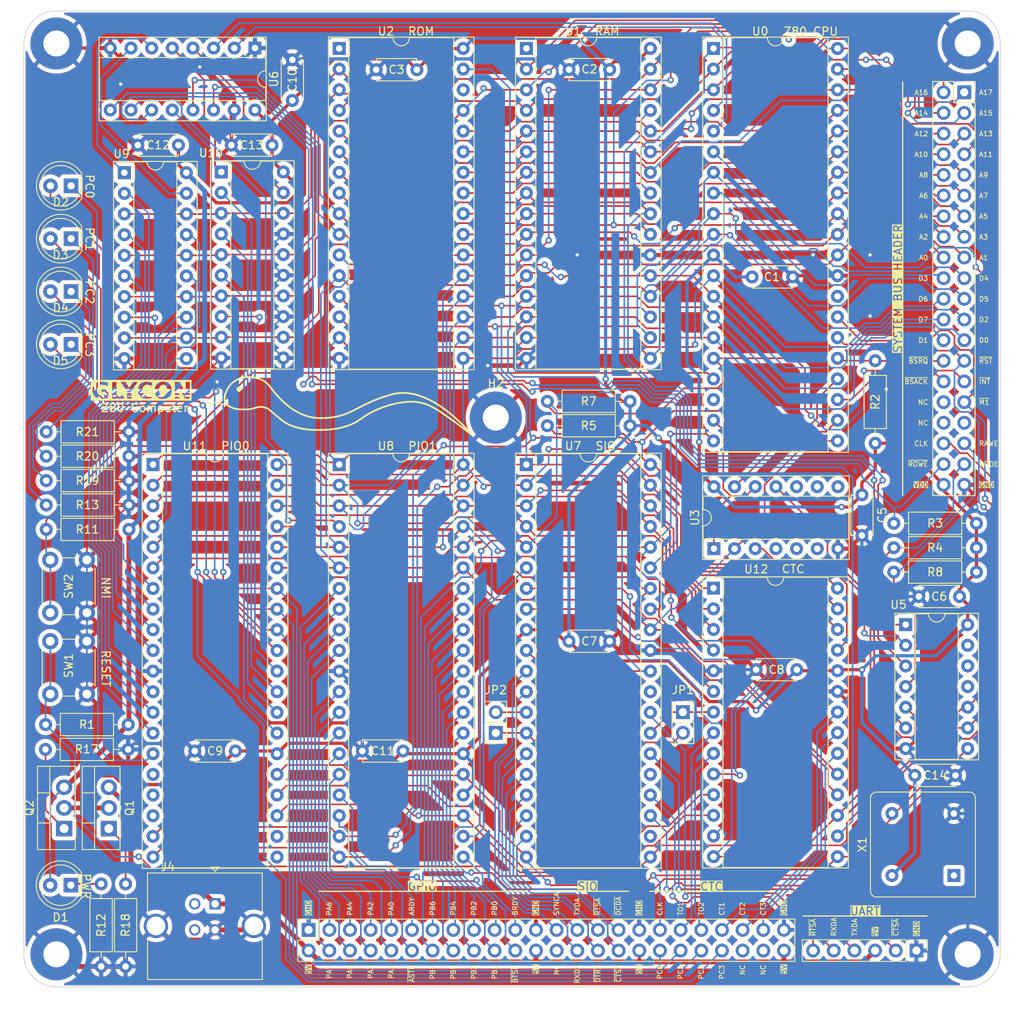
<source format=kicad_pcb>
(kicad_pcb (version 20240108) (generator "pcbnew") (generator_version "8.0")
  (layers (0 "F.Cu" jumper) (31 "B.Cu" signal) (34 "B.Paste" user "B.Plakken") (35 "F.Paste" user "F.Plakken") (36 "B.SilkS" user "B.Silkscreen") (37 "F.SilkS" user "F.Silkscreen") (38 "B.Mask" user) (39 "F.Mask" user "F. masker") (44 "Edge.Cuts" user))
  (net 0 "")
  (net 1 "Net-(D2-K)")
  (net 2 "/RAM WE")
  (net 3 "Earth")
  (net 4 "VDD")
  (net 5 "/~{RESET}")
  (net 6 "/RAM{slash}ROM OE")
  (net 7 "/A15")
  (net 8 "/A0")
  (net 9 "Net-(U3-Pad11)")
  (net 10 "/IEI0")
  (net 11 "/A1")
  (net 12 "Net-(U3-Pad3)")
  (net 13 "/D1")
  (net 14 "/A2")
  (net 15 "/A10")
  (net 16 "/A3")
  (net 17 "/A4")
  (net 18 "/A11")
  (net 19 "/A5")
  (net 20 "/A9")
  (net 21 "/A6")
  (net 22 "/A8")
  (net 23 "/A7")
  (net 24 "/A13")
  (net 25 "/TO1")
  (net 26 "/TO2")
  (net 27 "/CT3")
  (net 28 "/CT2")
  (net 29 "/CT1")
  (net 30 "/PC0")
  (net 31 "/PC1")
  (net 32 "/PC2")
  (net 33 "/PC3")
  (net 34 "/PB0")
  (net 35 "/PB1")
  (net 36 "/D3")
  (net 37 "/D5")
  (net 38 "/D7")
  (net 39 "/IEI1")
  (net 40 "/TxDB")
  (net 41 "/SERCLK")
  (net 42 "/~{M1}")
  (net 43 "/RxDB")
  (net 44 "/PB2")
  (net 45 "/~{IORQ}")
  (net 46 "/D6")
  (net 47 "/D4")
  (net 48 "/D2")
  (net 49 "/D0")
  (net 50 "Net-(D1-K)")
  (net 51 "/~{IO_RD}")
  (net 52 "/PB3")
  (net 53 "/PB4")
  (net 54 "/A12")
  (net 55 "/PB5")
  (net 56 "/PB6")
  (net 57 "/~{INT}")
  (net 58 "/PB7")
  (net 59 "/PGA0")
  (net 60 "/PA7")
  (net 61 "/PA6")
  (net 62 "/PA5")
  (net 63 "/PA4")
  (net 64 "/PA3")
  (net 65 "/PA2")
  (net 66 "/PA1")
  (net 67 "/PA0")
  (net 68 "+5V")
  (net 69 "/PGA1")
  (net 70 "/~{RTSA}")
  (net 71 "/TXDA")
  (net 72 "/~{CTSA}")
  (net 73 "/~{DTRA}")
  (net 74 "/SYNCA")
  (net 75 "/~{DCDA}")
  (net 77 "/A16")
  (net 78 "/A14")
  (net 79 "/A17")
  (net 80 "/RXDA")
  (net 81 "/CTC_~{CE}")
  (net 82 "/CLK")
  (net 83 "/~{NMI}")
  (net 84 "/~{ASTB}")
  (net 85 "/~{BSTB}")
  (net 88 "Net-(Q1-D)")
  (net 89 "/~{BUSACK}")
  (net 90 "Net-(Q1-G)")
  (net 91 "Net-(Q2-G)")
  (net 92 "/IEI2")
  (net 93 "/~{Z80_WR}")
  (net 94 "/~{MREQ}")
  (net 95 "/~{WAIT}")
  (net 96 "/~{BUSRQ}")
  (net 97 "/BRDY")
  (net 98 "/ARDY")
  (net 100 "/~{PIO_M1}")
  (net 101 "/~{MEM_RD}")
  (net 102 "/~{RAM_WE}")
  (net 106 "/~{ROM_WE}")
  (net 107 "Net-(U10-1OE)")
  (net 108 "Net-(U10-2OE)")
  (net 109 "Net-(U6A-O2)")
  (net 110 "/SIO_~{CE}")
  (net 111 "Net-(U6A-O3)")
  (net 112 "/PIO0_~{CE}")
  (net 113 "/PIO1_~{CE}")
  (net 118 "Net-(U11-PA4)")
  (net 119 "Net-(U11-PA2)")
  (net 120 "Net-(U11-PA5)")
  (net 121 "Net-(U11-PA1)")
  (net 122 "Net-(U11-PA6)")
  (net 123 "Net-(U11-PA7)")
  (net 124 "Net-(U11-PA0)")
  (net 125 "Net-(U11-PA3)")
  (net 126 "Net-(U10-1A3)")
  (net 127 "Net-(U10-1A0)")
  (net 128 "Net-(U10-1A1)")
  (net 129 "Net-(U10-1A2)")
  (net 136 "Net-(D3-K)")
  (net 137 "Net-(D4-K)")
  (net 138 "Net-(D5-K)")
  (net 142 "/~{CTSB}")
  (net 143 "/~{RTSB}")
  (net 146 "Net-(JP1-B)")
  (net 147 "Net-(JP2-B)")
  (footprint "Package_DIP:DIP-20_W7.62mm_Socket" (layer "F.Cu") (at 175.266785 39.8)
    (property "Reference" "U10")
    (property "Value" "74HC244")
  )
  (footprint "Capacitor_THT:C_Disc_D4.7mm_W2.5mm_P5.00mm" (layer "F.Cu") (at 266 92 180)
    (property "Reference" "C6")
    (property "Value" "100nF")
  )
  (footprint "MountingHole:MountingHole_3.2mm_M3_Pad" (layer "F.Cu") (at 267 24)
    (property "Reference" "H3" (hide yes))
    (property "Value" "MountingHole_Pad")
  )
  (footprint "Package_DIP:DIP-14_W7.62mm_Socket" (layer "F.Cu") (at 235.81 86.12 90)
    (property "Reference" "U3")
    (property "Value" "74HC32")
  )
  (footprint "Package_TO_SOT_THT:TO-220-3_Vertical" (layer "F.Cu") (at 161.445 120.54 90)
    (property "Reference" "Q1")
    (property "Value" "IRF9540N")
  )
  (footprint "Capacitor_THT:C_Disc_D4.7mm_W2.5mm_P5.00mm" (layer "F.Cu") (at 194.301776 27.226419)
    (property "Reference" "C3")
    (property "Value" "100nF")
  )
  (footprint "Oscillator:Oscillator_DIP-8" (layer "F.Cu") (at 265.31 126.31 90)
    (property "Reference" "X1")
    (property "Value" "ACO-6.144MHz")
  )
  (footprint "MountingHole:MountingHole_3.2mm_M3_Pad" (layer "F.Cu") (at 155 136)
    (property "Reference" "H5" (hide yes))
    (property "Value" "MountingHole_Pad")
  )
  (footprint "Package_TO_SOT_THT:TO-220-3_Vertical" (layer "F.Cu") (at 155.945 120.54 90)
    (property "Reference" "Q2")
    (property "Value" "IRF9540N")
  )
  (footprint "Package_DIP:DIP-32_W15.24mm_Socket" (layer "F.Cu") (at 212.76 24.61)
    (property "Reference" "U1")
    (property "Value" "BS62LV1027")
  )
  (footprint "Package_DIP:DIP-16_W7.62mm_Socket" (layer "F.Cu") (at 179.4 24.56 -90)
    (property "Reference" "U6")
    (property "Value" "74LS139")
  )
  (footprint "Package_DIP:DIP-32_W15.24mm_Socket" (layer "F.Cu") (at 189.76 24.61)
    (property "Reference" "U2")
    (property "Value" "SST39SF010")
  )
  (footprint "Capacitor_THT:C_Disc_D4.7mm_W2.5mm_P5.00mm" (layer "F.Cu") (at 246 101 180)
    (property "Reference" "C8")
    (property "Value" "100nF")
  )
  (footprint "Capacitor_THT:C_Disc_D4.7mm_W2.5mm_P5.00mm" (layer "F.Cu") (at 218 97.5)
    (property "Reference" "C7")
    (property "Value" "100nF")
  )
  (footprint "Capacitor_THT:C_Disc_D4.7mm_W2.5mm_P5.00mm" (layer "F.Cu") (at 223 27.21 180)
    (property "Reference" "C2")
    (property "Value" "100nF")
  )
  (footprint "Package_DIP:DIP-40_W15.24mm_Socket" (layer "F.Cu") (at 189.76 75.775)
    (property "Reference" "U8")
    (property "Value" "PIO-DIP-40")
  )
  (footprint "Package_DIP:DIP-28_W15.24mm_Socket" (layer "F.Cu") (at 235.76 90.975)
    (property "Reference" "U12")
    (property "Value" "CTC-DIP-28")
  )
  (footprint "Resistor_THT:R_Axial_DIN0207_L6.3mm_D2.5mm_P10.16mm_Horizontal" (layer "F.Cu") (at 255.64 63 -90)
    (property "Reference" "R2")
    (property "Value" "10K")
  )
  (footprint "LED_THT:LED_D5.0mm" (layer "F.Cu") (at 156.805 48 180)
    (property "Reference" "D3")
    (property "Value" "LED")
  )
  (footprint "Resistor_THT:R_Axial_DIN0207_L6.3mm_D2.5mm_P10.16mm_Horizontal" (layer "F.Cu") (at 153.67 107.75)
    (property "Reference" "R1")
    (property "Value" "10K")
  )
  (footprint "Capacitor_THT:C_Disc_D4.7mm_W2.5mm_P5.00mm" (layer "F.Cu") (at 172 111)
    (property "Reference" "C9")
    (property "Value" "100nF")
  )
  (footprint "Resistor_THT:R_Axial_DIN0207_L6.3mm_D2.5mm_P10.16mm_Horizontal" (layer "F.Cu") (at 153.652475 110.809967)
    (property "Reference" "R17")
    (property "Value" "10K")
  )
  (footprint "LED_THT:LED_D5.0mm" (layer "F.Cu") (at 156.805 61 180)
    (property "Reference" "D5")
    (property "Value" "LED")
  )
  (footprint "Button_Switch_THT:SW_PUSH_6mm" (layer "F.Cu") (at 158.75 97.5 -90)
    (property "Reference" "SW1")
    (property "Value" "SW_Push")
  )
  (footprint "Capacitor_THT:C_Disc_D4.7mm_W2.5mm_P5.00mm" (layer "F.Cu") (at 181.5 36.5 180)
    (property "Reference" "C13")
    (property "Value" "100nF")
  )
  (footprint "Button_Switch_THT:SW_PUSH_6mm" (layer "F.Cu") (at 158.75 87.5 -90)
    (property "Reference" "SW2")
    (property "Value" "SW_Push")
  )
  (footprint "Resistor_THT:R_Axial_DIN0207_L6.3mm_D2.5mm_P10.16mm_Horizontal" (layer "F.Cu") (at 215.34 71)
    (property "Reference" "R5")
    (property "Value" "10K")
  )
  (footprint "Capacitor_THT:C_Disc_D4.7mm_W2.5mm_P5.00mm" (layer "F.Cu") (at 184 31 90)
    (property "Reference" "C10")
    (property "Value" "100nF")
  )
  (footprint "LED_THT:LED_D5.0mm" (layer "F.Cu") (at 156.805 41.5 180)
    (property "Reference" "D2")
    (property "Value" "LED")
  )
  (footprint "MountingHole:MountingHole_3.2mm_M3_Pad" (layer "F.Cu") (at 209 70)
    (property "Reference" "H2")
    (property "Value" "MountingHole_Pad")
  )
  (footprint "Resistor_THT:R_Axial_DIN0207_L6.3mm_D2.5mm_P10.16mm_Horizontal" (layer "F.Cu") (at 257.92 86)
    (property "Reference" "R4")
    (property "Value" "10K")
  )
  (footprint "Resistor_THT:R_Axial_DIN0207_L6.3mm_D2.5mm_P10.16mm_Horizontal" (layer "F.Cu") (at 153.75 71.75)
    (property "Reference" "R21")
    (property "Value" "470")
  )
  (footprint "Connector_PinHeader_2.54mm:PinHeader_2x01_P2.54mm_Vertical" (layer "F.Cu") (at 232 106.225 -90)
    (property "Reference" "JP1")
    (property "Value" "Jumper")
  )
  (footprint "Resistor_THT:R_Axial_DIN0207_L6.3mm_D2.5mm_P10.16mm_Horizontal" (layer "F.Cu") (at 163.5 127.34 -90)
    (property "Reference" "R18")
    (property "Value" "10K")
  )
  (footprint "Resistor_THT:R_Axial_DIN0207_L6.3mm_D2.5mm_P10.16mm_Horizontal" (layer "F.Cu") (at 153.75 80.75)
    (property "Reference" "R13")
    (property "Value" "470")
  )
  (footprint "Resistor_THT:R_Axial_DIN0207_L6.3mm_D2.5mm_P10.16mm_Horizontal" (layer "F.Cu") (at 153.75 74.75)
    (property "Reference" "R20")
    (property "Value" "470")
  )
  (footprint "Capacitor_THT:C_Disc_D4.7mm_W2.5mm_P5.00mm" (layer "F.Cu") (at 197.6 111 180)
    (property "Reference" "C11")
    (property "Value" "100nF")
  )
  (footprint "LED_THT:LED_D5.0mm" (layer "F.Cu") (at 156.805 54.5 180)
    (property "Reference" "D4")
    (property "Value" "LED")
  )
  (footprint "Package_DIP:DIP-20_W7.62mm_Socket" (layer "F.Cu") (at 163.351785 39.886827)
    (property "Reference" "U9")
    (property "Value" "74HC244")
  )
  (footprint "Connector_PinSocket_2.54mm:PinSocket_2x20_P2.54mm_Vertical" (layer "F.Cu") (at 266.58 30)
    (property "Reference" "J1" (hide yes))
    (property "Value" "Conn_02x20_Odd_Even")
  )
  (footprint "Resistor_THT:R_Axial_DIN0207_L6.3mm_D2.5mm_P10.16mm_Horizontal" (layer "F.Cu") (at 160.5 127.34 -90)
    (property "Reference" "R12")
    (property "Value" "470")
  )
  (footprint "Capacitor_THT:C_Disc_D4.7mm_W2.5mm_P5.00mm" (layer "F.Cu") (at 170 36.5 180)
    (property "Reference" "C12")
    (property "Value" "100nF")
  )
  (footprint "Resistor_THT:R_Axial_DIN0207_L6.3mm_D2.5mm_P10.16mm_Horizontal" (layer "F.Cu") (at 153.75 77.75)
    (property "Reference" "R19")
    (property "Value" "470")
  )
  (footprint "Capacitor_THT:C_Disc_D4.7mm_W2.5mm_P5.00mm" (layer "F.Cu") (at 260.5 114)
    (property "Reference" "C14")
    (property "Value" "100nF")
  )
  (footprint "Connector_PinHeader_2.54mm:PinHeader_2x01_P2.54mm_Vertical" (layer "F.Cu") (at 209 108.775 90)
    (property "Reference" "JP2")
    (property "Value" "Jumper")
  )
  (footprint "Package_DIP:DIP-14_W7.62mm_Socket" (layer "F.Cu") (at 259.38 95.46)
    (property "Reference" "U5")
    (property "Value" "74LS08")
  )
  (footprint "Connector_USB:USB_B_TE_5787834_Vertical" (layer "F.Cu") (at 174.5 129.8)
    (property "Reference" "J4")
    (property "Value" "USB_B")
  )
  (footprint "MountingHole:MountingHole_3.2mm_M3_Pad" (layer "F.Cu") (at 267 136)
    (property "Reference" "H4" (hide yes))
    (property "Value" "MountingHole_Pad")
  )
  (footprint "Resistor_THT:R_Axial_DIN0207_L6.3mm_D2.5mm_P10.16mm_Horizontal" (layer "F.Cu") (at 268.08 83 180)
    (property "Reference" "R3")
    (property "Value" "10K")
  )
  (footprint "Resistor_THT:R_Axial_DIN0207_L6.3mm_D2.5mm_P10.16mm_Horizontal" (layer "F.Cu") (at 257.92 89)
    (property "Reference" "R8")
    (property "Value" "10K")
  )
  (footprint "Resistor_THT:R_Axial_DIN0207_L6.3mm_D2.5mm_P10.16mm_Horizontal" (layer "F.Cu") (at 215.34 68)
    (property "Reference" "R7")
    (property "Value" "10K")
  )
  (footprint "Connector_PinHeader_2.54mm:PinHeader_1x06_P2.54mm_Vertical" (layer "F.Cu") (at 260.7 135.54 -90)
    (property "Reference" "J2" (hide yes))
    (property "Value" "Conn_01x06")
  )
  (footprint "Capacitor_THT:C_Disc_D4.7mm_W2.5mm_P5.00mm" (layer "F.Cu") (at 254 79.5 -90)
    (property "Reference" "C5")
    (property "Value" "100nF")
  )
  (footprint "Capacitor_THT:C_Disc_D4.7mm_W2.5mm_P5.00mm" (layer "F.Cu") (at 240.5 52.71)
    (property "Reference" "C1")
    (property "Value" "100nF")
  )
  (footprint "LED_THT:LED_D5.0mm" (layer "F.Cu") (at 156.775 127.5 180)
    (property "Reference" "D1")
    (property "Value" "LED")
  )
  (footprint "MountingHole:MountingHole_3.2mm_M3_Pad" (layer "F.Cu") (at 155 24)
    (property "Reference" "H1" (hide yes))
    (property "Value" "MountingHole_Pad")
  )
  (footprint "Package_DIP:DIP-40_W15.24mm_Socket" (layer "F.Cu") (at 212.76 75.775)
    (property "Reference" "U7")
    (property "Value" "SIO0-DIP-40")
  )
  (footprint "Resistor_THT:R_Axial_DIN0207_L6.3mm_D2.5mm_P10.16mm_Horizontal" (layer "F.Cu") (at 163.91 83.75 180)
    (property "Reference" "R11")
    (property "Value" "10K")
  )
  (footprint "Package_DIP:DIP-40_W15.24mm_Socket" (layer "F.Cu") (at 166.875 75.775)
    (property "Reference" "U11")
    (property "Value" "PIO-DIP-40")
  )
  (footprint "Connector_PinSocket_2.54mm:PinSocket_2x24_P2.54mm_Vertical" (layer "F.Cu") (at 186 133 90)
    (property "Reference" "J3" (hide yes))
    (property "Value" "Conn_02x24_Odd_Even")
  )
  (footprint "Package_DIP:DIP-40_W15.24mm_Socket" (layer "F.Cu") (at 235.76 24.61)
    (property "Reference" "U0")
    (property "Value" "Z80CPU")
  )
  (gr_line (start 175.381702 68.353629) (end 175.335441 68.346654) (stroke (width 0.112999)) (layer "F.SilkS"))
  (gr_line (start 175.677602 68.314777) (end 175.625437 68.332982) (stroke (width 0.112999)) (layer "F.SilkS"))
  (gr_line (start 175.335441 68.346654) (end 175.289698 68.336968) (stroke (width 0.112999)) (layer "F.SilkS"))
  (gr_line (start 174.972801 68.22891) (end 174.879328 68.197832) (stroke (width 0.112999)) (layer "F.SilkS"))
  (gr_line (start 174.403011 68.182918) (end 174.341799 68.20237) (stroke (width 0.112999)) (layer "F.SilkS"))
  (gr_line (start 174.629065 68.154401) (end 174.575104 68.154985) (stroke (width 0.112999)) (layer "F.SilkS"))
  (gr_line (start 187.26 128.25) (end 212.66 128.25) (stroke (width 0.15)) (layer "F.SilkS"))
  (gr_line (start 175.84333 68.224369) (end 175.786415 68.260895) (stroke (width 0.112999)) (layer "F.SilkS"))
  (gr_line (start 174.2 68.272665) (end 173.758575 68.742643) (stroke (width 0.112999)) (layer "F.SilkS"))
  (gr_line (start 215.2 128.25) (end 225.36 128.25) (stroke (width 0.15)) (layer "F.SilkS"))
  (gr_line (start 174.575104 68.154985) (end 174.519531 68.15965) (stroke (width 0.112999)) (layer "F.SilkS"))
  (gr_line (start 174.341799 68.20237) (end 174.27844 68.227601) (stroke (width 0.112999)) (layer "F.SilkS"))
  (gr_line (start 259.015 79.55) (end 259.015 28.75) (stroke (width 0.15)) (layer "F.SilkS"))
  (gr_line (start 174.879328 68.197832) (end 174.831436 68.18438) (stroke (width 0.112999)) (layer "F.SilkS"))
  (gr_line (start 227.9 128.25) (end 243.14 128.25) (stroke (width 0.15)) (layer "F.SilkS"))
  (gr_line (start 174.782597 68.172887) (end 174.732678 68.163777) (stroke (width 0.112999)) (layer "F.SilkS"))
  (gr_line (start 246.75 131.29) (end 261.99 131.29) (stroke (width 0.15)) (layer "F.SilkS"))
  (gr_poly (pts (xy 177.454176 66.238525) (xy 177.468354 66.239603) (xy 177.482325 66.241379) (xy 177.496073 66.243834) (xy 177.50958 66.246951) (xy 177.522828 66.250713) (xy 177.535799 66.255102) (xy 177.548477 66.260101) (xy 177.560843 66.265691) (xy 177.572881 66.271857) (xy 177.584572 66.278579) (xy 177.595899 66.28584) (xy 177.606844 66.293624) (xy 177.61739 66.301912) (xy 177.62752 66.310686) (xy 177.637216 66.31993) (xy 177.646459 66.329625) (xy 177.655234 66.339755) (xy 177.663522 66.350301) (xy 177.671305 66.361247) (xy 177.678567 66.372574) (xy 177.685289 66.384265) (xy 177.691454 66.396302) (xy 177.697045 66.408669) (xy 177.702043 66.421346) (xy 177.706433 66.434318) (xy 177.710195 66.447566) (xy 177.713312 66.461072) (xy 177.715767 66.47482) (xy 177.717542 66.488792) (xy 177.71862 66.50297) (xy 177.718984 66.517336) (xy 177.71862 66.531702) (xy 177.717542 66.54588) (xy 177.715767 66.559851) (xy 177.713312 66.573599) (xy 177.710195 66.587106) (xy 177.706433 66.600354) (xy 177.702043 66.613325) (xy 177.697045 66.626003) (xy 177.691454 66.63837) (xy 177.685289 66.650407) (xy 177.678567 66.662098) (xy 177.671305 66.673425) (xy 177.663522 66.68437) (xy 177.655234 66.694917) (xy 177.646459 66.705046) (xy 177.637216 66.714742) (xy 177.62752 66.723986) (xy 177.61739 66.73276) (xy 177.606844 66.741048) (xy 177.595899 66.748831) (xy 177.584572 66.756093) (xy 177.572881 66.762815) (xy 177.560843 66.76898) (xy 177.548477 66.774571) (xy 177.535799 66.77957) (xy 177.522828 66.783959) (xy 177.50958 66.787721) (xy 177.496073 66.790838) (xy 177.482325 66.793293) (xy 177.468354 66.795069) (xy 177.454176 66.796147) (xy 177.43981 66.79651) (xy 177.425443 66.796147) (xy 177.411266 66.795069) (xy 177.397294 66.793293) (xy 177.383546 66.790838) (xy 177.370039 66.787721) (xy 177.356792 66.783959) (xy 177.34382 66.77957) (xy 177.331142 66.774571) (xy 177.318776 66.76898) (xy 177.306738 66.762815) (xy 177.295047 66.756093) (xy 177.28372 66.748831) (xy 177.272775 66.741048) (xy 177.262229 66.73276) (xy 177.252099 66.723986) (xy 177.242403 66.714742) (xy 177.23316 66.705046) (xy 177.224385 66.694917) (xy 177.216097 66.68437) (xy 177.208314 66.673425) (xy 177.201052 66.662098) (xy 177.19433 66.650407) (xy 177.188165 66.63837) (xy 177.182574 66.626003) (xy 177.177575 66.613325) (xy 177.173186 66.600354) (xy 177.169424 66.587106) (xy 177.166307 66.573599) (xy 177.163852 66.559851) (xy 177.162076 66.54588) (xy 177.160998 66.531702) (xy 177.160635 66.517336) (xy 177.160998 66.50297) (xy 177.162076 66.488792) (xy 177.163852 66.47482) (xy 177.166307 66.461072) (xy 177.169424 66.447566) (xy 177.173186 66.434318) (xy 177.177575 66.421346) (xy 177.182574 66.408669) (xy 177.188165 66.396302) (xy 177.19433 66.384265) (xy 177.201052 66.372574) (xy 177.208314 66.361247) (xy 177.216097 66.350301) (xy 177.224385 66.339755) (xy 177.23316 66.329625) (xy 177.242403 66.31993) (xy 177.252099 66.310686) (xy 177.262229 66.301912) (xy 177.272775 66.293624) (xy 177.28372 66.28584) (xy 177.295047 66.278579) (xy 177.306738 66.271857) (xy 177.318776 66.265691) (xy 177.331142 66.260101) (xy 177.34382 66.255102) (xy 177.356792 66.250713) (xy 177.370039 66.246951) (xy 177.383546 66.243834) (xy 177.397294 66.241379) (xy 177.411266 66.239603) (xy 177.425443 66.238525) (xy 177.43981 66.238162)) (stroke (width 0.052999)) (fill solid) (layer "F.SilkS"))
  (gr_line (start 174.2 68.272665) (end 173.581577 68.206065) (stroke (width 0.112999)) (layer "F.SilkS"))
  (gr_line (start 175.244339 68.324995) (end 175.154241 68.295888) (stroke (width 0.112999)) (layer "F.SilkS"))
  (gr_line (start 175.289698 68.336968) (end 175.244339 68.324995) (stroke (width 0.112999)) (layer "F.SilkS"))
  (gr_line (start 175.064084 68.262727) (end 174.972801 68.22891) (stroke (width 0.112999)) (layer "F.SilkS"))
  (gr_line (start 175.731217 68.290889) (end 175.677602 68.314777) (stroke (width 0.112999)) (layer "F.SilkS"))
  (gr_line (start 175.476311 68.357748) (end 175.428615 68.357468) (stroke (width 0.112999)) (layer "F.SilkS"))
  (gr_line (start 175.786415 68.260895) (end 175.731217 68.290889) (stroke (width 0.112999)) (layer "F.SilkS"))
  (gr_line (start 175.154241 68.295888) (end 175.064084 68.262727) (stroke (width 0.112999)) (layer "F.SilkS"))
  (gr_line (start 174.27844 68.227601) (end 174.212803 68.259034) (stroke (width 0.112999)) (layer "F.SilkS"))
  (gr_line (start 175.84333 68.224369) (end 175.731217 68.290889) (stroke (width 0.112999)) (layer "F.SilkS"))
  (gr_line (start 175.625437 68.332982) (end 175.574589 68.345929) (stroke (width 0.112999)) (layer "F.SilkS"))
  (gr_line (start 175.524925 68.354043) (end 175.476311 68.357748) (stroke (width 0.112999)) (layer "F.SilkS"))
  (gr_line (start 174.462211 68.168819) (end 174.403011 68.182918) (stroke (width 0.112999)) (layer "F.SilkS"))
  (gr_line (start 175.428615 68.357468) (end 175.381702 68.353629) (stroke (width 0.112999)) (layer "F.SilkS"))
  (gr_line (start 174.681545 68.157473) (end 174.629065 68.154401) (stroke (width 0.112999)) (layer "F.SilkS"))
  (gr_line (start 174.519531 68.15965) (end 174.462211 68.168819) (stroke (width 0.112999)) (layer "F.SilkS"))
  (gr_poly (pts (xy 178.931145 65.023577) (xy 179.13848 65.044888) (xy 179.343224 65.077421) (xy 179.544442 65.120836) (xy 179.7412 65.17479) (xy 179.932565 65.238943) (xy 180.117602 65.312954) (xy 180.295377 65.39648) (xy 180.464957 65.489181) (xy 180.625407 65.590716) (xy 180.775792 65.700742) (xy 180.91518 65.818918) (xy 181.042636 65.944903) (xy 181.157225 66.078357) (xy 181.49478 66.5142) (xy 181.968075 67.094997) (xy 182.255202 67.419911) (xy 182.575758 67.757254) (xy 182.929573 68.09909) (xy 183.316478 68.437481) (xy 183.736304 68.764492) (xy 184.188883 69.072186) (xy 184.674045 69.352626) (xy 184.928792 69.480146) (xy 185.191622 69.597876) (xy 185.462513 69.704825) (xy 185.741444 69.8) (xy 186.028394 69.882409) (xy 186.323342 69.95106) (xy 186.626267 70.004961) (xy 186.937148 70.043121) (xy 187.255964 70.064546) (xy 187.582693 70.068246) (xy 188.255904 70.039468) (xy 188.857413 69.97851) (xy 189.39867 69.887905) (xy 189.891126 69.770183) (xy 190.34623 69.627876) (xy 190.775432 69.463514) (xy 191.190183 69.27963) (xy 191.601932 69.078755) (xy 192.462225 68.636155) (xy 192.933668 68.399493) (xy 193.447911 68.155964) (xy 194.016401 67.908101) (xy 194.65059 67.658434) (xy 195.361927 67.409494) (xy 196.161863 67.163813) (xy 196.615846 67.055971) (xy 197.070073 66.990863) (xy 197.523581 66.965911) (xy 197.975411 66.978537) (xy 198.4246 67.026162) (xy 198.870188 67.10621) (xy 199.311215 67.216102) (xy 199.746718 67.353261) (xy 200.175736 67.515107) (xy 200.597309 67.699064) (xy 201.010475 67.902553) (xy 201.414274 68.122997) (xy 201.807744 68.357817) (xy 202.189924 68.604436) (xy 202.559853 68.860275) (xy 202.91657 69.122756) (xy 203.586523 69.657336) (xy 204.192095 70.18755) (xy 204.725597 70.692775) (xy 205.17934 71.152389) (xy 205.816795 71.852284) (xy 206.042948 72.122246) (xy 206.042945 72.122245) (xy 205.575054 71.758666) (xy 204.430944 70.889345) (xy 203.726976 70.368818) (xy 202.999957 69.846401) (xy 202.298554 69.363608) (xy 201.671436 68.961955) (xy 201.465851 68.841449) (xy 201.26022 68.728981) (xy 201.054164 68.624666) (xy 200.847304 68.528619) (xy 200.639262 68.440956) (xy 200.429658 68.361791) (xy 200.218113 68.29124) (xy 200.004249 68.229418) (xy 199.787687 68.17644) (xy 199.568048 68.132421) (xy 199.344952 68.097476) (xy 199.118021 68.071721) (xy 198.886876 68.05527) (xy 198.651139 68.048239) (xy 198.410429 68.050743) (xy 198.164369 68.062896) (xy 197.695965 68.108321) (xy 197.118824 68.195398) (xy 196.795545 68.257622) (xy 196.452364 68.333936) (xy 196.091708 68.425569) (xy 195.716006 68.533745) (xy 195.327684 68.659691) (xy 194.929171 68.804633) (xy 194.522893 68.969797) (xy 194.111278 69.15641) (xy 193.696755 69.365697) (xy 193.281749 69.598885) (xy 192.868689 69.857199) (xy 192.460003 70.141866) (xy 192.154836 70.352058) (xy 191.842745 70.54021) (xy 191.524531 70.707514) (xy 191.200994 70.855163) (xy 190.872934 70.984349) (xy 190.541152 71.096266) (xy 190.206448 71.192105) (xy 189.869623 71.273059) (xy 189.531476 71.340321) (xy 189.192808 71.395084) (xy 188.85442 71.438539) (xy 188.517111 71.471879) (xy 188.181682 71.496298) (xy 187.848934 71.512987) (xy 187.194679 71.527947) (xy 186.901657 71.526691) (xy 186.603515 71.517995) (xy 186.301662 71.501304) (xy 185.997511 71.476058) (xy 185.692474 71.441699) (xy 185.38796 71.397671) (xy 185.085383 71.343415) (xy 184.786153 71.278373) (xy 184.491682 71.201988) (xy 184.203382 71.113702) (xy 183.922663 71.012957) (xy 183.650937 70.899195) (xy 183.389616 70.771858) (xy 183.140111 70.630389) (xy 182.903833 70.47423) (xy 182.682195 70.302822) (xy 181.615592 69.40637) (xy 181.097795 68.975004) (xy 181.076221 68.958251) (xy 181.052475 68.941905) (xy 181.026745 68.925974) (xy 180.999219 68.910466) (xy 180.939526 68.880753) (xy 180.874894 68.852831) (xy 180.806821 68.826766) (xy 180.736806 68.802623) (xy 180.666348 68.780469) (xy 180.596944 68.760368) (xy 180.467296 68.72659) (xy 180.359848 68.701813) (xy 180.259505 68.681362) (xy 180.158208 68.677584) (xy 180.060008 68.680754) (xy 179.964033 68.690046) (xy 179.869411 68.704633) (xy 179.775269 68.723686) (xy 179.680735 68.746378) (xy 179.487 68.799372) (xy 179.281226 68.856995) (xy 179.171644 68.885473) (xy 179.056434 68.912627) (xy 178.934726 68.937629) (xy 178.805645 68.95965) (xy 178.66832 68.977865) (xy 178.521878 68.991445) (xy 178.25049 69.005754) (xy 177.974785 69.008945) (xy 177.698477 68.999802) (xy 177.425283 68.977108) (xy 177.291013 68.9603) (xy 177.158914 68.939647) (xy 177.029451 68.914999) (xy 176.903087 68.886202) (xy 176.780287 68.853106) (xy 176.661515 68.815557) (xy 176.547236 68.773404) (xy 176.437914 68.726495) (xy 176.334012 68.674678) (xy 176.235996 68.6178) (xy 176.14433 68.55571) (xy 176.059477 68.488255) (xy 175.981903 68.415284) (xy 175.912071 68.336644) (xy 175.850447 68.252184) (xy 175.797493 68.16175) (xy 175.753675 68.065192) (xy 175.719457 67.962358) (xy 175.695302 67.853094) (xy 175.681676 67.737249) (xy 175.679043 67.614671) (xy 175.687867 67.485208) (xy 175.708612 67.348708) (xy 175.741743 67.205019) (xy 175.820839 66.948237) (xy 175.915092 66.709165) (xy 176.023567 66.487459) (xy 176.14533 66.28278) (xy 176.279446 66.094785) (xy 176.424982 65.923133) (xy 176.581004 65.767484) (xy 176.746578 65.627495) (xy 176.920769 65.502825) (xy 177.102643 65.393132) (xy 177.291267 65.298077) (xy 177.485706 65.217316) (xy 177.685026 65.150509) (xy 177.888294 65.097314) (xy 178.094574 65.05739) (xy 178.302934 65.030396) (xy 178.512438 65.01599) (xy 178.722153 65.013831)) (stroke (width 0.212999)) (fill none) (layer "F.SilkS"))
  (gr_line (start 174.732678 68.163777) (end 174.681545 68.157473) (stroke (width 0.112999)) (layer "F.SilkS"))
  (gr_line (start 175.574589 68.345929) (end 175.524925 68.354043) (stroke (width 0.112999)) (layer "F.SilkS"))
  (gr_line (start 174.831436 68.18438) (end 174.782597 68.172887) (stroke (width 0.112999)) (layer "F.SilkS"))
  (gr_arc (start 271 136) (mid 269.828427 138.828427) (end 267 140) (stroke (width 0.1)) (layer "Edge.Cuts"))
  (gr_line (start 267 20) (end 155 20) (stroke (width 0.1)) (layer "Edge.Cuts"))
  (gr_arc (start 151 24) (mid 152.171573 21.171573) (end 155 20) (stroke (width 0.1)) (layer "Edge.Cuts"))
  (gr_arc (start 155 140) (mid 152.171573 138.828427) (end 151 136) (stroke (width 0.1)) (layer "Edge.Cuts"))
  (gr_arc (start 267 20) (mid 269.828427 21.171573) (end 271 24) (stroke (width 0.1)) (layer "Edge.Cuts"))
  (gr_line (start 271 136) (end 271 24) (stroke (width 0.1)) (layer "Edge.Cuts"))
  (gr_line (start 155 140) (end 267 140) (stroke (width 0.1)) (layer "Edge.Cuts"))
  (gr_line (start 151 24) (end 151 136) (stroke (width 0.1)) (layer "Edge.Cuts"))
  (gr_text "PB0" (at 208.85 131.29 90) (layer "F.SilkS") (effects (font (size 0.6 0.6) (thickness 0.1) (bold yes)) (justify left)))
  (gr_text "~{ASTB}" (at 198.69 137.24 90) (layer "F.SilkS") (effects (font (size 0.6 0.6) (thickness 0.1)) (justify right)))
  (gr_text "RXDA" (at 219.01 137.24 90) (layer "F.SilkS") (effects (font (size 0.6 0.6) (thickness 0.1)) (justify right)))
  (gr_text "PC0" (at 158.5 40 -90) (layer "F.SilkS") (effects (font (size 1 1)) (justify left bottom)))
  (gr_text "NC" (at 262.19 70.66 0) (layer "F.SilkS") (effects (font (size 0.6 0.6) (thickness 0.1)) (justify right)))
  (gr_text "NC" (at 239.33 137.24 90) (layer "F.SilkS") (effects (font (size 0.6 0.6) (thickness 0.1)) (justify right)))
  (gr_text "PC1" (at 231.71 137.24 90) (layer "F.SilkS") (effects (font (size 0.6 0.6) (thickness 0.1)) (justify right)))
  (gr_text "PC2" (at 158.5 53 -90) (layer "F.SilkS") (effects (font (size 1 1)) (justify left bottom)))
  (gr_text "5V" (at 255.64 133.83 90) (layer "F.SilkS" knockout) (effects (font (size 0.6 0.6) (thickness 0.1)) (justify left)))
  (gr_text "A17" (at 268.34 30.02 0) (layer "F.SilkS") (effects (font (size 0.6 0.6) (thickness 0.1)) (justify left)))
  (gr_text "UART" (at 254.37 131.29 0) (layer "F.SilkS" knockout) (effects (font (size 1 1)) (justify bottom)))
  (gr_text "~{M1}" (at 268.34 68.12 0) (layer "F.SilkS") (effects (font (size 0.6 0.6) (thickness 0.1)) (justify left)))
  (gr_text "PIO1" (at 200 73.5 0) (layer "F.SilkS") (effects (font (size 1 1))))
  (gr_text "PC1" (at 158.5 46.5 -90) (layer "F.SilkS") (effects (font (size 1 1)) (justify left bottom)))
  (gr_text "BRDY" (at 211.39 131.29 90) (layer "F.SilkS") (effects (font (size 0.6 0.6) (thickness 0.1) (bold yes)) (justify left)))
  (gr_text "PC0" (at 229.17 137.24 90) (layer "F.SilkS") (effects (font (size 0.6 0.6) (thickness 0.1)) (justify right)))
  (gr_text "~{RTSA}\n" (at 248.02 133.83 90) (layer "F.SilkS") (effects (font (size 0.6 0.6) (thickness 0.1) (bold yes)) (justify left)))
  (gr_text "D0" (at 268.34 60.5 0) (layer "F.SilkS") (effects (font (size 0.6 0.6) (thickness 0.1)) (justify left)))
  (gr_text "GND" (at 226.63 131.29 90) (layer "F.SilkS" knockout) (effects (font (size 0.6 0.6) (thickness 0.1) (bold yes)) (justify left)))
  (gr_text "D3" (at 262.19 52.88 0) (layer "F.SilkS") (effects (font (size 0.6 0.6) (thickness 0.1)) (justify right)))
  (gr_text "SIO" (at 220.28 128.25 0) (layer "F.SilkS" knockout) (effects (font (size 1 1)) (justify bottom)))
  (gr_text "A0" (at 262.19 50.34 0) (layer "F.SilkS") (effects (font (size 0.6 0.6) (thickness 0.1)) (justify right)))
  (gr_text "PC3" (at 236.79 137.24 90) (layer "F.SilkS") (effects (font (size 0.6 0.6) (thickness 0.1)) (justify right)))
  (gr_text "PB7" (at 201.23 137.24 90) (layer "F.SilkS") (effects (font (size 0.6 0.6) (thickness 0.1)) (justify right)))
  (gr_text "NMI" (at 160.5 89.5 -90) (layer "F.SilkS") (effects (font (size 1 1)) (justify left bottom)))
  (gr_text "PA3" (at 193.61 137.24 90) (layer "F.SilkS") (effects (font (size 0.6 0.6) (thickness 0.1)) (justify right)))
  (gr_text "CT1" (at 236.79 131.29 90) (layer "F.SilkS") (effects (font (size 0.6 0.6) (thickness 0.1) (bold yes)) (justify left)))
  (gr_text "A2" (at 262.19 47.8 0) (layer "F.SilkS") (effects (font (size 0.6 0.6) (thickness 0.1)) (justify right)))
  (gr_text "PB2" (at 206.31 131.29 90) (layer "F.SilkS") (effects (font (size 0.6 0.6) (thickness 0.1) (bold yes)) (justify left)))
  (gr_text "PA2\n" (at 193.61 131.29 90) (layer "F.SilkS") (effects (font (size 0.6 0.6) (thickness 0.1) (bold yes)) (justify left)))
  (gr_text "~{RST}" (at 268.34 63.04 0) (layer "F.SilkS") (effects (font (size 0.6 0.6) (thickness 0.1)) (justify left)))
  (gr_text "D5" (at 268.34 55.42 0) (layer "F.SilkS") (effects (font (size 0.6 0.6) (thickness 0.1)) (justify left)))
  (gr_text "SYSTEM BUS HEADER" (at 259.015 54.15 90) (layer "F.SilkS" knockout) (effects (font (size 1 1)) (justify bottom)))
  (gr_text "5V" (at 244.41 137.24 90) (layer "F.SilkS" knockout) (effects (font (size 0.6 0.6) (thickness 0.1)) (justify right)))
  (gr_text "NC" (at 262.19 68.12 0) (layer "F.SilkS") (effects (font (size 0.6 0.6) (thickness 0.1)) (justify right)))
  (gr_text "RROE" (at 268.34 75.74 0) (layer "F.SilkS") (effects (font (size 0.6 0.6) (thickness 0.1)) (justify left)))
  (gr_text "A7" (at 268.34 42.72 0) (layer "F.SilkS") (effects (font (size 0.6 0.6) (thickness 0.1)) (justify left)))
  (gr_text "5V" (at 226.63 137.24 90) (layer "F.SilkS" knockout) (effects (font (size 0.6 0.6) (thickness 0.1)) (justify right)))
  (gr_text "CLK" (at 262.19 73.2 0) (layer "F.SilkS") (effects (font (size 0.6 0.6) (thickness 0.1)) (justify right)))
  (gr_text "~{INT}" (at 268.34 65.58 0) (layer "F.SilkS") (effects (font (size 0.6 0.6) (thickness 0.1)) (justify left)))
  (gr_text "PA7\n" (at 188.53 137.24 90) (layer "F.SilkS") (effects (font (size 0.6 0.6) (thickness 0.1)) (justify right)))
  (gr_text "TO2" (at 234.25 131.29 90) (layer "F.SilkS") (effects (font (size 0.6 0.6) (thickness 0.1) (bold yes)) (justify left)))
  (gr_text "A15" (at 268.34 32.56 0) (layer "F.SilkS") (effects (font (size 0.6 0.6) (thickness 0.1)) (justify left)))
  (gr_text "PIO0" (at 177 73.5 0) (layer "F.SilkS") (effects (font (size 1 1))))
  (gr_text "Z80 CPU" (at 244.286713 22.519407 0) (layer "F.SilkS") (effects (font (size 1 1)) (justify left)))
  (gr_text "~{BSRQ}" (at 262.19 63.04 0) (layer "F.SilkS") (effects (font (size 0.6 0.6) (thickness 0.1)) (justify right)))
  (gr_text "A8" (at 262.19 40.18 0) (layer "F.SilkS") (effects (font (size 0.6 0.6) (thickness 0.1)) (justify right)))
  (gr_text "ROM" (at 198.132979 22.500429 0) (layer "F.SilkS") (effects (font (size 1 1)) (justify left)))
  (gr_text "PB3" (at 206.31 137.24 90) (layer "F.SilkS") (effects (font (size 0.6 0.6) (thickness 0.1)) (justify right)))
  (gr_text "PC2" (at 234.25 137.24 90) (layer "F.SilkS") (effects (font (size 0.6 0.6) (thickness 0.1)) (justify right)))
  (gr_text "A6" (at 262.19 42.72 0) (layer "F.SilkS") (effects (font (size 0.6 0.6) (thickness 0.1)) (justify right)))
  (gr_text "ARDY" (at 198.69 131.29 90) (layer "F.SilkS") (effects (font (size 0.6 0.6) (thickness 0.1) (bold yes)) (justify left)))
  (gr_text "NC" (at 241.87 137.24 90) (layer "F.SilkS") (effects (font (size 0.6 0.6) (thickness 0.1)) (justify right)))
  (gr_text "CTC" (at 235.52 128.25 0) (layer "F.SilkS" knockout) (effects (font (size 1 1)) (justify bottom)))
  (gr_text "TXDA" (at 253.1 133.83 90) (layer "F.SilkS") (effects (font (size 0.6 0.6) (thickness 0.1) (bold yes)) (justify left)))
  (gr_text "PB5" (at 203.77 137.24 90) (layer "F.SilkS") (effects (font (size 0.6 0.6) (thickness 0.1)) (justify right)))
  (gr_text "A3" (at 268.34 47.8 0) (layer "F.SilkS") (effects (font (size 0.6 0.6) (thickness 0.1)) (justify left)))
  (gr_text "PA0" (at 196.15 131.29 90) (layer "F.SilkS") (effects (font (size 0.6 0.6) (thickness 0.1) (bold yes)) (justify left)))
  (gr_text "D4" (at 268.34 52.88 0) (layer "F.SilkS") (effects (font (size 0.6 0.6) (thickness 0.1)) (justify left)))
  (gr_text "RXDA" (at 250.56 133.83 90) (layer "F.SilkS") (effects (font (size 0.6 0.6) (thickness 0.1) (bold yes)) (justify left)))
  (gr_text "~{BSACK}" (at 262.19 65.58 0) (layer "F.SilkS") (effects (font (size 0.6 0.6) (thickness 0.1)) (justify right)))
  (gr_text "PB6" (at 201.23 131.29 90) (layer "F.SilkS") (effects (font (size 0.6 0.6) (thickness 0.1) (bold yes)) (justify left)))
  (gr_text "CTC" (at 245.556741 88.622602 0) (layer "F.SilkS") (effects (font (size 1 1))))
  (gr_text "~{DTRA}" (at 221.55 137.24 90) (layer "F.SilkS") (effects (font (size 0.6 0.6) (thickness 0.1)) (justify right)))
  (gr_text "CT2" (at 239.33 131.29 90) (layer "F.SilkS") (effects (font (size 0.6 0.6) (thickness 0.1) (bold yes)) (justify left)))
  (gr_text "TO1" (at 231.71 131.29 90) (layer "F.SilkS") (effects (font (size 0.6 0.6) (thickness 0.1) (bold yes)) (justify left)))
  (gr_text "Z80 Computer" (at 160.4 69.4 0) (layer "F.SilkS") (effects (font (size 1 1)) (justify left bottom)))
  (gr_text "GND" (at 185.99 131.29 90) (layer "F.SilkS" knockout) (effects (font (size 0.6 0.6) (thickness 0.1) (bold yes)) (justify left)))
  (gr_text "A1" (at 268.34 50.34 0) (layer "F.SilkS") (effects (font (size 0.6 0.6) (thickness 0.1)) (justify left)))
  (gr_text "RAWE" (at 268.34 73.2 0) (layer "F.SilkS") (effects (font (size 0.6 0.6) (thickness 0.1)) (justify left)))
  (gr_text "A5" (at 268.34 45.26 0) (layer "F.SilkS") (effects (font (size 0.6 0.6) (thickness 0.1)) (justify left)))
  (gr_text "5V" (at 185.99 137.24 90) (layer "F.SilkS" knockout) (effects (font (size 0.6 0.6) (thickness 0.1)) (justify right)))
  (gr_text "GND" (at 268.34 78.28 0) (layer "F.SilkS" knockout) (effects (font (size 0.6 0.6) (thickness 0.1)) (justify left)))
  (gr_text "D6" (at 262.19 55.42 0) (layer "F.SilkS") (effects (font (size 0.6 0.6) (thickness 0.1)) (justify right)))
  (gr_text "A11" (at 268.34 37.64 0) (layer "F.SilkS") (effects (font (size 0.6 0.6) (thickness 0.1)) (justify left)))
  (gr_text "RESET\n" (at 160.5 98.5 -90) (layer "F.SilkS") (effects (font (size 1 1)) (justify left bottom)))
  (gr_text "A10" (at 262.19 37.64 0) (layer "F.SilkS") (effects (font (size 0.6 0.6) (thickness 0.1)) (justify right)))
  (gr_text "A14" (at 262.19 32.56 0) (layer "F.SilkS") (effects (font (size 0.6 0.6) (thickness 0.1)) (justify right)))
  (gr_text "A13" (at 268.34 35.1 0) (layer "F.SilkS") (effects (font (size 0.6 0.6) (thickness 0.1)) (justify left)))
  (gr_text "~{DCDA}" (at 224.09 131.29 90) (layer "F.SilkS") (effects (font (size 0.6 0.6) (thickness 0.1) (bold yes)) (justify left)))
  (gr_text "TXDA" (at 219.01 131.29 90) (layer "F.SilkS") (effects (font (size 0.6 0.6) (thickness 0.1) (bold yes)) (justify left)))
  (gr_text "GND" (at 244.41 131.29 90) (layer "F.SilkS" knockout) (effects (font (size 0.6 0.6) (thickness 0.1) (bold yes)) (justify left)))
  (gr_text "GND" (at 213.93 131.29 90) (layer "F.SilkS" knockout) (effects (font (size 0.6 0.6) (thickness 0.1) (bold yes)) (justify left)))
  (gr_text "SYNCA" (at 216.47 131.29 90) (layer "F.SilkS") (effects (font (size 0.6 0.6) (thickness 0.1) (bold yes)) (justify left)))
  (gr_text "CT3" (at 241.87 131.29 90) (layer "F.SilkS") (effects (font (size 0.6 0.6) (thickness 0.1) (bold yes)) (justify left)))
  (gr_text "PC3\n" (at 158.5 59.5 -90) (layer "F.SilkS") (effects (font (size 1 1)) (justify left bottom)))
  (gr_text "PWR" (at 158.065 125.95517 -90) (layer "F.SilkS") (effects (font (size 1 1)) (justify left bottom)))
  (gr_text "~{BTSB}" (at 211.39 137.24 90) (layer "F.SilkS") (effects (font (size 0.6 0.6) (thickness 0.1)) (justify right)))
  (gr_text "VDD" (at 262.19 78.28 0) (layer "F.SilkS" knockout) (effects (font (size 0.6 0.6) (thickness 0.1)) (justify right)))
  (gr_text "GPIO" (at 199.96 128.25 0) (layer "F.SilkS" knockout) (effects (font (size 1 1)) (justify bottom)))
  (gr_text "5V" (at 213.93 137.24 90) (layer "F.SilkS" knockout) (effects (font (size 0.6 0.6) (thickness 0.1)) (justify right)))
  (gr_text "GLYCON" (at 159.3 68 0) (layer "F.SilkS" knockout) (effects (font (size 2 2) (thickness 0.3) (bold yes) (italic yes)) (justify left bottom)))
  (gr_text "A9" (at 268.34 40.18 0) (layer "F.SilkS") (effects (font (size 0.6 0.6) (thickness 0.1)) (justify left)))
  (gr_text "~{RTSA}\n" (at 221.55 131.29 90) (layer "F.SilkS") (effects (font (size 0.6 0.6) (thickness 0.1) (bold yes)) (justify left)))
  (gr_text "PB4" (at 203.77 131.29 90) (layer "F.SilkS") (effects (font (size 0.6 0.6) (thickness 0.1) (bold yes)) (justify left)))
  (gr_text "D7" (at 262.19 57.96 0) (layer "F.SilkS") (effects (font (size 0.6 0.6) (thickness 0.1)) (justify right)))
  (gr_text "RAM" (at 221.098017 22.490518 0) (layer "F.SilkS") (effects (font (size 1 1)) (justify left)))
  (gr_text "PA6\n" (at 188.53 131.29 90) (layer "F.SilkS") (effects (font (size 0.6 0.6) (thickness 0.1) (bold yes)) (justify left)))
  (gr_text "D1" (at 262.19 60.5 0) (layer "F.SilkS") (effects (font (size 0.6 0.6) (thickness 0.1)) (justify right)))
  (gr_text "PB1" (at 208.85 137.24 90) (layer "F.SilkS") (effects (font (size 0.6 0.6) (thickness 0.1)) (justify right)))
  (gr_text "D2" (at 268.34 57.96 0) (layer "F.SilkS") (effects (font (size 0.6 0.6) (thickness 0.1)) (justify left)))
  (gr_text "~{CTSA}" (at 258.18 133.83 90) (layer "F.SilkS") (effects (font (size 0.6 0.6) (thickness 0.1)) (justify left)))
  (gr_text "CLK" (at 229.17 131.29 90) (layer "F.SilkS") (effects (font (size 0.6 0.6) (thickness 0.1) (bold yes)) (justify left)))
  (gr_text "NC" (at 216.47 137.24 90) (layer "F.SilkS") (effects (font (size 0.6 0.6) (thickness 0.1)) (justify right)))
  (gr_text "~{CTSA}" (at 224.09 137.24 90) (layer "F.SilkS") (effects (font (size 0.6 0.6) (thickness 0.1)) (justify right)))
  (gr_text "PA1" (at 196.15 137.24 90) (layer "F.SilkS") (effects (font (size 0.6 0.6) (thickness 0.1)) (justify right)))
  (gr_text "SIO" (at 222.5 73.5 0) (layer "F.SilkS") (effects (font (size 1 1))))
  (gr_text "~{ROWE}" (at 262.19 75.74 0) (layer "F.SilkS") (effects (font (size 0.6 0.6) (thickness 0.1)) (justify right)))
  (gr_text "PA5" (at 191.07 137.24 90) (layer "F.SilkS") (effects (font (size 0.6 0.6) (thickness 0.1)) (justify right)))
  (gr_text "A16" (at 262.19 30.02 0) (layer "F.SilkS") (effects (font (size 0.6 0.6) (thickness 0.1)) (justify right)))
  (gr_text "A12" (at 262.19 35.1 0) (layer "F.SilkS") (effects (font (size 0.6 0.6) (thickness 0.1)) (justify right)))
  (gr_text "PA4" (at 191.07 131.29 90) (layer "F.SilkS") (effects (font (size 0.6 0.6) (thickness 0.1) (bold yes)) (justify left)))
  (gr_text "A4" (at 262.19 45.26 0) (layer "F.SilkS") (effects (font (size 0.6 0.6) (thickness 0.1)) (justify right)))
  (gr_text "GND" (at 260.72 133.83 90) (layer "F.SilkS" knockout) (effects (font (size 0.6 0.6) (thickness 0.1) (bold yes)) (justify left)))
  (segment (start 160 65.5) (end 160 44.695) (width 0.2) (layer "B.Cu") (net 1))
  (segment (start 160 44.695) (end 156.805 41.5) (width 0.2) (layer "B.Cu") (net 1))
  (segment (start 153.75 71.75) (end 160 65.5) (width 0.2) (layer "B.Cu") (net 1))
  (segment (start 257.92 89) (end 257.92 91.42) (width 0.2) (layer "F.Cu") (net 2))
  (segment (start 260.53 101.93) (end 260.53 99.53) (width 0.2) (layer "F.Cu") (net 2))
  (segment (start 260.53 94.03) (end 260.53 100) (width 0.2) (layer "F.Cu") (net 2))
  (segment (start 257.92 91.42) (end 260.53 94.03) (width 0.2) (layer "F.Cu") (net 2))
  (segment (start 259.38 103.08) (end 260.53 101.93) (width 0.2) (layer "F.Cu") (net 2))
  (segment (start 267.78 74.38) (end 266.58 73.18) (width 0.2) (layer "B.Cu") (net 2))
  (segment (start 257.92 89) (end 258.5 89) (width 0.2) (layer "B.Cu") (net 2))
  (segment (start 258.5 89) (end 267.78 79.72) (width 0.2) (layer "B.Cu") (net 2))
  (segment (start 267.78 79.72) (end 267.78 74.38) (width 0.2) (layer "B.Cu") (net 2))
  (segment (start 156.5 137.5) (end 155 136) (width 0.6) (layer "F.Cu") (net 3))
  (segment (start 164.501785 63.896827) (end 163.351785 62.746827) (width 0.2) (layer "F.Cu") (net 3))
  (segment (start 176.86 32.18) (end 176.86 30.507918) (width 0.4) (layer "F.Cu") (net 3))
  (segment (start 220.01 50.01) (end 228 50.01) (width 0.4) (layer "F.Cu") (net 3))
  (segment (start 167.23 132.51) (end 163.5 136.24) (width 0.6) (layer "F.Cu") (net 3))
  (segment (start 211.87 63.6) (end 208 63.6) (width 0.4) (layer "F.Cu") (net 3))
  (segment (start 224.135 98.635) (end 223 97.5) (width 0.4) (layer "F.Cu") (net 3))
  (segment (start 173.25 134.25) (end 168.97 134.25) (width 0.6) (layer "F.Cu") (net 3))
  (segment (start 219 50) (end 220 50) (width 0.4) (layer "F.Cu") (net 3))
  (segment (start 251.05 86.12) (end 252.38 86.12) (width 0.2) (layer "F.Cu") (net 3))
  (segment (start 261.799999 92.799999) (end 261 92) (width 0.4) (layer "F.Cu") (net 3))
  (segment (start 176.5 32.54) (end 176.86 32.18) (width 0.4) (layer "F.Cu") (net 3))
  (segment (start 267.921176 79.601176) (end 266.58 78.26) (width 0.4) (layer "F.Cu") (net 3))
  (segment (start 176.5 37) (end 176.5 32.54) (width 0.4) (layer "F.Cu") (net 3))
  (segment (start 175.266785 62.66) (end 174.029958 63.896827) (width 0.2) (layer "F.Cu") (net 3))
  (segment (start 220 50) (end 220.01 50.01) (width 0.4) (layer "F.Cu") (net 3))
  (segment (start 160.5 137.5) (end 156.5 137.5) (width 0.6) (layer "F.Cu") (net 3))
  (segment (start 173.231751 26.879669) (end 172.620331 26.879669) (width 0.4) (layer "F.Cu") (net 3))
  (segment (start 259.38 110.7) (end 259.577818 110.7) (width 0.4) (layer "F.Cu") (net 3))
  (segment (start 192.6 111) (end 192.6 109.3) (width 0.4) (layer "F.Cu") (net 3))
  (segment (start 163.5 137.5) (end 160.5 137.5) (width 0.6) (layer "F.Cu") (net 3))
  (segment (start 162.91 29) (end 162.91 25.85) (width 0.4) (layer "F.Cu") (net 3))
  (segment (start 259.38 110.7) (end 258.025 110.7) (width 0.4) (layer "F.Cu") (net 3))
  (segment (start 212.76 62.71) (end 211.87 63.6) (width 0.4) (layer "F.Cu") (net 3))
  (segment (start 162.91 34.91) (end 162.91 29) (width 0.4) (layer "F.Cu") (net 3))
  (segment (start 176.86 30.507918) (end 173.231751 26.879669) (width 0.4) (layer "F.Cu") (net 3))
  (segment (start 165 37) (end 162.91 34.91) (width 0.4) (layer "F.Cu") (net 3))
  (segment (start 174.5 133) (end 173.25 134.25) (width 0.6) (layer "F.Cu") (net 3))
  (segment (start 258.5 59.8) (end 257.3 59.8) (width 0.4) (layer "F.Cu") (net 3))
  (segment (start 259.577818 110.7) (end 261.799999 108.477818) (width 0.4) (layer "F.Cu") (net 3))
  (segment (start 245.5 52.71) (end 246 52.71) (width 0.4) (layer "F.Cu") (net 3))
  (segment (start 246 52.71) (end 246.16 52.55) (width 0.4) (layer "F.Cu") (net 3))
  (segment (start 190.845 107.545) (end 175.455 107.545) (width 0.4) (layer "F.Cu") (net 3))
  (segment (start 261.799999 108.477818) (end 261.799999 92.799999) (width 0.4) (layer "F.Cu") (net 3))
  (segment (start 158.75 87.5) (end 158.75 85.91) (width 0.2) (layer "F.Cu") (net 3))
  (segment (start 192.6 109.3) (end 190.845 107.545) (width 0.4) (layer "F.Cu") (net 3))
  (segment (start 267.921176 81.005329) (end 267.921176 79.601176) (width 0.4) (layer "F.Cu") (net 3))
  (segment (start 174.029958 63.896827) (end 164.501785 63.896827) (width 0.2) (layer "F.Cu") (net 3))
  (segment (start 258.025 110.7) (end 251 103.675) (width 0.4) (layer "F.Cu") (net 3))
  (segment (start 175.455 107.545) (end 172 111) (width 0.4) (layer "F.Cu") (net 3))
  (segment (start 162.91 25.85) (end 161.62 24.56) (width 0.4) (layer "F.Cu") (net 3))
  (segment (start 182.886785 62.66) (end 175.266785 62.66) (width 0.2) (layer "F.Cu") (net 3))
  (segment (start 178.78 133) (end 179.27 132.51) (width 0.6) (layer "F.Cu") (net 3))
  (segment (start 163.5 136.24) (end 163.5 137.5) (width 0.6) (layer "F.Cu") (net 3))
  (segment (start 158.75 85.91) (end 163.91 80.75) (width 0.2) (layer "F.Cu") (net 3))
  (segment (start 257.3 59.8) (end 255 57.5) (width 0.4) (layer "F.Cu") (net 3))
  (segment (start 228 98.635) (end 224.135 98.635) (width 0.4) (layer "F.Cu") (net 3))
  (segment (start 168.97 134.25) (end 167.23 132.51) (width 0.6) (layer "F.Cu") (net 3))
  (segment (start 155.56 24.56) (end 155 24) (width 0.4) (layer "F.Cu") (net 3))
  (segment (start 161.62 24.56) (end 155.56 24.56) (width 0.4) (layer "F.Cu") (net 3))
  (segment (start 246.16 52.55) (end 251 52.55) (width 0.4) (layer "F.Cu") (net 3))
  (segment (start 252.38 86.12) (end 254 84.5) (width 0.2) (layer "F.Cu") (net 3))
  (segment (start 174.5 133) (end 178.78 133) (width 0.6) (layer "F.Cu") (net 3))
  (via (at 267.921176 81.005329) (size 0.8) (drill 0.4) (layers "F.Cu" "B.Cu") (net 3))
  (via (at 219 50) (size 0.8) (drill 0.4) (layers "F.Cu" "B.Cu") (net 3))
  (via (at 162.91 29) (size 0.8) (drill 0.4) (layers "F.Cu" "B.Cu") (net 3))
  (via (at 248 50) (size 0.8) (drill 0.4) (layers "F.Cu" "B.Cu") (net 3))
  (via (at 257 66.5) (size 0.8) (drill 0.4) (layers "F.Cu" "B.Cu") (net 3))
  (via (at 172.620331 26.879669) (size 0.8) (drill 0.4) (layers "F.Cu" "B.Cu") (net 3))
  (via (at 255 57.5) (size 0.8) (drill 0.4) (layers "F.Cu" "B.Cu") (net 3))
  (via (at 208 63.6) (size 0.8) (drill 0.4) (layers "F.Cu" "B.Cu") (net 3))
  (via (at 255 50) (size 0.8) (drill 0.4) (layers "F.Cu" "B.Cu") (net 3))
  (via (at 258.5 59.8) (size 0.8) (drill 0.4) (layers "F.Cu" "B.Cu") (net 3))
  (segment (start 172 111) (end 171.085 110.085) (width 0.4) (layer "B.Cu") (net 3))
  (segment (start 158.75 94) (end 158.75 87.5) (width 0.2) (layer "B.Cu") (net 3))
  (segment (start 232.49363 99) (end 228.365 99) (width 0.4) (layer "B.Cu") (net 3))
  (segment (start 235.76 101.135) (end 234.62863 101.135) (width 0.4) (layer "B.Cu") (net 3))
  (segment (start 181.736785 58.73) (end 182.886785 57.58) (width 0.2) (layer "B.Cu") (net 3))
  (segment (start 241 101) (end 235.895 101) (width 0.4) (layer "B.Cu") (net 3))
  (segment (start 265.5 114) (end 262.68 114) (width 0.4) (layer "B.Cu") (net 3))
  (segment (start 171.085 110.085) (end 164.537442 110.085) (width 0.4) (layer "B.Cu") (net 3))
  (segment (start 182.886785 57.58) (end 181.736785 56.43) (width 0.2) (layer "B.Cu") (net 3))
  (segment (start 266.69 118.69) (end 267 119) (width 0.4) (layer "B.Cu") (net 3))
  (segment (start 165.030331 26.879669) (end 162.91 29) (width 0.4) (layer "B.Cu") (net 3))
  (segment (start 158.75 97.5) (end 158.75 104) (width 0.2) (layer "B.Cu") (net 3))
  (segment (start 184 26) (end 183.5 26) (width 0.4) (layer "B.Cu") (net 3))
  (segment (start 235.895 101) (end 235.76 101.135) (width 0.4) (layer "B.Cu") (net 3))
  (segment (start 158.75 94) (end 158.75 97.5) (width 0.2) (layer "B.Cu") (net 3))
  (segment (start 164.537442 110.085) (end 163.812475 110.809967) (width 0.4) (layer "B.Cu") (net 3))
  (segment (start 181.736785 53.65) (end 182.886785 52.5) (width 0.2) (layer "B.Cu") (net 3))
  (segment (start 195.628195 25.9) (end 194.301776 27.226419) (width 0.4) (layer "B.Cu") (net 3))
  (segment (start 192.6 104.015) (end 189.76 101.175) (width 0.4) (layer "B.Cu") (net 3))
  (segment (start 262.68 114) (end 259.38 110.7) (width 0.4) (layer "B.Cu") (net 3))
  (segment (start 257 66.5) (end 258.5 65) (width 0.4) (layer "B.Cu") (net 3))
  (segment (start 219 56.47) (end 212.76 62.71) (width 0.4) (layer "B.Cu") (net 3))
  (segment (start 194.301776 27.226419) (end 192.975357 25.9) (width 0.4) (layer "B.Cu") (net 3))
  (segment (start 163.91 74.75) (end 163.91 77.75) (width 0.2) (layer "B.Cu") (net 3))
  (segment (start 181.736785 61.51) (end 181.736785 58.73) (width 0.2) (layer "B.Cu") (net 3))
  (segment (start 163.91 74.75) (end 163.91 71.75) (width 0.2) (layer "B.Cu") (net 3))
  (segment (start 192.6 111) (end 192.6 104.015) (width 0.4) (layer "B.Cu") (net 3))
  (segment (start 267 136) (end 267 119) (width 0.4) (layer "B.Cu") (net 3))
  (segment (start 248 50) (end 250.55 52.55) (width 0.4) (layer "B.Cu") (net 3))
  (segment (start 269.32859 81.85) (end 268.624426 81.85) (width 0.4) (layer "B.Cu") (net 3))
  (segment (start 228.365 99) (end 228 98.635) (width 0.4) (layer "B.Cu") (net 3))
  (segment (start 182.06 24.56) (end 179.4 24.56) (width 0.4) (layer "B.Cu") (net 3))
  (segment (start 182.886785 62.66) (end 181.736785 61.51) (width 0.2) (layer "B.Cu") (net 3))
  (segment (start 268.624426 81.85) (end 267.921176 81.14675) (width 0.4) (layer "B.Cu") (net 3))
  (segment (start 270.2 80.97859) (end 269.32859 81.85) (width 0.4) (layer "B.Cu") (net 3))
  (segment (start 192.975357 25.9) (end 184.1 25.9) (width 0.4) (layer "B.Cu") (net 3))
  (segment (start 270.2 27.2) (end 270.2 80.97859) (width 0.4) (layer "B.Cu") (net 3))
  (segment (start 267 115.5) (end 265.5 114) (width 0.4) (layer "B.Cu") (net 3))
  (segment (start 218 27.21) (end 216.69 25.9) (width 0.4) (layer "B.Cu") (net 3))
  (segment (start 267 24) (end 270.2 27.2) (width 0.4) (layer "B.Cu") (net 3))
  (segment (start 234.62863 101.135) (end 232.49363 99) (width 0.4) (layer "B.Cu") (net 3))
  (segment (start 254 86.847767) (end 254 84.5) (width 0.4) (layer "B.Cu") (net 3))
  (segment (start 267 119) (end 267 115.5) (width 0.4) (layer "B.Cu") (net 3))
  (segment (start 259.152233 92) (end 254 86.847767) (width 0.4) (layer "B.Cu") (net 3))
  (segment (start 182.886785 52.5) (end 181.736785 51.35) (width 0.2) (layer "B.Cu") (net 3))
  (segment (start 163.91 80.75) (end 163.91 77.75) (width 0.2) (layer "B.Cu") (net 3))
  (segment (start 265.31 114.19) (end 265.5 114) (width 0.4) (layer "B.Cu") (net 3))
  (segment (start 258.5 65) (end 258.5 59.8) (width 0.4) (layer "B.Cu") (net 3))
  (segment (start 216.69 25.9) (end 195.628195 25.9) (width 0.4) (layer "B.Cu") (net 3))
  (segment (start 183.5 26) (end 182.06 24.56) (width 0.4) (layer "B.Cu") (net 3))
  (segment (start 265.31 118.69) (end 266.69 118.69) (width 0.4) (layer "B.Cu") (net 3))
  (segment (start 181.736785 48.57) (end 182.886785 47.42) (width 0.2) (layer "B.Cu") (net 3))
  (segment (start 261 92) (end 259.152233 92) (width 0.4) (layer "B.Cu") (net 3))
  (segment (start 172.620331 26.879669) (end 177.080331 26.879669) (width 0.4) (layer "B.Cu") (net 3))
  (segment (start 250.55 52.55) (end 251 52.55) (width 0.4) (layer "B.Cu") (net 3))
  (segment (start 177.080331 26.879669) (end 179.4 24.56) (width 0.4) (layer "B.Cu") (net 3))
  (segment (start 181.736785 51.35) (end 181.736785 48.57) (width 0.2) (layer "B.Cu") (net 3))
  (segment (start 172.620331 26.879669) (end 165.030331 26.879669) (width 0.4) (layer "B.Cu") (net 3))
  (segment (start 219 50) (end 219 56.47) (width 0.4) (layer "B.Cu") (net 3))
  (segment (start 184.1 25.9) (end 184 26) (width 0.4) (layer "B.Cu") (net 3))
  (segment (start 267.921176 81.14675) (end 267.921176 81.005329) (width 0.4) (layer "B.Cu") (net 3))
  (segment (start 181.736785 56.43) (end 181.736785 53.65) (width 0.2) (layer "B.Cu") (net 3))
  (segment (start 204.994276 24.626419) (end 201.901776 24.626419) (width 0.4) (layer "F.Cu") (net 4))
  (segment (start 157.3475 114.0575) (end 155.945 115.46) (width 0.4) (layer "F.Cu") (net 4))
  (segment (start 255.64 73.16) (end 258.94 73.16) (width 0.4) (layer "F.Cu") (net 4))
  (segment (start 223 26.79) (end 223.58 26.21) (width 0.4) (layer "F.Cu") (net 4))
  (segment (start 216.095 96.095) (end 212.76 96.095) (width 0.4) (layer "F.Cu") (net 4))
  (segment (start 181.5 33.5) (end 183 32) (width 0.4) (layer "F.Cu") (net 4))
  (segment (start 181.78 111) (end 182.115 111.335) (width 0.4) (layer "F.Cu") (net 4))
  (segment (start 170.971785 39.886827) (end 174.674958 43.59) (width 0.4) (layer "F.Cu") (net 4))
  (segment (start 254 78.007918) (end 255.64 76.367918) (width 0.4) (layer "F.Cu") (net 4))
  (segment (start 163.83 107.75) (end 163.83 107.17) (width 0.6) (layer "F.Cu") (net 4))
  (segment (start 196.35 112.25) (end 191.65 112.25) (width 0.4) (layer "F.Cu") (net 4))
  (segment (start 239.925 104.925) (end 235.242233 104.925) (width 0.4) (layer "F.Cu") (net 4))
  (segment (start 163.83 107.17) (end 163.91 107.09) (width 0.6) (layer "F.Cu") (net 4))
  (segment (start 226.4 26.21) (end 228 24.61) (width 0.4) (layer "F.Cu") (net 4))
  (segment (start 197.975357 25.9) (end 199.301776 27.226419) (width 0.4) (layer "F.Cu") (net 4))
  (segment (start 235.81 78.5) (end 230.31 73) (width 0.4) (layer "F.Cu") (net 4))
  (segment (start 255.64 76.367918) (end 255.64 73.16) (width 0.4) (layer "F.Cu") (net 4))
  (segment (start 246.135 101.135) (end 246 101) (width 0.4) (layer "F.Cu") (net 4))
  (segment (start 266 92) (end 266 91.08) (width 0.4) (layer "F.Cu") (net 4))
  (segment (start 212.76 96.095) (end 207 101.855) (width 0.4) (layer "F.Cu") (net 4))
  (segment (start 163.140935 115.125) (end 162.073435 114.0575) (width 0.4) (layer "F.Cu") (net 4))
  (segment (start 251.5 81) (end 252.5 81) (width 0.4) (layer "F.Cu") (net 4))
  (segment (start 191.65 112.25) (end 191.01 111.61) (width 0.4) (layer "F.Cu") (net 4))
  (segment (start 197.935 111.335) (end 197.6 111) (width 0.4) (layer "F.Cu") (net 4))
  (segment (start 163.83 107.75) (end 156.12 115.46) (width 0.6) (layer "F.Cu") (net 4))
  (segment (start 229.5 73) (end 229 72.5) (width 0.4) (layer "F.Cu") (net 4))
  (segment (start 190.237767 110.045) (end 183.405 110.045) (width 0.4) (layer "F.Cu") (net 4))
  (segment (start 191.01 110.817233) (end 190.237767 110.045) (width 0.4) (layer "F.Cu") (net 4))
  (segment (start 170 37) (end 170 38.915042) (width 0.4) (layer "F.Cu") (net 4))
  (segment (start 189.1 25.9) (end 197.975357 25.9) (width 0.4) (layer "F.Cu") (net 4))
  (segment (start 197.6 111) (end 196.35 112.25) (width 0.4) (layer "F.Cu") (net 4))
  (segment (start 222.5 65.25) (end 222.5 66) (width 0.4) (layer "F.Cu") (net 4))
  (segment (start 217.5 97.5) (end 216.095 96.095) (width 0.4) (layer "F.Cu") (net 4))
  (segment (start 156.12 115.46) (end 155.945 115.46) (width 0.6) (layer "F.Cu") (net 4))
  (segment (start 223.58 26.21) (end 226.4 26.21) (width 0.4) (layer "F.Cu") (net 4))
  (segment (start 251.135 101) (end 251 101.135) (width 0.4) (layer "F.Cu") (net 4))
  (segment (start 264.04 78.96) (end 264.04 78.26) (width 0.4) (layer "F.Cu") (net 4))
  (segment (start 183 32) (end 184 31) (width 0.4) (layer "F.Cu") (net 4))
  (segment (start 267 93) (end 266 92) (width 0.4) (layer "F.Cu") (net 4))
  (segment (start 184.5 42.494552) (end 184.5 41.413215) (width 0.4) (layer "F.Cu") (net 4))
  (segment (start 268.08 83) (end 268.08 86) (width 0.4) (layer "F.Cu") (net 4))
  (segment (start 184.5 41.413215) (end 182.886785 39.8) (width 0.4) (layer "F.Cu") (net 4))
  (segment (start 220.425 99.925) (end 218 97.5) (width 0.4) (layer "F.Cu") (net 4))
  (segment (start 266 91.08) (end 268.08 89) (width 0.4) (layer "F.Cu") (net 4))
  (segment (start 252.5 81) (end 254 79.5) (width 0.4) (layer "F.Cu") (net 4))
  (segment (start 267 95.46) (end 267 93) (width 0.4) (layer "F.Cu") (net 4))
  (segment (start 172.875 115.125) (end 163.140935 115.125) (width 0.4) (layer "F.Cu") (net 4))
  (segment (start 181.5 33.5) (end 181.5 36.5) (width 0.4) (layer "F.Cu") (net 4))
  (segment (start 162.073435 114.0575) (end 157.3475 114.0575) (width 0.4) (layer "F.Cu") (net 4))
  (segment (start 207 109.335) (end 205 111.335) (width 0.4) (layer "F.Cu") (net 4))
  (segment (start 177 111) (end 172.875 115.125) (width 0.4) (layer "F.Cu") (net 4))
  (segment (start 264.04 78.46) (end 264.04 78.26) (width 0.2) (layer "F.Cu") (net 4))
  (segment (start 179.4 32.18) (end 180.72 33.5) (width 0.4) (layer "F.Cu") (net 4))
  (segment (start 177 111) (end 181.78 111) (width 0.4) (layer "F.Cu") (net 4))
  (segment (start 254 101) (end 251.135 101) (width 0.4) (layer "F.Cu") (net 4))
  (segment (start 181.5 38.413215) (end 182.886785 39.8) (width 0.4) (layer "F.Cu") (net 4))
  (segment (start 183.404552 43.59) (end 184.5 42.494552) (width 0.4) (layer "F.Cu") (net 4))
  (segment (start 180.72 33.5) (end 181.5 33.5) (width 0.4) (layer "F.Cu") (net 4))
  (segment (start 174.674958 43.59) (end 183.404552 43.59) (width 0.4) (layer "F.Cu") (net 4))
  (segment (start 205 111.335) (end 197.935 111.335) (width 0.4) (layer "F.Cu") (net 4))
  (segment (start 163.91 107.09) (end 163.91 83.75) (width 0.6) (layer "F.Cu") (net 4))
  (segment (start 258.94 73.16) (end 264.04 78.26) (width 0.4) (layer "F.Cu") (net 4))
  (segment (start 183.405 110.045) (end 182.115 111.335) (width 0.4) (layer "F.Cu") (net 4))
  (segment (start 230.242233 99.925) (end 220.425 99.925) (width 0.4) (layer "F.Cu") (net 4))
  (segment (start 241 106) (end 239.925 104.925) (width 0.4) (layer "F.Cu") (net 4))
  (segment (start 251 101.135) (end 246.135 101.135) (width 0.4) (layer "F.Cu") (net 4))
  (segment (start 184 31) (end 189.1 25.9) (width 0.4) (layer "F.Cu") (net 4))
  (segment (start 234 73) (end 234 76.69) (width 0.4) (layer "F.Cu") (net 4))
  (segment (start 207 101.855) (end 207 109.335) (width 0.4) (layer "F.Cu") (net 4))
  (segment (start 224.5 68) (end 225.5 68) (width 0.4) (layer "F.Cu") (net 4))
  (segment (start 268.08 86) (end 268.08 89) (width 0.4) (layer "F.Cu") (net 4))
  (segment (start 170 38.915042) (end 170.971785 39.886827) (width 0.4) (layer "F.Cu") (net 4))
  (segment (start 222.5 66) (end 224.5 68) (width 0.4) (layer "F.Cu") (net 4))
  (segment (start 235.242233 104.925) (end 230.242233 99.925) (width 0.4) (layer "F.Cu") (net 4))
  (segment (start 201.901776 24.626419) (end 199.301776 27.226419) (width 0.4) (layer "F.Cu") (net 4))
  (segment (start 181.5 37) (end 181.5 38.413215) (width 0.4) (layer "F.Cu") (net 4))
  (segment (start 268.08 83) (end 264.04 78.96) (width 0.4) (layer "F.Cu") (net 4))
  (segment (start 254 79.5) (end 254 78.007918) (width 0.4) (layer "F.Cu") (net 4))
  (segment (start 234 76.69) (end 235.81 78.5) (width 0.4) (layer "F.Cu") (net 4))
  (segment (start 191.01 111.61) (end 191.01 110.817233) (width 0.4) (layer "F.Cu") (net 4))
  (segment (start 230.31 73) (end 229.5 73) (width 0.4) (layer "F.Cu") (net 4))
  (segment (start 218 97.5) (end 217.5 97.5) (width 0.4) (layer "F.Cu") (net 4))
  (via (at 241 106) (size 0.8) (drill 0.4) (layers "F.Cu" "B.Cu") (net 4))
  (via (at 229 72.5) (size 0.8) (drill 0.4) (layers "F.Cu" "B.Cu") (net 4))
  (via (at 254 101) (size 0.8) (drill 0.4) (layers "F.Cu" "B.Cu") (net 4))
  (via (at 234 73) (size 0.8) (drill 0.4) (layers "F.Cu" "B.Cu") (net 4))
  (via (at 251.5 81) (size 0.8) (drill 0.4) (layers "F.Cu" "B.Cu") (net 4))
  (via (at 222.5 65.25) (size 0.8) (drill 0.4) (layers "F.Cu" "B.Cu") (net 4))
  (segment (start 240.5 52.71) (end 238.46 52.71) (width 0.4) (layer "B.Cu") (net 4))
  (segment (start 234 64.912082) (end 232.5 63.412082) (width 0.4) (layer "B.Cu") (net 4))
  (segment (start 257.69 126.31) (end 260.5 123.5) (width 0.4) (layer "B.Cu") (net 4))
  (segment (start 241 106) (end 246 101) (width 0.4) (layer "B.Cu") (net 4))
  (segment (start 260.5 114) (end 254 107.5) (width 0.4) (layer "B.Cu") (net 4))
  (segment (start 154.235 127.5) (end 154.235 117.17) (width 0.2) (layer "B.Cu") (net 4))
  (segment (start 206.25 115.165) (end 205 116.415) (width 0.4) (layer "B.Cu") (net 4))
  (segment (start 173.221785 62.778215) (end 173.221785 42.136827) (width 0.6) (layer "B.Cu") (net 4))
  (segment (start 206.25 23.36) (end 219.15 23.36) (width 0.4) (layer "B.Cu") (net 4))
  (segment (start 225.5 72) (end 218 79.5) (width 0.4) (layer "B.Cu") (net 4))
  (segment (start 238.46 52.71) (end 235.76 50.01) (width 0.4) (layer "B.Cu") (net 4))
  (segment (start 255.71 99.29) (end 263.17 99.29) (width 0.4) (layer "B.Cu") (net 4))
  (segment (start 232.5 63.412082) (end 232.5 53.27) (width 0.4) (layer "B.Cu") (net 4))
  (segment (start 222.5 65.25) (end 222.5 27.71) (width 0.4) (layer "B.Cu") (net 4))
  (segment (start 205 24.61) (end 206.25 23.36) (width 0.4) (layer "B.Cu") (net 4))
  (segment (start 154.235 117.17) (end 155.945 115.46) (width 0.2) (layer "B.Cu") (net 4))
  (segment (start 225.5 71) (end 225.5 68) (width 0.4) (layer "B.Cu") (net 4))
  (segment (start 218 79.5) (end 218 97.5) (width 0.4) (layer "B.Cu") (net 4))
  (segment (start 254 107.5) (end 254 101) (width 0.4) (layer "B.Cu") (net 4))
  (segment (start 235.81 78.5) (end 238.31 81) (width 0.4) (layer "B.Cu") (net 4))
  (segment (start 254 101) (end 255.71 99.29) (width 0.4) (layer "B.Cu") (net 4))
  (segment (start 227.5 71) (end 225.5 71) (width 0.4) (layer "B.Cu") (net 4))
  (segment (start 222.5 27.71) (end 223 27.21) (width 0.4) (layer "B.Cu") (net 4))
  (segment (start 234 73) (end 234 64.912082) (width 0.4) (layer "B.Cu") (net 4))
  (segment (start 263.17 99.29) (end 267 95.46) (width 0.4) (layer "B.Cu") (net 4))
  (segment (start 205 111.335) (end 206.25 112.585) (width 0.4) (layer "B.Cu") (net 4))
  (segment (start 260.5 123.5) (end 260.5 114) (width 0.4) (layer "B.Cu") (net 4))
  (segment (start 219.15 23.36) (end 223 27.21) (width 0.4) (layer "B.Cu") (net 4))
  (segment (start 165.26 70.74) (end 173.221785 62.778215) (width 0.6) (layer "B.Cu") (net 4))
  (segment (start 232.5 53.27) (end 235.76 50.01) (width 0.4) (layer "B.Cu") (net 4))
  (segment (start 206.25 112.585) (end 206.25 115.165) (width 0.4) (layer "B.Cu") (net 4))
  (segment (start 173.221785 42.136827) (end 170.971785 39.886827) (width 0.6) (layer "B.Cu") (net 4))
  (segment (start 238.31 81) (end 251.5 81) (width 0.4) (layer "B.Cu") (net 4))
  (segment (start 225.5 71) (end 225.5 72) (width 0.4) (layer "B.Cu") (net 4))
  (segment (start 163.91 83.75) (end 165.26 82.4) (width 0.6) (layer "B.Cu") (net 4))
  (segment (start 165.26 82.4) (end 165.26 70.74) (width 0.6) (layer "B.Cu") (net 4))
  (segment (start 229 72.5) (end 227.5 71) (width 0.4) (layer "B.Cu") (net 4))
  (segment (start 265.33 61.77) (end 260.72 61.77) (width 0.2) (layer "F.Cu") (net 5))
  (segment (start 266.44 105.62) (end 256.835 115.225) (width 0.2) (layer "F.Cu") (net 5))
  (segment (start 165 123.786346) (end 165 123.9) (width 0.2) (layer "F.Cu") (net 5))
  (segment (start 267 105.62) (end 266.44 105.62) (width 0.2) (layer "F.Cu") (net 5))
  (segment (start 208.321396 125.185) (end 168.028654 125.185) (width 0.2) (layer "F.Cu") (net 5))
  (segment (start 251 118.915) (end 247.31 122.605) (width 0.2) (layer "F.Cu") (net 5))
  (segment (start 266.58 63.02) (end 265.33 61.77) (width 0.2) (layer "F.Cu") (net 5))
  (segment (start 268.976508 81) (end 269.5 81.523492) (width 0.2) (layer "F.Cu") (net 5))
  (segment (start 269.5 81.523492) (end 269.5 103.12) (width 0.2) (layer "F.Cu") (net 5))
  (segment (start 165 123.9) (end 165.1 124) (width 0.2) (layer "F.Cu") (net 5))
  (segment (start 247.31 122.605) (end 229.43 122.605) (width 0.2) (layer "F.Cu") (net 5))
  (segment (start 269.5 103.12) (end 267 105.62) (width 0.2) (layer "F.Cu") (net 5))
  (segment (start 260.72 61.77) (end 259.95 61) (width 0.2) (layer "F.Cu") (net 5))
  (segment (start 229.43 122.605) (end 228 124.035) (width 0.2) (layer "F.Cu") (net 5))
  (segment (start 251.83 61) (end 251 60.17) (width 0.2) (layer "F.Cu") (net 5))
  (segment (start 225.66 126.375) (end 209.511396 126.375) (width 0.2) (layer "F.Cu") (net 5))
  (segment (start 254.69 115.225) (end 251 118.915) (width 0.2) (layer "F.Cu") (net 5))
  (segment (start 228 124.035) (end 225.66 126.375) (width 0.2) (layer "F.Cu") (net 5))
  (segment (start 259.95 61) (end 251.83 61) (width 0.2) (layer "F.Cu") (net 5))
  (segment (start 168.028654 125.185) (end 167.213654 126) (width 0.2) (layer "F.Cu") (net 5))
  (segment (start 256.835 115.225) (end 254.69 115.225) (width 0.2) (layer "F.Cu") (net 5))
  (segment (start 167.213654 126) (end 165 123.786346) (width 0.2) (layer "F.Cu") (net 5))
  (segment (start 209.511396 126.375) (end 208.321396 125.185) (width 0.2) (layer "F.Cu") (net 5))
  (via (at 268.976508 81) (size 0.8) (drill 0.4) (layers "F.Cu" "B.Cu") (net 5))
  (via (at 165.1 124) (size 0.8) (drill 0.4) (layers "F.Cu" "B.Cu") (net 5))
  (segment (start 265.38 68.597057) (end 265.38 64.22) (width 0.2) (layer "B.Cu") (net 5))
  (segment (start 157.295 111.375) (end 153.67 107.75) (width 0.2) (layer "B.Cu") (net 5))
  (segment (start 154.25 104) (end 154.25 97.5) (width 0.2) (layer "B.Cu") (net 5))
  (segment (start 157.295 119.0425) (end 157.295 111.375) (width 0.2) (layer "B.Cu") (net 5))
  (segment (start 265.38 64.22) (end 266.58 63.02) (width 0.2) (layer "B.Cu") (net 5))
  (segment (start 162.2525 124) (end 157.295 119.0425) (width 0.2) (layer "B.Cu") (net 5))
  (segment (start 267.077057 69.3) (end 266.082943 69.3) (width 0.2) (layer "B.Cu") (net 5))
  (segment (start 165.1 124) (end 162.2525 124) (width 0.2) (layer "B.Cu") (net 5))
  (segment (start 268.976508 81) (end 268.373198 80.39669) (width 0.2) (layer "B.Cu") (net 5))
  (segment (start 268.373198 70.596141) (end 267.077057 69.3) (width 0.2) (layer "B.Cu") (net 5))
  (segment (start 268.373198 80.39669) (end 268.373198 70.596141) (width 0.2) (layer "B.Cu") (net 5))
  (segment (start 153.67 104.58) (end 154.25 104) (width 0.2) (layer "B.Cu") (net 5))
  (segment (start 153.67 107.75) (end 153.67 104.58) (width 0.2) (layer "B.Cu") (net 5))
  (segment (start 266.082943 69.3) (end 265.38 68.597057) (width 0.2) (layer "B.Cu") (net 5))
  (segment (start 256.45 87.47) (end 257.92 86) (width 0.2) (layer "F.Cu") (net 6))
  (segment (start 256.45 93.95) (end 256.45 87.47) (width 0.2) (layer "F.Cu") (net 6))
  (segment (start 259.38 95.46) (end 257.96 95.46) (width 0.2) (layer "F.Cu") (net 6))
  (segment (start 257.96 95.46) (end 256.45 93.95) (width 0.2) (layer "F.Cu") (net 6))
  (segment (start 265.24 77.06) (end 265.24 81.623604) (width 0.2) (layer "B.Cu") (net 6))
  (segment (start 260.863604 86) (end 257.92 86) (width 0.2) (layer "B.Cu") (net 6))
  (segment (start 266.58 75.72) (end 265.24 77.06) (width 0.2) (layer "B.Cu") (net 6))
  (segment (start 265.24 81.623604) (end 260.863604 86) (width 0.2) (layer "B.Cu") (net 6))
  (segment (start 186.751776 32.708919) (end 189.754276 29.706419) (width 0.2) (layer "F.Cu") (net 7))
  (segment (start 228 27.15) (end 226.79 28.36) (width 0.2) (layer "F.Cu") (net 7))
  (segment (start 259.65 32.56) (end 260.5 31.71) (width 0.2) (layer "F.Cu") (net 7))
  (segment (start 184.293195 49.96) (end 182.886785 49.96) (width 0.2) (layer "F.Cu") (net 7))
  (segment (start 170.971785 50.046827) (end 175.179958 50.046827) (width 0.2) (layer "F.Cu") (net 7))
  (segment (start 186.751776 47.501419) (end 186.751776 32.708919) (width 0.2) (layer "F.Cu") (net 7))
  (segment (start 256.73198 22.05) (end 233.1 22.05) (width 0.2) (layer "F.Cu") (net 7))
  (segment (start 186.751776 47.501419) (end 184.293195 49.96) (width 0.2) (layer "F.Cu") (net 7))
  (segment (start 182.886785 49.96) (end 175.266785 49.96) (width 0.2) (layer "F.Cu") (net 7))
  (segment (start 189.754276 29.706419) (end 190.274276 30.226419) (width 0.2) (layer "F.Cu") (net 7))
  (segment (start 226.79 28.36) (end 204.463654 28.36) (width 0.2) (layer "F.Cu") (net 7))
  (segment (start 175.179958 50.046827) (end 175.266785 49.96) (width 0.2) (layer "F.Cu") (net 7))
  (segment (start 202.647235 30.176419) (end 190.246419 30.176419) (width 0.2) (layer "F.Cu") (net 7))
  (segment (start 171.471785 50.046827) (end 163.851785 50.046827) (width 0.2) (layer "F.Cu") (net 7))
  (segment (start 260.5 31.71) (end 260.5 25.81802) (width 0.2) (layer "F.Cu") (net 7))
  (segment (start 233.1 22.05) (end 228 27.15) (width 0.2) (layer "F.Cu") (net 7))
  (segment (start 260.5 25.81802) (end 256.73198 22.05) (width 0.2) (layer "F.Cu") (net 7))
  (segment (start 190.246419 30.176419) (end 189.76 29.69) (width 0.2) (layer "F.Cu") (net 7))
  (segment (start 204.463654 28.36) (end 202.647235 30.176419) (width 0.2) (layer "F.Cu") (net 7))
  (via (at 259.65 32.56) (size 0.8) (drill 0.4) (layers "F.Cu" "B.Cu") (net 7))
  (segment (start 265.38 33.74) (end 266.58 32.54) (width 0.2) (layer "B.Cu") (net 7))
  (segment (start 259.65 32.56) (end 260.83 33.74) (width 0.2) (layer "B.Cu") (net 7))
  (segment (start 260.83 33.74) (end 265.38 33.74) (width 0.2) (layer "B.Cu") (net 7))
  (segment (start 213.1 52.21) (end 212.76 52.55) (width 0.2) (layer "F.Cu") (net 8))
  (segment (start 215.5 52.21) (end 216.55 51.16) (width 0.2) (layer "F.Cu") (net 8))
  (segment (start 227.015 91.015) (end 228 91.015) (width 0.2) (layer "F.Cu") (net 8))
  (segment (start 186.475 88.475) (end 189.76 88.475) (width 0.2) (layer "F.Cu") (net 8))
  (segment (start 185.325 87.325) (end 186.475 88.475) (width 0.2) (layer "F.Cu") (net 8))
  (segment (start 249.85 113.321396) (end 249.85 115.225) (width 0.2) (layer "F.Cu") (net 8))
  (segment (start 228.656346 94.705) (end 234.61 100.658654) (width 0.2) (layer "F.Cu") (net 8))
  (segment (start 249.85 115.225) (end 251 116.375) (width 0.2) (layer "F.Cu") (net 8))
  (segment (start 228 91.015) (end 226.85 92.165) (width 0.2) (layer "F.Cu") (net 8))
  (segment (start 216.55 51.16) (end 249.85 51.16) (width 0.2) (layer "F.Cu") (net 8))
  (segment (start 166.875 88.475) (end 168.025 87.325) (width 0.2) (layer "F.Cu") (net 8))
  (segment (start 215.5 52.21) (end 213.1 52.21) (width 0.2) (layer "F.Cu") (net 8))
  (segment (start 209.858654 87.2) (end 212.283654 89.625) (width 0.2) (layer "F.Cu") (net 8))
  (segment (start 238.813604 102.285) (end 249.85 113.321396) (width 0.2) (layer "F.Cu") (net 8))
  (segment (start 203.096396 88.475) (end 204.371396 87.2) (width 0.2) (layer "F.Cu") (net 8))
  (segment (start 234.61 100.658654) (end 234.61 101.611346) (width 0.2) (layer "F.Cu") (net 8))
  (segment (start 189.754276 52.566419) (end 190.904276 53.716419) (width 0.2) (layer "F.Cu") (net 8))
  (segment (start 249.85 51.16) (end 251 50.01) (width 0.2) (layer "F.Cu") (net 8))
  (segment (start 251 50.01) (end 253.97 47.04) (width 0.2) (layer "F.Cu") (net 8))
  (segment (start 260.76 47.04) (end 264.04 50.32) (width 0.2) (layer "F.Cu") (net 8))
  (segment (start 226.85 92.165) (end 226.85 94.031346) (width 0.2) (layer "F.Cu") (net 8))
  (segment (start 226.85 94.031346) (end 227.523654 94.705) (width 0.2) (layer "F.Cu") (net 8))
  (segment (start 235.283654 102.285) (end 238.813604 102.285) (width 0.2) (layer "F.Cu") (net 8))
  (segment (start 225.625 89.625) (end 227.015 91.015) (width 0.2) (layer "F.Cu") (net 8))
  (segment (start 168.025 87.325) (end 185.325 87.325) (width 0.2) (layer "F.Cu") (net 8))
  (segment (start 189.76 88.475) (end 203.096396 88.475) (width 0.2) (layer "F.Cu") (net 8))
  (segment (start 253.97 47.04) (end 260.76 47.04) (width 0.2) (layer "F.Cu") (net 8))
  (segment (start 190.904276 53.716419) (end 211.593581 53.716419) (width 0.2) (layer "F.Cu") (net 8))
  (segment (start 204.371396 87.2) (end 209.858654 87.2) (width 0.2) (layer "F.Cu") (net 8))
  (segment (start 212.283654 89.625) (end 225.625 89.625) (width 0.2) (layer "F.Cu") (net 8))
  (segment (start 234.61 101.611346) (end 235.283654 102.285) (width 0.2) (layer "F.Cu") (net 8))
  (segment (start 227.523654 94.705) (end 228.656346 94.705) (width 0.2) (layer "F.Cu") (net 8))
  (segment (start 211.593581 53.716419) (end 212.76 52.55) (width 0.2) (layer "F.Cu") (net 8))
  (segment (start 189.76 52.55) (end 187.5 54.81) (width 0.2) (layer "B.Cu") (net 8))
  (segment (start 187.5 54.81) (end 187.5 86.215) (width 0.2) (layer "B.Cu") (net 8))
  (segment (start 187.5 86.215) (end 189.76 88.475) (width 0.2) (layer "B.Cu") (net 8))
  (segment (start 260.19 109.31) (end 260.53 108.97) (width 0.2) (layer "F.Cu") (net 9))
  (segment (start 255.05 105.456346) (end 258.903654 109.31) (width 0.2) (layer "F.Cu") (net 9))
  (segment (start 249.77 86.77) (end 255.05 92.05) (width 0.2) (layer "F.Cu") (net 9))
  (segment (start 243.43 78.5) (end 249.77 84.84) (width 0.2) (layer "F.Cu") (net 9))
  (segment (start 255.05 92.05) (end 255.05 105.456346) (width 0.2) (layer "F.Cu") (net 9))
  (segment (start 260.53 106.77) (end 259.38 105.62) (width 0.2) (layer "F.Cu") (net 9))
  (segment (start 249.77 84.84) (end 249.77 86.77) (width 0.2) (layer "F.Cu") (net 9))
  (segment (start 258.903654 109.31) (end 260.19 109.31) (width 0.2) (layer "F.Cu") (net 9))
  (segment (start 260.53 108.97) (end 260.53 106.77) (width 0.2) (layer "F.Cu") (net 9))
  (segment (start 207 119) (end 207 120) (width 0.2) (layer "F.Cu") (net 10))
  (segment (start 200.61 115.265) (end 203.15 117.805) (width 0.2) (layer "F.Cu") (net 10))
  (segment (start 222.393654 125.475) (end 227.626179 120.242475) (width 0.2) (layer "F.Cu") (net 10))
  (segment (start 205.805 117.805) (end 207 119) (width 0.2) (layer "F.Cu") (net 10))
  (segment (start 212.475 125.475) (end 222.393654 125.475) (width 0.2) (layer "F.Cu") (net 10))
  (segment (start 234.10995 116.375) (end 235.76 116.375) (width 0.2) (layer "F.Cu") (net 10))
  (segment (start 182.115 116.415) (end 183.265 115.265) (width 0.2) (layer "F.Cu") (net 10))
  (segment (start 203.15 117.805) (end 205.805 117.805) (width 0.2) (layer "F.Cu") (net 10))
  (segment (start 207 120) (end 212.475 125.475) (width 0.2) (layer "F.Cu") (net 10))
  (segment (start 230.242475 120.242475) (end 234.10995 116.375) (width 0.2) (layer "F.Cu") (net 10))
  (segment (start 183.265 115.265) (end 200.61 115.265) (width 0.2) (layer "F.Cu") (net 10))
  (segment (start 227.626179 120.242475) (end 230.242475 120.242475) (width 0.2) (layer "F.Cu") (net 10))
  (segment (start 217 50.01) (end 218.15 48.86) (width 0.2) (layer "F.Cu") (net 11))
  (segment (start 166.875 85.935) (end 168.265 84.545) (width 0.2) (layer "F.Cu") (net 11))
  (segment (start 209.25 86.4) (end 210.23 86.4) (width 0.2) (layer "F.Cu") (net 11))
  (segment (start 228 93.555) (end 229.055 93.555) (width 0.2) (layer "F.Cu") (net 11))
  (segment (start 229.15 93.46) (end 229.055 93.555) (width 0.2) (layer "F.Cu") (net 11))
  (segment (start 250.603604 47.47) (end 251 47.47) (width 0.2) (layer "F.Cu") (net 11))
  (segment (start 265.24 48.98) (end 266.58 50.32) (width 0.2) (layer "F.Cu") (net 11))
  (segment (start 212.76 50.01) (end 217 50.01) (width 0.2) (layer "F.Cu") (net 11))
  (segment (start 210.23 86.4) (end 210.915 87.085) (width 0.2) (layer "F.Cu") (net 11))
  (segment (start 229.055 93.555) (end 229.055 94.467258) (width 0.2) (layer "F.Cu") (net 11))
  (segment (start 234.572742 99.985) (end 237.15 99.985) (width 0.2) (layer "F.Cu") (net 11))
  (segment (start 218.15 48.86) (end 249.213604 48.86) (width 0.2) (layer "F.Cu") (net 11))
  (segment (start 249.213604 48.86) (end 250.603604 47.47) (width 0.2) (layer "F.Cu") (net 11))
  (segment (start 261.152943 46.59) (end 263.542943 48.98) (width 0.2) (layer "F.Cu") (net 11))
  (segment (start 190.920695 51.16) (end 190.904276 51.176419) (width 0.2) (layer "F.Cu") (net 11))
  (segment (start 229.15 90.15) (end 229.15 93.46) (width 0.2) (layer "F.Cu") (net 11))
  (segment (start 185.545 84.545) (end 186.935 85.935) (width 0.2) (layer "F.Cu") (net 11))
  (segment (start 252.023604 46.59) (end 261.152943 46.59) (width 0.2) (layer "F.Cu") (net 11))
  (segment (start 189.76 85.935) (end 202.5 85.935) (width 0.2) (layer "F.Cu") (net 11))
  (segment (start 251 47.47) (end 251.951802 46.518198) (width 0.2) (layer "F.Cu") (net 11))
  (segment (start 228.865 89.865) (end 229.15 90.15) (width 0.2) (layer "F.Cu") (net 11))
  (segment (start 224.983654 87.085) (end 227.763654 89.865) (width 0.2) (layer "F.Cu") (net 11))
  (segment (start 211.61 51.16) (end 212.76 50.01) (width 0.2) (layer "F.Cu") (net 11))
  (segment (start 186.935 85.935) (end 189.76 85.935) (width 0.2) (layer "F.Cu") (net 11))
  (segment (start 189.754276 50.026419) (end 190.904276 51.176419) (width 0.2) (layer "F.Cu") (net 11))
  (segment (start 237.15 99.985) (end 251 113.835) (width 0.2) (layer "F.Cu") (net 11))
  (segment (start 251.951802 46.518198) (end 252.023604 46.59) (width 0.2) (layer "F.Cu") (net 11))
  (segment (start 210.915 87.085) (end 224.983654 87.085) (width 0.2) (layer "F.Cu") (net 11))
  (segment (start 229.055 94.467258) (end 234.572742 99.985) (width 0.2) (layer "F.Cu") (net 11))
  (segment (start 227.763654 89.865) (end 228.865 89.865) (width 0.2) (layer "F.Cu") (net 11))
  (segment (start 211.61 51.16) (end 190.920695 51.16) (width 0.2) (layer "F.Cu") (net 11))
  (segment (start 168.265 84.545) (end 185.545 84.545) (width 0.2) (layer "F.Cu") (net 11))
  (segment (start 263.542943 48.98) (end 265.24 48.98) (width 0.2) (layer "F.Cu") (net 11))
  (via (at 209.25 86.4) (size 0.8) (drill 0.4) (layers "F.Cu" "B.Cu") (net 11))
  (via (at 202.5 85.935) (size 0.8) (drill 0.4) (layers "F.Cu" "B.Cu") (net 11))
  (segment (start 189.283654 53.94) (end 189.996346 53.94) (width 0.2) (layer "B.Cu") (net 11))
  (segment (start 189.996346 53.94) (end 190.91 53.026346) (width 0.2) (layer "B.Cu") (net 11))
  (segment (start 204.255 82.245) (end 202.5 84) (width 0.2) (layer "B.Cu") (net 11))
  (segment (start 188.16 84.335) (end 188.16 55.063654) (width 0.2) (layer "B.Cu") (net 11))
  (segment (start 209.25 86.4) (end 209.25 86.018654) (width 0.2) (layer "B.Cu") (net 11))
  (segment (start 205.476346 82.245) (end 204.255 82.245) (width 0.2) (layer "B.Cu") (net 11))
  (segment (start 189.76 85.935) (end 188.16 84.335) (width 0.2) (layer "B.Cu") (net 11))
  (segment (start 209.25 86.018654) (end 205.476346 82.245) (width 0.2) (layer "B.Cu") (net 11))
  (segment (start 202.5 84) (end 202.5 85.935) (width 0.2) (layer "B.Cu") (net 11))
  (segment (start 188.16 55.063654) (end 189.283654 53.94) (width 0.2) (layer "B.Cu") (net 11))
  (segment (start 190.91 53.026346) (end 190.91 51.16) (width 0.2) (layer "B.Cu") (net 11))
  (segment (start 190.91 51.16) (end 189.76 50.01) (width 0.2) (layer "B.Cu") (net 11))
  (segment (start 243.183654 87.5) (end 249.863604 87.5) (width 0.2) (layer "F.Cu") (net 12))
  (segment (start 254.3 91.936396) (end 254.3 96.5) (width 0.2) (layer "F.Cu") (net 12))
  (segment (start 241.803654 86.12) (end 243.183654 87.5) (width 0.2) (layer "F.Cu") (net 12))
  (segment (start 240.89 86.12) (end 241.803654 86.12) (width 0.2) (layer "F.Cu") (net 12))
  (segment (start 249.863604 87.5) (end 254.3 91.936396) (width 0.2) (layer "F.Cu") (net 12))
  (via (at 254.3 96.5) (size 0.8) (drill 0.4) (layers "F.Cu" "B.Cu") (net 12))
  (segment (start 258.23 96.85) (end 254.65 96.85) (width 0.2) (layer "B.Cu") (net 12))
  (segment (start 259.38 98) (end 258.23 96.85) (width 0.2) (layer "B.Cu") (net 12))
  (segment (start 254.65 96.85) (end 254.3 96.5) (width 0.2) (layer "B.Cu") (net 12))
  (segment (start 168.025 122.885) (end 166.875 124.035) (width 0.2) (layer "F.Cu") (net 13))
  (segment (start 189.76 124.035) (end 188.61 122.885) (width 0.2) (layer "F.Cu") (net 13))
  (segment (start 204.523654 77.165) (end 205.335 77.165) (width 0.2) (layer "F.Cu") (net 13))
  (segment (start 208.9 58.796419) (end 190.904276 58.796419) (width 0.2) (layer "F.Cu") (net 13))
  (segment (start 244.326802 89.381802) (end 233.518198 89.381802) (width 0.2) (layer "F.Cu") (net 13))
  (segment (start 196.7 122.6) (end 195.265 124.035) (width 0.2) (layer "F.Cu") (net 13))
  (segment (start 231.84 60.17) (end 235.76 60.17) (width 0.2) (layer "F.Cu") (net 13))
  (segment (start 231.3 82.3) (end 228.465 79.465) (width 0.2) (layer "F.Cu") (net 13))
  (segment (start 212.76 57.63) (end 226.133654 57.63) (width 0.2) (layer "F.Cu") (net 13))
  (segment (start 190.904276 58.796419) (end 189.754276 57.646419) (width 0.2) (layer "F.Cu") (net 13))
  (segment (start 230.69 59.02) (end 231.84 60.17) (width 0.2) (layer "F.Cu") (net 13))
  (segment (start 228.465 79.465) (end 227.246396 79.465) (width 0.2) (layer "F.Cu") (net 13))
  (segment (start 251 96.055) (end 244.326802 89.381802) (width 0.2) (layer "F.Cu") (net 13))
  (segment (start 195.265 124.035) (end 189.76 124.035) (width 0.2) (layer "F.Cu") (net 13))
  (segment (start 226.133654 57.63) (end 227.523654 59.02) (width 0.2) (layer "F.Cu") (net 13))
  (segment (start 203.188654 78.5) (end 204.523654 77.165) (width 0.2) (layer "F.Cu") (net 13))
  (segment (start 223.556396 75.775) (end 212.76 75.775) (width 0.2) (layer "F.Cu") (net 13))
  (segment (start 227.246396 79.465) (end 223.556396 75.775) (width 0.2) (layer "F.Cu") (net 13))
  (segment (start 211.593581 58.796419) (end 212.76 57.63) (width 0.2) (layer "F.Cu") (net 13))
  (segment (start 227.523654 59.02) (end 230.69 59.02) (width 0.2) (layer "F.Cu") (net 13))
  (segment (start 206.725 75.775) (end 212.76 75.775) (width 0.2) (layer "F.Cu") (net 13))
  (segment (start 188.61 122.885) (end 168.025 122.885) (width 0.2) (layer "F.Cu") (net 13))
  (segment (start 208.9 58.796419) (end 211.593581 58.796419) (width 0.2) (layer "F.Cu") (net 13))
  (segment (start 205.335 77.165) (end 206.725 75.775) (width 0.2) (layer "F.Cu") (net 13))
  (segment (start 231.3 87.163604) (end 231.3 82.3) (width 0.2) (layer "F.Cu") (net 13))
  (segment (start 233.518198 89.381802) (end 231.3 87.163604) (width 0.2) (layer "F.Cu") (net 13))
  (segment (start 201.8 78.5) (end 203.188654 78.5) (width 0.2) (layer "F.Cu") (net 13))
  (via (at 208.9 58.796419) (size 0.8) (drill 0.4) (layers "F.Cu" "B.Cu") (net 13))
  (via (at 201.8 78.5) (size 0.8) (drill 0.4) (layers "F.Cu" "B.Cu") (net 13))
  (via (at 196.7 122.6) (size 0.8) (drill 0.4) (layers "F.Cu" "B.Cu") (net 13))
  (segment (start 199.35 80.95) (end 201.8 78.5) (width 0.2) (layer "B.Cu") (net 13))
  (segment (start 253.05 67.366346) (end 251.476346 68.94) (width 0.2) (layer "B.Cu") (net 13))
  (segment (start 208.9 58.796419) (end 209.2 59.096419) (width 0.2) (layer "B.Cu") (net 13))
  (segment (start 209.2 59.096419) (end 209.2 64.262792) (width 0.2) (layer "B.Cu") (net 13))
  (segment (start 255.115584 60.2) (end 253.05 62.265584) (width 0.2) (layer "B.Cu") (net 13))
  (segment (start 253.05 62.265584) (end 253.05 67.366346) (width 0.2) (layer "B.Cu") (net 13))
  (segment (start 256.849188 60.2) (end 255.115584 60.2) (width 0.2) (layer "B.Cu") (net 13))
  (segment (start 264.04 60.48) (end 262.4 58.84) (width 0.2) (layer "B.Cu") (net 13))
  (segment (start 209.2 64.262792) (end 212.76 67.822792) (width 0.2) (layer "B.Cu") (net 13))
  (segment (start 251.476346 68.94) (end 244.53 68.94) (width 0.2) (layer "B.Cu") (net 13))
  (segment (start 244.53 68.94) (end 235.76 60.17) (width 0.2) (layer "B.Cu") (net 13))
  (segment (start 212.76 67.822792) (end 212.76 75.775) (width 0.2) (layer "B.Cu") (net 13))
  (segment (start 198.5 120.8) (end 198.5 118.894339) (width 0.2) (layer "B.Cu") (net 13))
  (segment (start 198.5 118.894339) (end 199.35 118.044339) (width 0.2) (layer "B.Cu") (net 13))
  (segment (start 199.35 118.044339) (end 199.35 80.95) (width 0.2) (layer "B.Cu") (net 13))
  (segment (start 196.7 122.6) (end 198.5 120.8) (width 0.2) (layer "B.Cu") (net 13))
  (segment (start 262.4 58.84) (end 258.209188 58.84) (width 0.2) (layer "B.Cu") (net 13))
  (segment (start 258.209188 58.84) (end 256.849188 60.2) (width 0.2) (layer "B.Cu") (net 13))
  (segment (start 211.61 48.62) (end 191.62 48.62) (width 0.2) (layer "F.Cu") (net 14))
  (segment (start 252.21 46.14) (end 262.4 46.14) (width 0.2) (layer "F.Cu") (net 14))
  (segment (start 190.486419 47.486419) (end 189.754276 47.486419) (width 0.2) (layer "F.Cu") (net 14))
  (segment (start 212.76 47.47) (end 213.02 47.21) (width 0.2) (layer "F.Cu") (net 14))
  (segment (start 174.32 29.53) (end 174.32 32.18) (width 0.2) (layer "F.Cu") (net 14))
  (segment (start 213.02 47.21) (end 223 47.21) (width 0.2) (layer "F.Cu") (net 14))
  (segment (start 262.4 46.14) (end 264.04 47.78) (width 0.2) (layer "F.Cu") (net 14))
  (segment (start 174.5 29.35) (end 174.32 29.53) (width 0.2) (layer "F.Cu") (net 14))
  (segment (start 249.61 46.32) (end 251 44.93) (width 0.2) (layer "F.Cu") (net 14))
  (segment (start 225.5 47.21) (end 226 47.71) (width 0.2) (layer "F.Cu") (net 14))
  (segment (start 212.76 47.47) (end 211.61 48.62) (width 0.2) (layer "F.Cu") (net 14))
  (segment (start 231 46.71) (end 231.39 46.32) (width 0.2) (layer "F.Cu") (net 14))
  (segment (start 191.62 48.62) (end 190.486419 47.486419) (width 0.2) (layer "F.Cu") (net 14))
  (segment (start 223 47.21) (end 225.5 47.21) (width 0.2) (layer "F.Cu") (net 14))
  (segment (start 251 44.93) (end 252.21 46.14) (width 0.2) (layer "F.Cu") (net 14))
  (segment (start 231.39 46.32) (end 249.61 46.32) (width 0.2) (layer "F.Cu") (net 14))
  (via (at 226 47.71) (size 0.8) (drill 0.4) (layers "F.Cu" "B.Cu") (net 14))
  (via (at 231 46.71) (size 0.8) (drill 0.4) (layers "F.Cu" "B.Cu") (net 14))
  (via (at 174.5 29.35) (size 0.8) (drill 0.4) (layers "F.Cu" "B.Cu") (net 14))
  (segment (start 186.95 44.66) (end 186.95 36.677208) (width 0.2) (layer "B.Cu") (net 14))
  (segment (start 189.76 47.47) (end 186.95 44.66) (width 0.2) (layer "B.Cu") (net 14))
  (segment (start 186.95 36.677208) (end 179.622792 29.35) (width 0.2) (layer "B.Cu") (net 14))
  (segment (start 229.09 48.62) (end 231 46.71) (width 0.2) (layer "B.Cu") (net 14))
  (segment (start 226.91 48.62) (end 229.09 48.62) (width 0.2) (layer "B.Cu") (net 14))
  (segment (start 226 47.71) (end 226.91 48.62) (width 0.2) (layer "B.Cu") (net 14))
  (segment (start 179.622792 29.35) (end 174.5 29.35) (width 0.2) (layer "B.Cu") (net 14))
  (segment (start 226.85 46.32) (end 228 47.47) (width 0.2) (layer "F.Cu") (net 15))
  (segment (start 257.5 34.636396) (end 257.5 27.89) (width 0.2) (layer "F.Cu") (net 15))
  (segment (start 257.5 27.89) (end 254.22 24.61) (width 0.2) (layer "F.Cu") (net 15))
  (segment (start 264.04 37.62) (end 260.483604 37.62) (width 0.2) (layer "F.Cu") (net 15))
  (segment (start 211.133654 47.47) (end 212.283654 46.32) (width 0.2) (layer "F.Cu") (net 15))
  (segment (start 205 47.47) (end 211.133654 47.47) (width 0.2) (layer "F.Cu") (net 15))
  (segment (start 233.85 23.15) (end 230.5 26.5) (width 0.2) (layer "F.Cu") (net 15))
  (segment (start 254.22 24.61) (end 251 24.61) (width 0.2) (layer "F.Cu") (net 15))
  (segment (start 230.5 26.5) (end 230.5 28.5) (width 0.2) (layer "F.Cu") (net 15))
  (segment (start 212.283654 46.32) (end 223.5 46.32) (width 0.2) (layer "F.Cu") (net 15))
  (segment (start 260.483604 37.62) (end 257.5 34.636396) (width 0.2) (layer "F.Cu") (net 15))
  (segment (start 244.65 23.15) (end 233.85 23.15) (width 0.2) (layer "F.Cu") (net 15))
  (segment (start 245 23.5) (end 244.65 23.15) (width 0.2) (layer "F.Cu") (net 15))
  (segment (start 223.5 46.32) (end 226.85 46.32) (width 0.2) (layer "F.Cu") (net 15))
  (via (at 245 23.5) (size 0.8) (drill 0.4) (layers "F.Cu" "B.Cu") (net 15))
  (via (at 230.5 28.5) (size 0.8) (drill 0.4) (layers "F.Cu" "B.Cu") (net 15))
  (via (at 223.5 46.32) (size 0.8) (drill 0.4) (layers "F.Cu" "B.Cu") (net 15))
  (segment (start 248.44 23.25) (end 249.8 24.61) (width 0.2) (layer "B.Cu") (net 15))
  (segment (start 245 23.5) (end 245.25 23.25) (width 0.2) (layer "B.Cu") (net 15))
  (segment (start 229.53 28.54) (end 227.523654 28.54) (width 0.2) (layer "B.Cu") (net 15))
  (segment (start 223.5 32.563654) (end 223.5 46.32) (width 0.2) (layer "B.Cu") (net 15))
  (segment (start 230.46 28.54) (end 230.5 28.5) (width 0.2) (layer "B.Cu") (net 15))
  (segment (start 249.8 24.61) (end 251 24.61) (width 0.2) (layer "B.Cu") (net 15))
  (segment (start 227.523654 28.54) (end 223.5 32.563654) (width 0.2) (layer "B.Cu") (net 15))
  (segment (start 245.25 23.25) (end 248.44 23.25) (width 0.2) (layer "B.Cu") (net 15))
  (segment (start 229.53 28.54) (end 230.46 28.54) (width 0.2) (layer "B.Cu") (net 15))
  (segment (start 249.85 43.54) (end 251 42.39) (width 0.2) (layer "F.Cu") (net 16))
  (segment (start 171.78 32.18) (end 171.78 28.72) (width 0.2) (layer "F.Cu") (net 16))
  (segment (start 212.76 44.93) (end 226.373654 44.93) (width 0.2) (layer "F.Cu") (net 16))
  (segment (start 190.904276 46.096419) (end 211.593581 46.096419) (width 0.2) (layer "F.Cu") (net 16))
  (segment (start 189.754276 44.946419) (end 190.904276 46.096419) (width 0.2) (layer "F.Cu") (net 16))
  (segment (start 256.053604 45.69) (end 262.792943 45.69) (width 0.2) (layer "F.Cu") (net 16))
  (segment (start 171.78 28.72) (end 172 28.5) (width 0.2) (layer "F.Cu") (net 16))
  (segment (start 211.593581 46.096419) (end 212.76 44.93) (width 0.2) (layer "F.Cu") (net 16))
  (segment (start 226.373654 44.93) (end 227.653654 46.21) (width 0.2) (layer "F.Cu") (net 16))
  (segment (start 263.542943 46.44) (end 265.24 46.44) (width 0.2) (layer "F.Cu") (net 16))
  (segment (start 265.24 46.44) (end 266.58 47.78) (width 0.2) (layer "F.Cu") (net 16))
  (segment (start 251 42.39) (end 252.89 42.39) (width 0.2) (layer "F.Cu") (net 16))
  (segment (start 232.67 43.54) (end 249.85 43.54) (width 0.2) (layer "F.Cu") (net 16))
  (segment (start 230 46.21) (end 232.67 43.54) (width 0.2) (layer "F.Cu") (net 16))
  (segment (start 254.1 43.6) (end 254.1 43.736396) (width 0.2) (layer "F.Cu") (net 16))
  (segment (start 254.1 43.736396) (end 256.053604 45.69) (width 0.2) (layer "F.Cu") (net 16))
  (segment (start 227.653654 46.21) (end 230 46.21) (width 0.2) (layer "F.Cu") (net 16))
  (segment (start 262.792943 45.69) (end 263.542943 46.44) (width 0.2) (layer "F.Cu") (net 16))
  (segment (start 252.89 42.39) (end 254.1 43.6) (width 0.2) (layer "F.Cu") (net 16))
  (via (at 172 28.5) (size 0.8) (drill 0.4) (layers "F.Cu" "B.Cu") (net 16))
  (segment (start 179.409188 28.5) (end 187.4 36.490812) (width 0.2) (layer "B.Cu") (net 16))
  (segment (start 187.4 42.57) (end 189.76 44.93) (width 0.2) (layer "B.Cu") (net 16))
  (segment (start 187.4 36.490812) (end 187.4 42.57) (width 0.2) (layer "B.Cu") (net 16))
  (segment (start 172 28.5) (end 179.409188 28.5) (width 0.2) (layer "B.Cu") (net 16))
  (segment (start 212.76 42.39) (end 211.61 43.54) (width 0.2) (layer "F.Cu") (net 17))
  (segment (start 252.85 39.85) (end 254.55 41.55) (width 0.2) (layer "F.Cu") (net 17))
  (segment (start 232.033604 43.54) (end 234.333604 41.24) (width 0.2) (layer "F.Cu") (net 17))
  (segment (start 213.91 43.54) (end 232.033604 43.54) (width 0.2) (layer "F.Cu") (net 17))
  (segment (start 256.24 45.24) (end 264.04 45.24) (width 0.2) (layer "F.Cu") (net 17))
  (segment (start 234.333604 41.24) (end 249.61 41.24) (width 0.2) (layer "F.Cu") (net 17))
  (segment (start 249.61 41.24) (end 251 39.85) (width 0.2) (layer "F.Cu") (net 17))
  (segment (start 251 39.85) (end 252.85 39.85) (width 0.2) (layer "F.Cu") (net 17))
  (segment (start 190.920695 43.54) (end 190.904276 43.556419) (width 0.2) (layer "F.Cu") (net 17))
  (segment (start 254.55 41.55) (end 254.55 43.55) (width 0.2) (layer "F.Cu") (net 17))
  (segment (start 212.76 42.39) (end 213.91 43.54) (width 0.2) (layer "F.Cu") (net 17))
  (segment (start 254.55 43.55) (end 256.24 45.24) (width 0.2) (layer "F.Cu") (net 17))
  (segment (start 190.904276 43.556419) (end 189.754276 42.406419) (width 0.2) (layer "F.Cu") (net 17))
  (segment (start 211.61 43.54) (end 190.920695 43.54) (width 0.2) (layer "F.Cu") (net 17))
  (segment (start 211.133654 42.39) (end 205 42.39) (width 0.2) (layer "F.Cu") (net 18))
  (segment (start 248.210862 24.5) (end 249.700862 23.01) (width 0.2) (layer "F.Cu") (net 18))
  (segment (start 212.313654 41.21) (end 226.82 41.21) (width 0.2) (layer "F.Cu") (net 18))
  (segment (start 235.76 24.61) (end 235.87 24.5) (width 0.2) (layer "F.Cu") (net 18))
  (segment (start 226.82 41.21) (end 228 42.39) (width 0.2) (layer "F.Cu") (net 18))
  (segment (start 267.077057 33.88) (end 268 34.802943) (width 0.2) (layer "F.Cu") (net 18))
  (segment (start 258.85 31.922792) (end 258.85 32.85) (width 0.2) (layer "F.Cu") (net 18))
  (segment (start 268 36.2) (end 266.58 37.62) (width 0.2) (layer "F.Cu") (net 18))
  (segment (start 258.85 32.85) (end 259.88 33.88) (width 0.2) (layer "F.Cu") (net 18))
  (segment (start 258.9 25.490812) (end 258.9 31.872792) (width 0.2) (layer "F.Cu") (net 18))
  (segment (start 211.133654 42.39) (end 212.313654 41.21) (width 0.2) (layer "F.Cu") (net 18))
  (segment (start 268 34.802943) (end 268 36.2) (width 0.2) (layer "F.Cu") (net 18))
  (segment (start 259.88 33.88) (end 267.077057 33.88) (width 0.2) (layer "F.Cu") (net 18))
  (segment (start 249.700862 23.01) (end 256.419188 23.01) (width 0.2) (layer "F.Cu") (net 18))
  (segment (start 256.419188 23.01) (end 258.9 25.490812) (width 0.2) (layer "F.Cu") (net 18))
  (segment (start 258.9 31.872792) (end 258.85 31.922792) (width 0.2) (layer "F.Cu") (net 18))
  (segment (start 235.87 24.5) (end 248.210862 24.5) (width 0.2) (layer "F.Cu") (net 18))
  (segment (start 234.61 25.76) (end 235.76 24.61) (width 0.2) (layer "B.Cu") (net 18))
  (segment (start 228.476346 36.16) (end 234.61 30.026346) (width 0.2) (layer "B.Cu") (net 18))
  (segment (start 226.85 41.24) (end 226.85 36.833654) (width 0.2) (layer "B.Cu") (net 18))
  (segment (start 226.85 36.833654) (end 227.523654 36.16) (width 0.2) (layer "B.Cu") (net 18))
  (segment (start 228 42.39) (end 226.85 41.24) (width 0.2) (layer "B.Cu") (net 18))
  (segment (start 227.523654 36.16) (end 228.476346 36.16) (width 0.2) (layer "B.Cu") (net 18))
  (segment (start 234.61 30.026346) (end 234.61 25.76) (width 0.2) (layer "B.Cu") (net 18))
  (segment (start 232.983654 41) (end 235.283654 38.7) (width 0.2) (layer "F.Cu") (net 19))
  (segment (start 265.34 44) (end 266.58 45.24) (width 0.2) (layer "F.Cu") (net 19))
  (segment (start 262.84 43.197057) (end 263.642943 44) (width 0.2) (layer "F.Cu") (net 19))
  (segment (start 212.76 39.85) (end 211.61 41) (width 0.2) (layer "F.Cu") (net 19))
  (segment (start 227.523654 41) (end 232.983654 41) (width 0.2) (layer "F.Cu") (net 19))
  (segment (start 262.84 43.158376) (end 262.84 43.197057) (width 0.2) (layer "F.Cu") (net 19))
  (segment (start 212.76 39.85) (end 226.373654 39.85) (width 0.2) (layer "F.Cu") (net 19))
  (segment (start 190.887857 41) (end 189.754276 39.866419) (width 0.2) (layer "F.Cu") (net 19))
  (segment (start 263.642943 44) (end 265.34 44) (width 0.2) (layer "F.Cu") (net 19))
  (segment (start 235.283654 38.7) (end 249.61 38.7) (width 0.2) (layer "F.Cu") (net 19))
  (segment (start 211.61 41) (end 190.887857 41) (width 0.2) (layer "F.Cu") (net 19))
  (segment (start 249.61 38.7) (end 251 37.31) (width 0.2) (layer "F.Cu") (net 19))
  (segment (start 256.991624 37.31) (end 262.84 43.158376) (width 0.2) (layer "F.Cu") (net 19))
  (segment (start 226.373654 39.85) (end 227.523654 41) (width 0.2) (layer "F.Cu") (net 19))
  (segment (start 251 37.31) (end 256.991624 37.31) (width 0.2) (layer "F.Cu") (net 19))
  (segment (start 212.283654 38.7) (end 226.85 38.7) (width 0.2) (layer "F.Cu") (net 20))
  (segment (start 257 28.5) (end 257 34.772792) (width 0.2) (layer "F.Cu") (net 20))
  (segment (start 255.65 27.15) (end 257 28.5) (width 0.2) (layer "F.Cu") (net 20))
  (segment (start 226.85 38.7) (end 228 39.85) (width 0.2) (layer "F.Cu") (net 20))
  (segment (start 211.133654 39.85) (end 212.283654 38.7) (width 0.2) (layer "F.Cu") (net 20))
  (segment (start 261.187208 38.96) (end 265.38 38.96) (width 0.2) (layer "F.Cu") (net 20))
  (segment (start 251 27.15) (end 255.65 27.15) (width 0.2) (layer "F.Cu") (net 20))
  (segment (start 211.133654 39.85) (end 205 39.85) (width 0.2) (layer "F.Cu") (net 20))
  (segment (start 265.38 38.96) (end 266.58 40.16) (width 0.2) (layer "F.Cu") (net 20))
  (segment (start 257 34.772792) (end 261.187208 38.96) (width 0.2) (layer "F.Cu") (net 20))
  (segment (start 236.396346 36) (end 239 36) (width 0.2) (layer "B.Cu") (net 20))
  (segment (start 252.5 29.896346) (end 252.5 28.65) (width 0.2) (layer "B.Cu") (net 20))
  (segment (start 235.123654 36) (end 235.283654 36.16) (width 0.2) (layer "B.Cu") (net 20))
  (segment (start 239 36) (end 244 31) (width 0.2) (layer "B.Cu") (net 20))
  (segment (start 228 39.85) (end 231.85 36) (width 0.2) (layer "B.Cu") (net 20))
  (segment (start 252.5 28.65) (end 251 27.15) (width 0.2) (layer "B.Cu") (net 20))
  (segment (start 231.85 36) (end 235.123654 36) (width 0.2) (layer "B.Cu") (net 20))
  (segment (start 235.283654 36.16) (end 236.236346 36.16) (width 0.2) (layer "B.Cu") (net 20))
  (segment (start 251.396346 31) (end 252.5 29.896346) (width 0.2) (layer "B.Cu") (net 20))
  (segment (start 244 31) (end 251.396346 31) (width 0.2) (layer "B.Cu") (net 20))
  (segment (start 236.236346 36.16) (end 236.396346 36) (width 0.2) (layer "B.Cu") (net 20))
  (segment (start 227.523654 38.7) (end 228.476346 38.7) (width 0.2) (layer "F.Cu") (net 21))
  (segment (start 211.37 38.7) (end 212.76 37.31) (width 0.2) (layer "F.Cu") (net 21))
  (segment (start 211.37 38.7) (end 191.160695 38.7) (width 0.2) (layer "F.Cu") (net 21))
  (segment (start 251 34.77) (end 255.08802 34.77) (width 0.2) (layer "F.Cu") (net 21))
  (segment (start 255.08802 34.77) (end 263.01802 42.7) (width 0.2) (layer "F.Cu") (net 21))
  (segment (start 226.133654 37.31) (end 227.523654 38.7) (width 0.2) (layer "F.Cu") (net 21))
  (segment (start 189.754276 37.326419) (end 191.144276 38.716419) (width 0.2) (layer "F.Cu") (net 21))
  (segment (start 231.016346 36.16) (end 249.61 36.16) (width 0.2) (layer "F.Cu") (net 21))
  (segment (start 228.476346 38.7) (end 231.016346 36.16) (width 0.2) (layer "F.Cu") (net 21))
  (segment (start 212.76 37.31) (end 226.133654 37.31) (width 0.2) (layer "F.Cu") (net 21))
  (segment (start 191.160695 38.7) (end 191.144276 38.716419) (width 0.2) (layer "F.Cu") (net 21))
  (segment (start 263.01802 42.7) (end 264.04 42.7) (width 0.2) (layer "F.Cu") (net 21))
  (segment (start 249.61 36.16) (end 251 34.77) (width 0.2) (layer "F.Cu") (net 21))
  (segment (start 226.85 36.16) (end 228 37.31) (width 0.2) (layer "F.Cu") (net 22))
  (segment (start 234.857008 30.84) (end 238.66 30.84) (width 0.2) (layer "F.Cu") (net 22))
  (segment (start 261.750812 40.16) (end 264.04 40.16) (width 0.2) (layer "F.Cu") (net 22))
  (segment (start 238.66 30.84) (end 239.81 29.69) (width 0.2) (layer "F.Cu") (net 22))
  (segment (start 255.19 29.69) (end 256.5 31) (width 0.2) (layer "F.Cu") (net 22))
  (segment (start 256.5 34.909188) (end 261.750812 40.16) (width 0.2) (layer "F.Cu") (net 22))
  (segment (start 251 29.69) (end 255.19 29.69) (width 0.2) (layer "F.Cu") (net 22))
  (segment (start 233.098504 32.598504) (end 234.857008 30.84) (width 0.2) (layer "F.Cu") (net 22))
  (segment (start 229.22995 37.31) (end 232.03995 34.5) (width 0.2) (layer "F.Cu") (net 22))
  (segment (start 211.133654 37.31) (end 212.283654 36.16) (width 0.2) (layer "F.Cu") (net 22))
  (segment (start 232.03995 34.5) (end 233 34.5) (width 0.2) (layer "F.Cu") (net 22))
  (segment (start 228 37.31) (end 229.22995 37.31) (width 0.2) (layer "F.Cu") (net 22))
  (segment (start 239.81 29.69) (end 251 29.69) (width 0.2) (layer "F.Cu") (net 22))
  (segment (start 256.5 31) (end 256.5 34.909188) (width 0.2) (layer "F.Cu") (net 22))
  (segment (start 212.283654 36.16) (end 226.85 36.16) (width 0.2) (layer "F.Cu") (net 22))
  (segment (start 211.133654 37.31) (end 205 37.31) (width 0.2) (layer "F.Cu") (net 22))
  (via (at 233.098504 32.598504) (size 0.8) (drill 0.4) (layers "F.Cu" "B.Cu") (net 22))
  (via (at 233 34.5) (size 0.8) (drill 0.4) (layers "F.Cu" "B.Cu") (net 22))
  (segment (start 233 34.5) (end 233 32.697008) (width 0.2) (layer "B.Cu") (net 22))
  (segment (start 250.81 29.5) (end 251 29.69) (width 0.2) (layer "B.Cu") (net 22))
  (segment (start 233 32.697008) (end 233.098504 32.598504) (width 0.2) (layer "B.Cu") (net 22))
  (segment (start 248.52 34.71) (end 251 32.23) (width 0.2) (layer "F.Cu") (net 23))
  (segment (start 236.236346 33.62) (end 237.326346 34.71) (width 0.2) (layer "F.Cu") (net 23))
  (segment (start 232.01 33.62) (end 236.236346 33.62) (width 0.2) (layer "F.Cu") (net 23))
  (segment (start 251 32.23) (end 254.78 32.23) (width 0.2) (layer "F.Cu") (net 23))
  (segment (start 229.71 35.92) (end 232.01 33.62) (width 0.2) (layer "F.Cu") (net 23))
  (segment (start 190.904276 35.936419) (end 211.593581 35.936419) (width 0.2) (layer "F.Cu") (net 23))
  (segment (start 212.76 34.77) (end 226.373654 34.77) (width 0.2) (layer "F.Cu") (net 23))
  (segment (start 237.326346 34.71) (end 248.52 34.71) (width 0.2) (layer "F.Cu") (net 23))
  (segment (start 254.78 32.23) (end 256.05 33.5) (width 0.2) (layer "F.Cu") (net 23))
  (segment (start 265.38 41.5) (end 266.58 42.7) (width 0.2) (layer "F.Cu") (net 23))
  (segment (start 256.05 33.5) (end 256.05 35.095584) (width 0.2) (layer "F.Cu") (net 23))
  (segment (start 211.593581 35.936419) (end 212.76 34.77) (width 0.2) (layer "F.Cu") (net 23))
  (segment (start 189.754276 34.786419) (end 190.904276 35.936419) (width 0.2) (layer "F.Cu") (net 23))
  (segment (start 226.373654 34.77) (end 227.523654 35.92) (width 0.2) (layer "F.Cu") (net 23))
  (segment (start 227.523654 35.92) (end 229.71 35.92) (width 0.2) (layer "F.Cu") (net 23))
  (segment (start 256.05 35.095584) (end 262.454416 41.5) (width 0.2) (layer "F.Cu") (net 23))
  (segment (start 262.454416 41.5) (end 265.38 41.5) (width 0.2) (layer "F.Cu") (net 23))
  (segment (start 205 34.77) (end 210.73 34.77) (width 0.2) (layer "F.Cu") (net 24))
  (segment (start 257.95 34.45) (end 259.92 36.42) (width 0.2) (layer "F.Cu") (net 24))
  (segment (start 257 26) (end 257.95 26.95) (width 0.2) (layer "F.Cu") (net 24))
  (segment (start 234.62863 29.69) (end 229.54863 34.77) (width 0.2) (layer "F.Cu") (net 24))
  (segment (start 229.54863 34.77) (end 228 34.77) (width 0.2) (layer "F.Cu") (net 24))
  (segment (start 254.5 26) (end 239.45 26) (width 0.2) (layer "F.Cu") (net 24))
  (segment (start 257.95 26.95) (end 257.95 34.45) (width 0.2) (layer "F.Cu") (net 24))
  (segment (start 235.76 29.69) (end 234.62863 29.69) (width 0.2) (layer "F.Cu") (net 24))
  (segment (start 204.994276 34.786419) (end 205.464276 35.256419) (width 0.2) (layer "F.Cu") (net 24))
  (segment (start 259.92 36.42) (end 265.24 36.42) (width 0.2) (layer "F.Cu") (net 24))
  (segment (start 211.88 33.62) (end 226.85 33.62) (width 0.2) (layer "F.Cu") (net 24))
  (segment (start 226.85 33.62) (end 228 34.77) (width 0.2) (layer "F.Cu") (net 24))
  (segment (start 265.24 36.42) (end 266.58 35.08) (width 0.2) (layer "F.Cu") (net 24))
  (segment (start 210.73 34.77) (end 211.88 33.62) (width 0.2) (layer "F.Cu") (net 24))
  (segment (start 239.45 26) (end 235.76 29.69) (width 0.2) (layer "F.Cu") (net 24))
  (via (at 257 26) (size 0.8) (drill 0.4) (layers "F.Cu" "B.Cu") (net 24))
  (via (at 254.5 26) (size 0.8) (drill 0.4) (layers "F.Cu" "B.Cu") (net 24))
  (segment (start 257 26) (end 254.5 26) (width 0.2) (layer "B.Cu") (net 24))
  (segment (start 233.05 131.67) (end 231.72 133) (width 0.2) (layer "B.Cu") (net 25))
  (segment (start 233.05 111.465) (end 233.05 131.67) (width 0.2) (layer "B.Cu") (net 25))
  (segment (start 235.76 108.755) (end 233.05 111.465) (width 0.2) (layer "B.Cu") (net 25))
  (segment (start 233.5 113.555) (end 235.76 111.295) (width 0.2) (layer "B.Cu") (net 26))
  (segment (start 234 131.5) (end 233.5 131) (width 0.2) (layer "B.Cu") (net 26))
  (segment (start 234 132.74) (end 234 131.5) (width 0.2) (layer "B.Cu") (net 26))
  (segment (start 234.26 133) (end 234 132.74) (width 0.2) (layer "B.Cu") (net 26))
  (segment (start 233.5 131) (end 233.5 113.555) (width 0.2) (layer "B.Cu") (net 26))
  (segment (start 249.5 123.5) (end 241.88 131.12) (width 0.2) (layer "B.Cu") (net 27))
  (segment (start 249.5 112.795) (end 249.5 123.5) (width 0.2) (layer "B.Cu") (net 27))
  (segment (start 241.88 131.12) (end 241.88 133) (width 0.2) (layer "B.Cu") (net 27))
  (segment (start 251 111.295) (end 249.5 112.795) (width 0.2) (layer "B.Cu") (net 27))
  (segment (start 249 123.363604) (end 241.43 130.933604) (width 0.2) (layer "B.Cu") (net 28))
  (segment (start 251 108.755) (end 249 110.755) (width 0.2) (layer "B.Cu") (net 28))
  (segment (start 241.406396 130.933604) (end 239.34 133) (width 0.2) (layer "B.Cu") (net 28))
  (segment (start 241.43 130.933604) (end 241.406396 130.933604) (width 0.2) (layer "B.Cu") (net 28))
  (segment (start 249 110.755) (end 249 123.363604) (width 0.2) (layer "B.Cu") (net 28))
  (segment (start 241.243604 130.483604) (end 239.316396 130.483604) (width 0.2) (layer "B.Cu") (net 29))
  (segment (start 239.316396 130.483604) (end 236.8 133) (width 0.2) (layer "B.Cu") (net 29))
  (segment (start 248.5 123.227208) (end 241.243604 130.483604) (width 0.2) (layer "B.Cu") (net 29))
  (segment (start 248.5 108.715) (end 248.5 123.227208) (width 0.2) (layer "B.Cu") (net 29))
  (segment (start 251 106.215) (end 248.5 108.715) (width 0.2) (layer "B.Cu") (net 29))
  (segment (start 175.5 90.090812) (end 175.5 89) (width 0.2) (layer "F.Cu") (net 30))
  (segment (start 160.95 66.677208) (end 160.95 49.645) (width 0.2) (layer "F.Cu") (net 30))
  (segment (start 173.242464 67.1) (end 161.372792 67.1) (width 0.2) (layer "F.Cu") (net 30))
  (segment (start 161.372792 67.1) (end 160.95 66.677208) (width 0.2) (layer "F.Cu") (net 30))
  (segment (start 160.95 49.645) (end 154.265 42.96) (width 0.2) (layer "F.Cu") (net 30))
  (segment (start 176.424188 91.015) (end 175.5 90.090812) (width 0.2) (layer "F.Cu") (net 30))
  (segment (start 182.115 91.015) (end 176.424188 91.015) (width 0.2) (layer "F.Cu") (net 30))
  (segment (start 154.265 42.96) (end 154.265 41.5) (width 0.2) (layer "F.Cu") (net 30))
  (segment (start 174.742464 65.6) (end 173.242464 67.1) (width 0.2) (layer "F.Cu") (net 30))
  (via (at 175.5 89) (size 0.8) (drill 0.4) (layers "F.Cu" "B.Cu") (net 30))
  (via (at 174.742464 65.6) (size 0.8) (drill 0.4) (layers "F.Cu" "B.Cu") (net 30))
  (segment (start 186.5 138) (end 184.55 136.05) (width 0.2) (layer "B.Cu") (net 30))
  (segment (start 228.5 138) (end 186.5 138) (width 0.2) (layer "B.Cu") (net 30))
  (segment (start 229.18 135.54) (end 229.18 137.32) (width 0.2) (layer "B.Cu") (net 30))
  (segment (start 184.55 136.05) (end 184.55 93.45) (width 0.2) (layer "B.Cu") (net 30))
  (segment (start 174.742464 65.6) (end 175.5 66.357536) (width 0.2) (layer "B.Cu") (net 30))
  (segment (start 229.18 137.32) (end 228.5 138) (width 0.2) (layer "B.Cu") (net 30))
  (segment (start 184.55 93.45) (end 182.115 91.015) (width 0.2) (layer "B.Cu") (net 30))
  (segment (start 175.5 66.357536) (end 175.5 89) (width 0.2) (layer "B.Cu") (net 30))
  (segment (start 173.853126 67.55) (end 161.186396 67.55) (width 0.2) (layer "F.Cu") (net 31))
  (segment (start 161.186396 67.55) (end 160.45 66.813604) (width 0.2) (layer "F.Cu") (net 31))
  (segment (start 174.449997 89.677205) (end 174.449997 89) (width 0.2) (layer "F.Cu") (net 31))
  (segment (start 174.624881 66.778245) (end 173.853126 67.55) (width 0.2) (layer "F.Cu") (net 31))
  (segment (start 178.327792 93.555) (end 182.115 93.555) (width 0.2) (layer "F.Cu") (net 31))
  (segment (start 160.45 66.813604) (end 160.45 54.185) (width 0.2) (layer "F.Cu") (net 31))
  (segment (start 160.45 54.185) (end 154.265 48) (width 0.2) (layer "F.Cu") (net 31))
  (segment (start 178.327792 93.555) (end 174.449997 89.677205) (width 0.2) (layer "F.Cu") (net 31))
  (via (at 174.449997 89) (size 0.8) (drill 0.4) (layers "F.Cu" "B.Cu") (net 31))
  (via (at 174.624881 66.778245) (size 0.8) (drill 0.4) (layers "F.Cu" "B.Cu") (net 31))
  (segment (start 174.449997 66.953129) (end 174.449997 89) (width 0.2) (layer "B.Cu") (net 31))
  (segment (start 174.624881 66.778245) (end 174.449997 66.953129) (width 0.2) (layer "B.Cu") (net 31))
  (segment (start 228.81 138.45) (end 231.72 135.54) (width 0.2) (layer "B.Cu") (net 31))
  (segment (start 182.115 93.555) (end 184.1 95.54) (width 0.2) (layer "B.Cu") (net 31))
  (segment (start 186.313604 138.45) (end 228.81 138.45) (width 0.2) (layer "B.Cu") (net 31))
  (segment (start 184.1 95.54) (end 184.1 136.236396) (width 0.2) (layer "B.Cu") (net 31))
  (segment (start 184.1 136.236396) (end 186.313604 138.45) (width 0.2) (layer "B.Cu") (net 31))
  (segment (start 173.399994 89.263598) (end 173.399994 89) (width 0.2) (layer "F.Cu") (net 32))
  (segment (start 160 67) (end 160 60.235) (width 0.2) (layer "F.Cu") (net 32))
  (segment (start 161 68) (end 160 67) (width 0.2) (layer "F.Cu") (net 32))
  (segment (start 160 60.235) (end 154.265 54.5) (width 0.2) (layer "F.Cu") (net 32))
  (segment (start 172.5 68) (end 161 68) (width 0.2) (layer "F.Cu") (net 32))
  (segment (start 180.231396 96.095) (end 173.399994 89.263598) (width 0.2) (layer "F.Cu") (net 32))
  (segment (start 173 68.5) (end 172.5 68) (width 0.2) (layer "F.Cu") (net 32))
  (segment (start 182.115 96.095) (end 180.231396 96.095) (width 0.2) (layer "F.Cu") (net 32))
  (via (at 173 68.5) (size 0.8) (drill 0.4) (layers "F.Cu" "B.Cu") (net 32))
  (via (at 173.399994 89) (size 0.8) (drill 0.4) (layers "F.Cu" "B.Cu") (net 32))
  (segment (start 183.65 136.422792) (end 183.65 97.63) (width 0.2) (layer "B.Cu") (net 32))
  (segment (start 234.26 135.54) (end 230.9 138.9) (width 0.2) (layer "B.Cu") (net 32))
  (segment (start 186.127208 138.9) (end 183.65 136.422792) (width 0.2) (layer "B.Cu") (net 32))
  (segment (start 173 68.5) (end 173.399994 68.899994) (width 0.2) (layer "B.Cu") (net 32))
  (segment (start 230.9 138.9) (end 186.127208 138.9) (width 0.2) (layer "B.Cu") (net 32))
  (segment (start 183.65 97.63) (end 182.115 96.095) (width 0.2) (layer "B.Cu") (net 32))
  (segment (start 173.399994 68.899994) (end 173.399994 89) (width 0.2) (layer "B.Cu") (net 32))
  (segment (start 172.007536 68.992464) (end 171.515072 68.5) (width 0.2) (layer "F.Cu") (net 33))
  (segment (start 181.974333 98.635) (end 182.115 98.635) (width 0.2) (layer "F.Cu") (net 33))
  (segment (start 160.863604 68.5) (end 159.55 67.186396) (width 0.2) (layer "F.Cu") (net 33))
  (segment (start 171.515072 68.5) (end 160.863604 68.5) (width 0.2) (layer "F.Cu") (net 33))
  (segment (start 159.55 67.186396) (end 159.55 66.285) (width 0.2) (layer "F.Cu") (net 33))
  (segment (start 172.349991 89) (end 172.349991 89.010658) (width 0.2) (layer "F.Cu") (net 33))
  (segment (start 172.349991 89.010658) (end 181.974333 98.635) (width 0.2) (layer "F.Cu") (net 33))
  (segment (start 159.55 66.285) (end 154.265 61) (width 0.2) (layer "F.Cu") (net 33))
  (via (at 172.349991 89) (size 0.8) (drill 0.4) (layers "F.Cu" "B.Cu") (net 33))
  (via (at 172.007536 68.992464) (size 0.8) (drill 0.4) (layers "F.Cu" "B.Cu") (net 33))
  (segment (start 185.940812 139.35) (end 183.2 136.609188) (width 0.2) (layer "B.Cu") (net 33))
  (segment (start 183.2 136.609188) (end 183.2 126.746346) (width 0.2) (layer "B.Cu") (net 33))
  (segment (start 183.2 126.746346) (end 180.5 124.046346) (width 0.2) (layer "B.Cu") (net 33))
  (segment (start 172.257536 69.242464) (end 172.257536 88.907545) (width 0.2) (layer "B.Cu") (net 33))
  (segment (start 172.257536 88.907545) (end 172.349991 89) (width 0.2) (layer "B.Cu") (net 33))
  (segment (start 236.8 135.54) (end 232.99 139.35) (width 0.2) (layer "B.Cu") (net 33))
  (segment (start 177.55 104.866396) (end 177.55 104.55) (width 0.2) (layer "B.Cu") (net 33))
  (segment (start 172.007536 68.992464) (end 172.257536 69.242464) (width 0.2) (layer "B.Cu") (net 33))
  (segment (start 232.99 139.35) (end 185.940812 139.35) (width 0.2) (layer "B.Cu") (net 33))
  (segment (start 177.55 104.55) (end 172.349991 99.349991) (width 0.2) (layer "B.Cu") (net 33))
  (segment (start 180.5 124.046346) (end 180.5 107.816396) (width 0.2) (layer "B.Cu") (net 33))
  (segment (start 180.5 107.816396) (end 177.55 104.866396) (width 0.2) (layer "B.Cu") (net 33))
  (segment (start 172.349991 99.349991) (end 172.349991 89) (width 0.2) (layer "B.Cu") (net 33))
  (segment (start 209 130.297742) (end 209 132.86) (width 0.2) (layer "B.Cu") (net 34))
  (segment (start 203.4 124.697742) (end 209 130.297742) (width 0.2) (layer "B.Cu") (net 34))
  (segment (start 209 132.86) (end 208.86 133) (width 0.2) (layer "B.Cu") (net 34))
  (segment (start 203.4 110.395) (end 203.4 124.697742) (width 0.2) (layer "B.Cu") (net 34))
  (segment (start 205 108.795) (end 203.4 110.395) (width 0.2) (layer "B.Cu") (net 34))
  (segment (start 202.95 124.884138) (end 202.95 108.305) (width 0.2) (layer "B.Cu") (net 35))
  (segment (start 207.66 134.34) (end 207.66 129.594138) (width 0.2) (layer "B.Cu") (net 35))
  (segment (start 208.86 135.54) (end 207.66 134.34) (width 0.2) (layer "B.Cu") (net 35))
  (segment (start 202.95 108.305) (end 205 106.255) (width 0.2) (layer "B.Cu") (net 35))
  (segment (start 207.66 129.594138) (end 202.95 124.884138) (width 0.2) (layer "B.Cu") (net 35))
  (segment (start 203.775 77) (end 205 75.775) (width 0.2) (layer "F.Cu") (net 36))
  (segment (start 224.473654 73.875) (end 227.763654 77.165) (width 0.2) (layer "F.Cu") (net 36))
  (segment (start 211.133654 62.71) (end 212.283654 61.56) (width 0.2) (layer "F.Cu") (net 36))
  (segment (start 227.763654 77.165) (end 229.155 77.165) (width 0.2) (layer "F.Cu") (net 36))
  (segment (start 207.5 78.5) (end 207.685 78.315) (width 0.2) (layer "F.Cu") (net 36))
  (segment (start 232.2 80.21) (end 232.2 86.7) (width 0.2) (layer "F.Cu") (net 36))
  (segment (start 188.685 77) (end 203.775 77) (width 0.2) (layer "F.Cu") (net 36))
  (segment (start 212.283654 61.56) (end 226.85 61.56) (width 0.2) (layer "F.Cu") (net 36))
  (segment (start 233.981802 88.481802) (end 248.506802 88.481802) (width 0.2) (layer "F.Cu") (net 36))
  (segment (start 211.133654 62.71) (end 205 62.71) (width 0.2) (layer "F.Cu") (net 36))
  (segment (start 226.85 61.56) (end 228 62.71) (width 0.2) (layer "F.Cu") (net 36))
  (segment (start 182.115 75.775) (end 187.46 75.775) (width 0.2) (layer "F.Cu") (net 36))
  (segment (start 248.506802 88.481802) (end 251 90.975) (width 0.2) (layer "F.Cu") (net 36))
  (segment (start 207.685 78.315) (end 212.76 78.315) (width 0.2) (layer "F.Cu") (net 36))
  (segment (start 187.46 75.775) (end 188.685 77) (width 0.2) (layer "F.Cu") (net 36))
  (segment (start 229.155 77.165) (end 232.2 80.21) (width 0.2) (layer "F.Cu") (net 36))
  (segment (start 232.2 86.7) (end 233.981802 88.481802) (width 0.2) (layer "F.Cu") (net 36))
  (segment (start 215.5 73.875) (end 224.473654 73.875) (width 0.2) (layer "F.Cu") (net 36))
  (via (at 207.5 78.5) (size 0.8) (drill 0.4) (layers "F.Cu" "B.Cu") (net 36))
  (via (at 215.5 73.875) (size 0.8) (drill 0.4) (layers "F.Cu" "B.Cu") (net 36))
  (segment (start 215.5 75.575) (end 215.5 73.875) (width 0.2) (layer "B.Cu") (net 36))
  (segment (start 205 62.71) (end 205 75.775) (width 0.2) (layer "B.Cu") (net 36))
  (segment (start 252.726346 52.45) (end 251.476346 53.7) (width 0.2) (layer "B.Cu") (net 36))
  (segment (start 237 47.856346) (end 237 42.705) (width 0.2) (layer "B.Cu") (net 36))
  (segment (start 229.15 54.993654) (end 235.433654 48.71) (width 0.2) (layer "B.Cu") (net 36))
  (segment (start 263.63 52.45) (end 252.726346 52.45) (width 0.2) (layer "B.Cu") (net 36))
  (segment (start 229.15 61.56) (end 229.15 54.993654) (width 0.2) (layer "B.Cu") (net 36))
  (segment (start 207.5 78.275) (end 207.5 78.5) (width 0.2) (layer "B.Cu") (net 36))
  (segment (start 248.2 53.7) (end 236.89 42.39) (width 0.2) (layer "B.Cu") (net 36))
  (segment (start 236.685 42.39) (end 235.76 42.39) (width 0.2) (layer "B.Cu") (net 36))
  (segment (start 264.04 52.86) (end 263.63 52.45) (width 0.2) (layer "B.Cu") (net 36))
  (segment (start 235.433654 48.71) (end 236.146346 48.71) (width 0.2) (layer "B.Cu") (net 36))
  (segment (start 212.76 78.315) (end 215.5 75.575) (width 0.2) (layer "B.Cu") (net 36))
  (segment (start 236.89 42.39) (end 235.76 42.39) (width 0.2) (layer "B.Cu") (net 36))
  (segment (start 251.476346 53.7) (end 248.2 53.7) (width 0.2) (layer "B.Cu") (net 36))
  (segment (start 236.146346 48.71) (end 237 47.856346) (width 0.2) (layer "B.Cu") (net 36))
  (segment (start 228 62.71) (end 229.15 61.56) (width 0.2) (layer "B.Cu") (net 36))
  (segment (start 205 75.775) (end 207.5 78.275) (width 0.2) (layer "B.Cu") (net 36))
  (segment (start 237 42.705) (end 236.685 42.39) (width 0.2) (layer "B.Cu") (net 36))
  (segment (start 185.855 80.855) (end 187.005 82.005) (width 0.2) (layer "F.Cu") (net 37))
  (segment (start 234 93) (end 234 91.136396) (width 0.2) (layer "F.Cu") (net 37))
  (segment (start 211.133654 57.63) (end 205 57.63) (width 0.2) (layer "F.Cu") (net 37))
  (segment (start 235.76 93.515) (end 234.515 93.515) (width 0.2) (layer "F.Cu") (net 37))
  (segment (start 224.196396 78.955) (end 214.5 78.955) (width 0.2) (layer "F.Cu") (net 37))
  (segment (start 230.4 87.536396) (end 230.4 83.928654) (width 0.2) (layer "F.Cu") (net 37))
  (segment (start 234 91.136396) (end 230.4 87.536396) (width 0.2) (layer "F.Cu") (net 37))
  (segment (start 235.76 44.93) (end 237.93 44.93) (width 0.2) (layer "F.Cu") (net 37))
  (segment (start 205 80.855) (end 212.76 80.855) (width 0.2) (layer "F.Cu") (net 37))
  (segment (start 228.476346 82.005) (end 227.246396 82.005) (width 0.2) (layer "F.Cu") (net 37))
  (segment (start 226.85 56.48) (end 228 57.63) (width 0.2) (layer "F.Cu") (net 37))
  (segment (start 187.005 82.005) (end 203.85 82.005) (width 0.2) (layer "F.Cu") (net 37))
  (segment (start 234.515 93.515) (end 234 93) (width 0.2) (layer "F.Cu") (net 37))
  (segment (start 237.93 44.93) (end 238.5 45.5) (width 0.2) (layer "F.Cu") (net 37))
  (segment (start 211.133654 57.63) (end 212.283654 56.48) (width 0.2) (layer "F.Cu") (net 37))
  (segment (start 212.283654 56.48) (end 226.85 56.48) (width 0.2) (layer "F.Cu") (net 37))
  (segment (start 230.4 83.928654) (end 228.476346 82.005) (width 0.2) (layer "F.Cu") (net 37))
  (segment (start 182.115 80.855) (end 185.855 80.855) (width 0.2) (layer "F.Cu") (net 37))
  (segment (start 227.246396 82.005) (end 224.196396 78.955) (width 0.2) (layer "F.Cu") (net 37))
  (segment (start 203.85 82.005) (end 205 80.855) (width 0.2) (layer "F.Cu") (net 37))
  (via (at 214.5 78.955) (size 0.8) (drill 0.4) (layers "F.Cu" "B.Cu") (net 37))
  (via (at 238.5 45.5) (size 0.8) (drill 0.4) (layers "F.Cu" "B.Cu") (net 37))
  (segment (start 265.38 54.2) (end 266.58 55.4) (width 0.2) (layer "B.Cu") (net 37))
  (segment (start 254.816346 52.9) (end 261.4 52.9) (width 0.2) (layer "B.Cu") (net 37))
  (segment (start 203.4 59.23) (end 205 57.63) (width 0.2) (layer "B.Cu") (net 37))
  (segment (start 247.403654 56.24) (end 251.476346 56.24) (width 0.2) (layer "B.Cu") (net 37))
  (segment (start 228 57.63) (end 226.85 56.48) (width 0.2) (layer "B.Cu") (net 37))
  (segment (start 203.4 79.255) (end 203.4 59.23) (width 0.2) (layer "B.Cu") (net 37))
  (segment (start 226.85 56.48) (end 226.85 54.603654) (width 0.2) (layer "B.Cu") (net 37))
  (segment (start 226.85 54.603654) (end 227.753654 53.7) (width 0.2) (layer "B.Cu") (net 37))
  (segment (start 228.753604 53.7) (end 234 48.453604) (width 0.2) (layer "B.Cu") (net 37))
  (segment (start 262.7 54.2) (end 265.38 54.2) (width 0.2) (layer "B.Cu") (net 37))
  (segment (start 205 80.855) (end 203.4 79.255) (width 0.2) (layer "B.Cu") (net 37))
  (segment (start 214.5 79.115) (end 212.76 80.855) (width 0.2) (layer "B.Cu") (net 37))
  (segment (start 214.5 78.955) (end 214.5 79.115) (width 0.2) (layer "B.Cu") (net 37))
  (segment (start 261.4 52.9) (end 262.7 54.2) (width 0.2) (layer "B.Cu") (net 37))
  (segment (start 251.476346 56.24) (end 254.816346 52.9) (width 0.2) (layer "B.Cu") (net 37))
  (segment (start 227.753654 53.7) (end 228.753604 53.7) (width 0.2) (layer "B.Cu") (net 37))
  (segment (start 238.5 47.336346) (end 247.403654 56.24) (width 0.2) (layer "B.Cu") (net 37))
  (segment (start 238.5 45.5) (end 238.5 47.336346) (width 0.2) (layer "B.Cu") (net 37))
  (segment (start 234 46.69) (end 235.76 44.93) (width 0.2) (layer "B.Cu") (net 37))
  (segment (start 234 48.453604) (end 234 46.69) (width 0.2) (layer "B.Cu") (net 37))
  (segment (start 233.1 91.509188) (end 229.5 87.909188) (width 0.2) (layer "F.Cu") (net 38))
  (segment (start 229.5 85.531396) (end 228.513604 84.545) (width 0.2) (layer "F.Cu") (net 38))
  (segment (start 213.91 84.545) (end 212.76 83.395) (width 0.2) (layer "F.Cu") (net 38))
  (segment (start 228 52.55) (end 233.22 52.55) (width 0.2) (layer "F.Cu") (net 38))
  (segment (start 211.61 82.245) (end 204.246396 82.245) (width 0.2) (layer "F.Cu") (net 38))
  (segment (start 235.76 98.595) (end 233.1 95.935) (width 0.2) (layer "F.Cu") (net 38))
  (segment (start 233.1 95.935) (end 233.1 91.509188) (width 0.2) (layer "F.Cu") (net 38))
  (segment (start 217 52.71) (end 217.5 52.71) (width 0.2) (layer "F.Cu") (net 38))
  (segment (start 229.5 87.909188) (end 229.5 85.531396) (width 0.2) (layer "F.Cu") (net 38))
  (segment (start 204.246396 82.245) (end 203.491396 83) (width 0.2) (layer "F.Cu") (net 38))
  (segment (start 211.133654 52.55) (end 212.473654 51.21) (width 0.2) (layer "F.Cu") (net 38))
  (segment (start 166.875 78.315) (end 168.025 77.165) (width 0.2) (layer "F.Cu") (net 38))
  (segment (start 217.5 52.71) (end 217.66 52.55) (width 0.2) (layer "F.Cu") (net 38))
  (segment (start 233.22 52.55) (end 235.76 55.09) (width 0.2) (layer "F.Cu") (net 38))
  (segment (start 217.66 52.55) (end 228 52.55) (width 0.2) (layer "F.Cu") (net 38))
  (segment (start 203.491396 83) (end 192 83) (width 0.2) (layer "F.Cu") (net 38))
  (segment (start 212.76 83.395) (end 211.61 82.245) (width 0.2) (layer "F.Cu") (net 38))
  (segment (start 186.665 77.165) (end 187.815 78.315) (width 0.2) (layer "F.Cu") (net 38))
  (segment (start 187.815 78.315) (end 189.76 78.315) (width 0.2) (layer "F.Cu") (net 38))
  (segment (start 212.473654 51.21) (end 215 51.21) (width 0.2) (layer "F.Cu") (net 38))
  (segment (start 168.025 77.165) (end 186.665 77.165) (width 0.2) (layer "F.Cu") (net 38))
  (segment (start 211.133654 52.55) (end 205 52.55) (width 0.2) (layer "F.Cu") (net 38))
  (segment (start 228.513604 84.545) (end 213.91 84.545) (width 0.2) (layer "F.Cu") (net 38))
  (via (at 215 51.21) (size 0.8) (drill 0.4) (layers "F.Cu" "B.Cu") (net 38))
  (via (at 192 83) (size 0.8) (drill 0.4) (layers "F.Cu" "B.Cu") (net 38))
  (via (at 217 52.71) (size 0.8) (drill 0.4) (layers "F.Cu" "B.Cu") (net 38))
  (segment (start 252.15 63.186346) (end 251.476346 63.86) (width 0.2) (layer "B.Cu") (net 38))
  (segment (start 195.785 78.315) (end 202.5 71.6) (width 0.2) (layer "B.Cu") (net 38))
  (segment (start 215 51.21) (end 216.5 52.71) (width 0.2) (layer "B.Cu") (net 38))
  (segment (start 244.53 63.86) (end 235.76 55.09) (width 0.2) (layer "B.Cu") (net 38))
  (segment (start 252.15 61.892792) (end 252.15 63.186346) (width 0.2) (layer "B.Cu") (net 38))
  (segment (start 216.5 52.71) (end 217 52.71) (width 0.2) (layer "B.Cu") (net 38))
  (segment (start 251.476346 63.86) (end 244.53 63.86) (width 0.2) (layer "B.Cu") (net 38))
  (segment (start 254.742792 59.3) (end 252.15 61.892792) (width 0.2) (layer "B.Cu") (net 38))
  (segment (start 257.836396 57.94) (end 256.476396 59.3) (width 0.2) (layer "B.Cu") (net 38))
  (segment (start 192 83) (end 192 80.555) (width 0.2) (layer "B.Cu") (net 38))
  (segment (start 256.476396 59.3) (end 254.742792 59.3) (width 0.2) (layer "B.Cu") (net 38))
  (segment (start 189.76 78.315) (end 195.785 78.315) (width 0.2) (layer "B.Cu") (net 38))
  (segment (start 264.04 57.94) (end 257.836396 57.94) (width 0.2) (layer "B.Cu") (net 38))
  (segment (start 192 80.555) (end 189.76 78.315) (width 0.2) (layer "B.Cu") (net 38))
  (segment (start 202.5 55.05) (end 205 52.55) (width 0.2) (layer "B.Cu") (net 38))
  (segment (start 202.5 71.6) (end 202.5 55.05) (width 0.2) (layer "B.Cu") (net 38))
  (segment (start 224.515 91.015) (end 212.76 91.015) (width 0.2) (layer "F.Cu") (net 39))
  (segment (start 225.5 92) (end 224.515 91.015) (width 0.2) (layer "F.Cu") (net 39))
  (via (at 225.5 92) (size 0.8) (drill 0.4) (layers "F.Cu" "B.Cu") (net 39))
  (segment (start 236.91 120.305) (end 236.91 108) (width 0.2) (layer "B.Cu") (net 39))
  (segment (start 234.325 104.502742) (end 234.16 104.337742) (width 0.2) (layer "B.Cu") (net 39))
  (segment (start 234.325 106.406346) (end 234.325 104.502742) (width 0.2) (layer "B.Cu") (net 39))
  (segment (start 230.216802 99.785) (end 226.785 99.785) (width 0.2) (layer "B.Cu") (net 39))
  (segment (start 226 99) (end 225.939339 99) (width 0.2) (layer "B.Cu") (net 39))
  (segment (start 235.76 121.455) (end 236.91 120.305) (width 0.2) (layer "B.Cu") (net 39))
  (segment (start 225.5 98.560661) (end 225.5 92) (width 0.2) (layer "B.Cu") (net 39))
  (segment (start 234.16 103.728198) (end 230.216802 99.785) (width 0.2) (layer "B.Cu") (net 39))
  (segment (start 236.515 107.605) (end 235.523654 107.605) (width 0.2) (layer "B.Cu") (net 39))
  (segment (start 234.16 104.337742) (end 234.16 103.728198) (width 0.2) (layer "B.Cu") (net 39))
  (segment (start 225.939339 99) (end 225.5 98.560661) (width 0.2) (layer "B.Cu") (net 39))
  (segment (start 235.523654 107.605) (end 234.325 106.406346) (width 0.2) (layer "B.Cu") (net 39))
  (segment (start 226.785 99.785) (end 226 99) (width 0.2) (layer "B.Cu") (net 39))
  (segment (start 236.91 108) (end 236.515 107.605) (width 0.2) (layer "B.Cu") (net 39))
  (segment (start 253.08 135.54) (end 245.54 128) (width 0.2) (layer "F.Cu") (net 40))
  (segment (start 245.54 128) (end 231.5 128) (width 0.2) (layer "F.Cu") (net 40))
  (via (at 231.5 128) (size 0.8) (drill 0.4) (layers "F.Cu" "B.Cu") (net 40))
  (segment (start 231.5 114.835) (end 228 111.335) (width 0.2) (layer "B.Cu") (net 40))
  (segment (start 231.5 128) (end 231.5 114.835) (width 0.2) (layer "B.Cu") (net 40))
  (segment (start 235.76 106.215) (end 232.01 106.215) (width 0.2) (layer "F.Cu") (net 41))
  (segment (start 230.57 106.225) (end 228 108.795) (width 0.2) (layer "F.Cu") (net 41))
  (segment (start 232.01 106.215) (end 232 106.225) (width 0.2) (layer "F.Cu") (net 41))
  (segment (start 232 106.225) (end 230.57 106.225) (width 0.2) (layer "F.Cu") (net 41))
  (segment (start 226.5 97) (end 226 97) (width 0.2) (layer "F.Cu") (net 42))
  (segment (start 252.15 119.85) (end 252.15 121.931346) (width 0.2) (layer "F.Cu") (net 42))
  (segment (start 251 57.63) (end 253.92 60.55) (width 0.2) (layer "F.Cu") (net 42))
  (segment (start 266.082943 61.68) (end 267.18 61.68) (width 0.2) (layer "F.Cu") (net 42))
  (segment (start 265.38 60.977057) (end 266.082943 61.68) (width 0.2) (layer "F.Cu") (net 42))
  (segment (start 269.95 80.782213) (end 269.95 105.21) (width 0.2) (layer "F.Cu") (net 42))
  (segment (start 253.92 60.55) (end 262.272943 60.55) (width 0.2) (layer "F.Cu") (net 42))
  (segment (start 264.677057 59.28) (end 265.38 59.982943) (width 0.2) (layer "F.Cu") (net 42))
  (segment (start 269.128902 79.961115) (end 269.95 80.782213) (width 0.2) (layer "F.Cu") (net 42))
  (segment (start 247.946396 122.605) (end 246.556396 123.995) (width 0.2) (layer "F.Cu") (net 42))
  (segment (start 267.78 62.28) (end 267.78 66.9) (width 0.2) (layer "F.Cu") (net 42))
  (segment (start 226 97) (end 222.555 93.555) (width 0.2) (layer "F.Cu") (net 42))
  (segment (start 267.78 66.9) (end 266.58 68.1) (width 0.2) (layer "F.Cu") (net 42))
  (segment (start 257.021396 115.675) (end 256.325 115.675) (width 0.2) (layer "F.Cu") (net 42))
  (segment (start 267 108.16) (end 264.536396 108.16) (width 0.2) (layer "F.Cu") (net 42))
  (segment (start 264.536396 108.16) (end 257.021396 115.675) (width 0.2) (layer "F.Cu") (net 42))
  (segment (start 262.272943 60.55) (end 263.542943 59.28) (width 0.2) (layer "F.Cu") (net 42))
  (segment (start 252.15 121.931346) (end 251.476346 122.605) (width 0.2) (layer "F.Cu") (net 42))
  (segment (start 256.325 115.675) (end 252.15 119.85) (width 0.2) (layer "F.Cu") (net 42))
  (segment (start 246.556396 123.995) (end 235.76 123.995) (width 0.2) (layer "F.Cu") (net 42))
  (segment (start 251.476346 122.605) (end 247.946396 122.605) (width 0.2) (layer "F.Cu") (net 42))
  (segment (start 269.95 105.21) (end 267 108.16) (width 0.2) (layer "F.Cu") (net 42))
  (segment (start 222.555 93.555) (end 212.76 93.555) (width 0.2) (layer "F.Cu") (net 42))
  (segment (start 263.542943 59.28) (end 264.677057 59.28) (width 0.2) (layer "F.Cu") (net 42))
  (segment (start 267.18 61.68) (end 267.78 62.28) (width 0.2) (layer "F.Cu") (net 42))
  (segment (start 265.38 59.982943) (end 265.38 60.977057) (width 0.2) (layer "F.Cu") (net 42))
  (via (at 226.5 97) (size 0.8) (drill 0.4) (layers "F.Cu" "B.Cu") (net 42))
  (via (at 269.128902 79.961115) (size 0.8) (drill 0.4) (layers "F.Cu" "B.Cu") (net 42))
  (segment (start 228.5 97.485) (end 229.413604 98.398604) (width 0.2) (layer "B.Cu") (net 42))
  (segment (start 242.5 100.395) (end 242.5 101.5) (width 0.2) (layer "B.Cu") (net 42))
  (segment (start 269.128902 79.961115) (end 269.123198 79.955411) (width 0.2) (layer "B.Cu") (net 42))
  (segment (start 226.5 97) (end 226.985 97.485) (width 0.2) (layer "B.Cu") (net 42))
  (segment (start 232.898604 98.398604) (end 234.245 99.745) (width 0.2) (layer "B.Cu") (net 42))
  (segment (start 226.985 97.485) (end 228.5 97.485) (width 0.2) (layer "B.Cu") (net 42))
  (segment (start 242.5 101.5) (end 238 106) (width 0.2) (layer "B.Cu") (net 42))
  (segment (start 269.123198 70.643198) (end 266.58 68.1) (width 0.2) (layer "B.Cu") (net 42))
  (segment (start 238 121.755) (end 235.76 123.995) (width 0.2) (layer "B.Cu") (net 42))
  (segment (start 269.123198 79.955411) (end 269.123198 70.643198) (width 0.2) (layer "B.Cu") (net 42))
  (segment (start 229.413604 98.398604) (end 232.898604 98.398604) (width 0.2) (layer "B.Cu") (net 42))
  (segment (start 234.245 99.745) (end 241.85 99.745) (width 0.2) (layer "B.Cu") (net 42))
  (segment (start 238 106) (end 238 121.755) (width 0.2) (layer "B.Cu") (net 42))
  (segment (start 241.85 99.745) (end 242.5 100.395) (width 0.2) (layer "B.Cu") (net 42))
  (segment (start 243.5 128.5) (end 250.54 135.54) (width 0.2) (layer "F.Cu") (net 43))
  (segment (start 232.550783 128.5) (end 243.5 128.5) (width 0.2) (layer "F.Cu") (net 43))
  (segment (start 232.3 128.9) (end 232.550783 128.5) (width 0.2) (layer "F.Cu") (net 43))
  (segment (start 232.300783 128.75) (end 232.3 128.9) (width 0.2) (layer "F.Cu") (net 43))
  (via (at 232.3 128.9) (size 0.8) (drill 0.4) (layers "F.Cu" "B.Cu") (net 43))
  (segment (start 232.25 110.95) (end 228 106.7) (width 0.2) (layer "B.Cu") (net 43))
  (segment (start 228 106.7) (end 228 106.255) (width 0.2) (layer "B.Cu") (net 43))
  (segment (start 232.300783 128.75) (end 232.25 128.699217) (width 0.2) (layer "B.Cu") (net 43))
  (segment (start 232.25 128.699217) (end 232.25 110.95) (width 0.2) (layer "B.Cu") (net 43))
  (segment (start 202.5 106.215) (end 202.5 125.070534) (width 0.2) (layer "B.Cu") (net 44))
  (segment (start 205 103.715) (end 202.5 106.215) (width 0.2) (layer "B.Cu") (net 44))
  (segment (start 206.32 128.890534) (end 206.32 133) (width 0.2) (layer "B.Cu") (net 44))
  (segment (start 202.5 125.070534) (end 206.32 128.890534) (width 0.2) (layer "B.Cu") (net 44))
  (segment (start 230.577831 92.577831) (end 230.5 92.5) (width 0.2) (layer "F.Cu") (net 45))
  (segment (start 230.45 72) (end 234.89 72) (width 0.2) (layer "F.Cu") (net 45))
  (segment (start 212.996346 84.545) (end 206.39 84.545) (width 0.2) (layer "F.Cu") (net 45))
  (segment (start 234.89 72) (end 235.76 72.87) (width 0.2) (layer "F.Cu") (net 45))
  (segment (start 203.7 85.9) (end 204.965 85.9) (width 0.2) (layer "F.Cu") (net 45))
  (segment (start 204.965 85.9) (end 205 85.935) (width 0.2) (layer "F.Cu") (net 45))
  (segment (start 202.515 87.085) (end 203.7 85.9) (width 0.2) (layer "F.Cu") (net 45))
  (segment (start 230.577831 94.577831) (end 230.577831 92.577831) (width 0.2) (layer "F.Cu") (net 45))
  (segment (start 214.386346 85.935) (end 212.996346 84.545) (width 0.2) (layer "F.Cu") (net 45))
  (segment (start 185.435 85.935) (end 186.585 87.085) (width 0.2) (layer "F.Cu") (net 45))
  (segment (start 182.115 85.935) (end 185.435 85.935) (width 0.2) (layer "F.Cu") (net 45))
  (segment (start 206.39 84.545) (end 205 85.935) (width 0.2) (layer "F.Cu") (net 45))
  (segment (start 238.335 113.835) (end 235.76 113.835) (width 0.2) (layer "F.Cu") (net 45))
  (segment (start 238.5 114) (end 238.335 113.835) (width 0.2) (layer "F.Cu") (net 45))
  (segment (start 239 114) (end 238.5 114) (width 0.2) (layer "F.Cu") (net 45))
  (segment (start 186.585 87.085) (end 202.515 87.085) (width 0.2) (layer "F.Cu") (net 45))
  (segment (start 228 85.935) (end 214.386346 85.935) (width 0.2) (layer "F.Cu") (net 45))
  (via (at 230.5 92.5) (size 0.8) (drill 0.4) (layers "F.Cu" "B.Cu") (net 45))
  (via (at 230.45 72) (size 0.8) (drill 0.4) (layers "F.Cu" "B.Cu") (net 45))
  (via (at 239 114) (size 0.8) (drill 0.4) (layers "F.Cu" "B.Cu") (net 45))
  (via (at 230.577831 94.577831) (size 0.8) (drill 0.4) (layers "F.Cu" "B.Cu") (net 45))
  (segment (start 226.85 87.085) (end 228 85.935) (width 0.2) (layer "B.Cu") (net 45))
  (segment (start 233.445 97.445) (end 230.577831 94.577831) (width 0.2) (layer "B.Cu") (net 45))
  (segment (start 238.45 113.45) (end 238.45 106.186396) (width 0.2) (layer "B.Cu") (net 45))
  (segment (start 239 114) (end 238.45 113.45) (width 0.2) (layer "B.Cu") (net 45))
  (segment (start 230.5 72) (end 230.45 72) (width 0.2) (layer "B.Cu") (net 45))
  (segment (start 228.625 89.625) (end 227.523654 89.625) (width 0.2) (layer "B.Cu") (net 45))
  (segment (start 242.95 101.686396) (end 242.95 100.208604) (width 0.2) (layer "B.Cu") (net 45))
  (segment (start 230.5 92.5) (end 230.5 91.5) (width 0.2) (layer "B.Cu") (net 45))
  (segment (start 226.85 88.951346) (end 226.85 87.085) (width 0.2) (layer "B.Cu") (net 45))
  (segment (start 230.5 83.435) (end 230.5 72) (width 0.2) (layer "B.Cu") (net 45))
  (segment (start 228 85.935) (end 230.5 83.435) (width 0.2) (layer "B.Cu") (net 45))
  (segment (start 230.5 91.5) (end 228.625 89.625) (width 0.2) (layer "B.Cu") (net 45))
  (segment (start 240.186396 97.445) (end 233.445 97.445) (width 0.2) (layer "B.Cu") (net 45))
  (segment (start 238.45 106.186396) (end 242.95 101.686396) (width 0.2) (layer "B.Cu") (net 45))
  (segment (start 242.95 100.208604) (end 240.186396 97.445) (width 0.2) (layer "B.Cu") (net 45))
  (segment (start 227.523654 89.625) (end 226.85 88.951346) (width 0.2) (layer "B.Cu") (net 45))
  (segment (start 237.787209 47.569648) (end 237.687561 47.47) (width 0.2) (layer "F.Cu") (net 46))
  (segment (start 204.246396 79.705) (end 203.096396 80.855) (width 0.2) (layer "F.Cu") (net 46))
  (segment (start 187.355 80.855) (end 189.76 80.855) (width 0.2) (layer "F.Cu") (net 46))
  (segment (start 211.133654 55.09) (end 205 55.09) (width 0.2) (layer "F.Cu") (net 46))
  (segment (start 203.096396 80.855) (end 189.76 80.855) (width 0.2) (layer "F.Cu") (net 46))
  (segment (start 224.31 79.705) (end 204.246396 79.705) (width 0.2) (layer "F.Cu") (net 46))
  (segment (start 211.133654 55.09) (end 212.283654 53.94) (width 0.2) (layer "F.Cu") (net 46))
  (segment (start 212.283654 53.94) (end 226.85 53.94) (width 0.2) (layer "F.Cu") (net 46))
  (segment (start 229.95 85.345) (end 229.95 87.722792) (width 0.2) (layer "F.Cu") (net 46))
  (segment (start 226.85 53.94) (end 228 55.09) (width 0.2) (layer "F.Cu") (net 46))
  (segment (start 228 83.395) (end 229.95 85.345) (width 0.2) (layer "F.Cu") (net 46))
  (segment (start 237.687561 47.47) (end 235.76 47.47) (width 0.2) (layer "F.Cu") (net 46))
  (segment (start 229.95 87.722792) (end 233.55 91.322792) (width 0.2) (layer "F.Cu") (net 46))
  (segment (start 233.55 93.845) (end 235.76 96.055) (width 0.2) (layer "F.Cu") (net 46))
  (segment (start 233.55 91.322792) (end 233.55 93.845) (width 0.2) (layer "F.Cu") (net 46))
  (segment (start 168.025 79.705) (end 186.205 79.705) (width 0.2) (layer "F.Cu") (net 46))
  (segment (start 186.205 79.705) (end 187.355 80.855) (width 0.2) (layer "F.Cu") (net 46))
  (segment (start 228 83.395) (end 224.31 79.705) (width 0.2) (layer "F.Cu") (net 46))
  (segment (start 166.875 80.855) (end 168.025 79.705) (width 0.2) (layer "F.Cu") (net 46))
  (via (at 237.787209 47.569648) (size 0.8) (drill 0.4) (layers "F.Cu" "B.Cu") (net 46))
  (segment (start 192.75 83.310661) (end 192.310661 83.75) (width 0.2) (layer "B.Cu") (net 46))
  (segment (start 192.310661 83.75) (end 191.689339 83.75) (width 0.2) (layer "B.Cu") (net 46))
  (segment (start 262.71 56.29) (end 258.213604 56.29) (width 0.2) (layer "B.Cu") (net 46))
  (segment (start 253.77 59) (end 249.217561 59) (width 0.2) (layer "B.Cu") (net 46))
  (segment (start 191.689339 83.75) (end 191 83.060661) (width 0.2) (layer "B.Cu") (net 46))
  (segment (start 202.95 71.786396) (end 192.75 81.986396) (width 0.2) (layer "B.Cu") (net 46))
  (segment (start 205 55.09) (end 202.95 57.14) (width 0.2) (layer "B.Cu") (net 46))
  (segment (start 258.213604 56.29) (end 256.103604 58.4) (width 0.2) (layer "B.Cu") (net 46))
  (segment (start 202.95 57.14) (end 202.95 71.786396) (width 0.2) (layer "B.Cu") (net 46))
  (segment (start 192.75 81.986396) (end 192.75 83.310661) (width 0.2) (layer "B.Cu") (net 46))
  (segment (start 191 82.095) (end 189.76 80.855) (width 0.2) (layer "B.Cu") (net 46))
  (segment (start 249.217561 59) (end 237.787209 47.569648) (width 0.2) (layer "B.Cu") (net 46))
  (segment (start 191 83.060661) (end 191 82.095) (width 0.2) (layer "B.Cu") (net 46))
  (segment (start 254.37 58.4) (end 253.77 59) (width 0.2) (layer "B.Cu") (net 46))
  (segment (start 263.6 55.4) (end 262.71 56.29) (width 0.2) (layer "B.Cu") (net 46))
  (segment (start 235.62 47.47) (end 235.76 47.47) (width 0.2) (layer "B.Cu") (net 46))
  (segment (start 228 55.09) (end 235.62 47.47) (width 0.2) (layer "B.Cu") (net 46))
  (segment (start 256.103604 58.4) (end 254.37 58.4) (width 0.2) (layer "B.Cu") (net 46))
  (segment (start 264.04 55.4) (end 263.6 55.4) (width 0.2) (layer "B.Cu") (net 46))
  (segment (start 203.815 79.5) (end 205 78.315) (width 0.2) (layer "F.Cu") (net 47))
  (segment (start 185.815 78.315) (end 187 79.5) (width 0.2) (layer "F.Cu") (net 47))
  (segment (start 187 79.5) (end 203.815 79.5) (width 0.2) (layer "F.Cu") (net 47))
  (segment (start 230.85 83.705) (end 230.85 87.35) (width 0.2) (layer "F.Cu") (net 47))
  (segment (start 182.115 78.315) (end 185.815 78.315) (width 0.2) (layer "F.Cu") (net 47))
  (segment (start 230.85 87.35) (end 234.475 90.975) (width 0.2) (layer "F.Cu") (net 47))
  (segment (start 206.15 77.165) (end 205 78.315) (width 0.2) (layer "F.Cu") (net 47))
  (segment (start 224.31 77.165) (end 206.15 77.165) (width 0.2) (layer "F.Cu") (net 47))
  (segment (start 228 80.855) (end 230.85 83.705) (width 0.2) (layer "F.Cu") (net 47))
  (segment (start 211.133654 60.17) (end 205 60.17) (width 0.2) (layer "F.Cu") (net 47))
  (segment (start 234.475 90.975) (end 235.76 90.975) (width 0.2) (layer "F.Cu") (net 47))
  (segment (start 211.133654 60.17) (end 212.523654 58.78) (width 0.2) (layer "F.Cu") (net 47))
  (segment (start 212.523654 58.78) (end 226.61 58.78) (width 0.2) (layer "F.Cu") (net 47))
  (segment (start 226.61 58.78) (end 228 60.17) (width 0.2) (layer "F.Cu") (net 47))
  (segment (start 228 80.855) (end 224.31 77.165) (width 0.2) (layer "F.Cu") (net 47))
  (segment (start 226.4 58.57) (end 226.4 52.523654) (width 0.2) (layer "B.Cu") (net 47))
  (segment (start 235.76 39.85) (end 245.41 49.5) (width 0.2) (layer "B.Cu") (net 47))
  (segment (start 226.4 52.523654) (end 227.66005 51.263604) (width 0.2) (layer "B.Cu") (net 47))
  (segment (start 203.85 77.165) (end 203.85 61.32) (width 0.2) (layer "B.Cu") (net 47))
  (segment (start 248.373654 49.25) (end 250.523654 51.4) (width 0.2) (layer "B.Cu") (net 47))
  (segment (start 250.523654 51.4) (end 251.476346 51.4) (width 0.2) (layer "B.Cu") (net 47))
  (segment (start 205 78.315) (end 203.85 77.165) (width 0.2) (layer "B.Cu") (net 47))
  (segment (start 262.02 51.52) (end 265.24 51.52) (width 0.2) (layer "B.Cu") (net 47))
  (segment (start 252.076346 52) (end 261.54 52) (width 0.2) (layer "B.Cu") (net 47))
  (segment (start 247.689339 49.25) (end 248.373654 49.25) (width 0.2) (layer "B.Cu") (net 47))
  (segment (start 203.85 61.32) (end 205 60.17) (width 0.2) (layer "B.Cu") (net 47))
  (segment (start 247.439339 49.5) (end 247.689339 49.25) (width 0.2) (layer "B.Cu") (net 47))
  (segment (start 265.24 51.52) (end 266.58 52.86) (width 0.2) (layer "B.Cu") (net 47))
  (segment (start 228 60.17) (end 226.4 58.57) (width 0.2) (layer "B.Cu") (net 47))
  (segment (start 228.79 51.263604) (end 234.61 45.443604) (width 0.2) (layer "B.Cu") (net 47))
  (segment (start 251.476346 51.4) (end 252.076346 52) (width 0.2) (layer "B.Cu") (net 47))
  (segment (start 261.54 52) (end 262.02 51.52) (width 0.2) (layer "B.Cu") (net 47))
  (segment (start 234.61 41) (end 235.76 39.85) (width 0.2) (layer "B.Cu") (net 47))
  (segment (start 245.41 49.5) (end 247.439339 49.5) (width 0.2) (layer "B.Cu") (net 47))
  (segment (start 227.66005 51.263604) (end 228.79 51.263604) (width 0.2) (layer "B.Cu") (net 47))
  (segment (start 234.61 45.443604) (end 234.61 41) (width 0.2) (layer "B.Cu") (net 47))
  (segment (start 228 78.315) (end 231.75 82.065) (width 0.2) (layer "F.Cu") (net 48))
  (segment (start 187.125 74.625) (end 188 75.5) (width 0.2) (layer "F.Cu") (net 48))
  (segment (start 227.523654 61.32) (end 226.373654 60.17) (width 0.2) (layer "F.Cu") (net 48))
  (segment (start 224.31 74.625) (end 228 78.315) (width 0.2) (layer "F.Cu") (net 48))
  (segment (start 189.485 75.5) (end 189.76 75.775) (width 0.2) (layer "F.Cu") (net 48))
  (segment (start 246.416802 88.931802) (end 251 93.515) (width 0.2) (layer "F.Cu") (net 48))
  (segment (start 168.025 74.625) (end 187.125 74.625) (width 0.2) (layer "F.Cu") (net 48))
  (segment (start 166.875 75.775) (end 168.025 74.625) (width 0.2) (layer "F.Cu") (net 48))
  (segment (start 211.61 61.32) (end 212.76 60.17) (width 0.2) (layer "F.Cu") (net 48))
  (segment (start 211.61 61.32) (end 190.920695 61.32) (width 0.2) (layer "F.Cu") (net 48))
  (segment (start 233.18 61.32) (end 227.523654 61.32) (width 0.2) (layer "F.Cu") (net 48))
  (segment (start 190.920695 61.32) (end 190.904276 61.336419) (width 0.2) (layer "F.Cu") (net 48))
  (segment (start 190.91 74.625) (end 224.31 74.625) (width 0.2) (layer "F.Cu") (net 48))
  (segment (start 233.704594 88.931802) (end 246.416802 88.931802) (width 0.2) (layer "F.Cu") (net 48))
  (segment (start 188 75.5) (end 189.485 75.5) (width 0.2) (layer "F.Cu") (net 48))
  (segment (start 226.373654 60.17) (end 212.76 60.17) (width 0.2) (layer "F.Cu") (net 48))
  (segment (start 233.5 61) (end 233.18 61.32) (width 0.2) (layer "F.Cu") (net 48))
  (segment (start 189.754276 60.186419) (end 190.904276 61.336419) (width 0.2) (layer "F.Cu") (net 48))
  (segment (start 189.76 75.775) (end 190.91 74.625) (width 0.2) (layer "F.Cu") (net 48))
  (segment (start 231.75 86.977208) (end 233.704594 88.931802) (width 0.2) (layer "F.Cu") (net 48))
  (segment (start 231.75 82.065) (end 231.75 86.977208) (width 0.2) (layer "F.Cu") (net 48))
  (via (at 233.5 61) (size 0.8) (drill 0.4) (layers "F.Cu" "B.Cu") (net 48))
  (segment (start 189.76 75.775) (end 188.61 74.625) (width 0.2) (layer "B.Cu") (net 48))
  (segment (start 254.556396 58.85) (end 256.29 58.85) (width 0.2) (layer "B.Cu") (net 48))
  (segment (start 235.76 52.55) (end 244.53 61.32) (width 0.2) (layer "B.Cu") (net 48))
  (segment (start 233.5 61) (end 233.5 54.81) (width 0.2) (layer "B.Cu") (net 48))
  (segment (start 244.53 61.32) (end 252.086396 61.32) (width 0.2) (layer "B.Cu") (net 48))
  (segment (start 252.086396 61.32) (end 254.556396 58.85) (width 0.2) (layer "B.Cu") (net 48))
  (segment (start 258.4 56.74) (end 265.38 56.74) (width 0.2) (layer "B.Cu") (net 48))
  (segment (start 265.38 56.74) (end 266.58 57.94) (width 0.2) (layer "B.Cu") (net 48))
  (segment (start 256.29 58.85) (end 258.4 56.74) (width 0.2) (layer "B.Cu") (net 48))
  (segment (start 188.61 61.32) (end 189.76 60.17) (width 0.2) (layer "B.Cu") (net 48))
  (segment (start 233.5 54.81) (end 235.76 52.55) (width 0.2) (layer "B.Cu") (net 48))
  (segment (start 188.61 74.625) (end 188.61 61.32) (width 0.2) (layer "B.Cu") (net 48))
  (segment (start 224.500431 72.45) (end 227.825431 75.775) (width 0.2) (layer "F.Cu") (net 49))
  (segment (start 212.76 55.09) (end 226.373654 55.09) (width 0.2) (layer "F.Cu") (net 49))
  (segment (start 228.401396 75.775) (end 228 75.775) (width 0.2) (layer "F.Cu") (net 49))
  (segment (start 211.61 56.24) (end 212.76 55.09) (width 0.2) (layer "F.Cu") (net 49))
  (segment (start 189.754276 55.106419) (end 190.904276 56.256419) (width 0.2) (layer "F.Cu") (net 49))
  (segment (start 251 98.595) (end 252.15 97.445) (width 0.2) (layer "F.Cu") (net 49))
  (segment (start 209.7 56.24) (end 190.920695 56.24) (width 0.2) (layer "F.Cu") (net 49))
  (segment (start 212.55 73.55) (end 213.6 72.5) (width 0.2) (layer "F.Cu") (net 49))
  (segment (start 226.373654 55.09) (end 227.71005 56.426396) (width 0.2) (layer "F.Cu") (net 49))
  (segment (start 213.6 72.5) (end 215.113654 72.5) (width 0.2) (layer "F.Cu") (net 49))
  (segment (start 215.163654 72.45) (end 224.500431 72.45) (width 0.2) (layer "F.Cu") (net 49))
  (segment (start 249.683148 88.031802) (end 234.168198 88.031802) (width 0.2) (layer "F.Cu") (net 49))
  (segment (start 211.61 56.24) (end 209.7 56.24) (width 0.2) (layer "F.Cu") (net 49))
  (segment (start 196.505 121.495) (end 189.76 121.495) (width 0.2) (layer "F.Cu") (net 49))
  (segment (start 166.875 121.495) (end 168.025 120.345) (width 0.2) (layer "F.Cu") (net 49))
  (segment (start 234.168198 88.031802) (end 232.65 86.513604) (width 0.2) (layer "F.Cu") (net 49))
  (segment (start 196.7 121.3) (end 196.505 121.495) (width 0.2) (layer "F.Cu") (net 49))
  (segment (start 202.75 73.55) (end 212.55 73.55) (width 0.2) (layer "F.Cu") (net 49))
  (segment (start 188.61 120.345) (end 189.76 121.495) (width 0.2) (layer "F.Cu") (net 49))
  (segment (start 215.113654 72.5) (end 215.163654 72.45) (width 0.2) (layer "F.Cu") (net 49))
  (segment (start 252.15 97.445) (end 252.15 90.498654) (width 0.2) (layer "F.Cu") (net 49))
  (segment (start 202.6 73.4) (end 202.75 73.55) (width 0.2) (layer "F.Cu") (net 49))
  (segment (start 227.825431 75.775) (end 228 75.775) (width 0.2) (layer "F.Cu") (net 49))
  (segment (start 232.65 80.023604) (end 228.401396 75.775) (width 0.2) (layer "F.Cu") (net 49))
  (segment (start 232.65 86.513604) (end 232.65 80.023604) (width 0.2) (layer "F.Cu") (net 49))
  (segment (start 168.025 120.345) (end 188.61 120.345) (width 0.2) (layer "F.Cu") (net 49))
  (segment (start 252.15 90.498654) (end 249.683148 88.031802) (width 0.2) (layer "F.Cu") (net 49))
  (segment (start 190.920695 56.24) (end 190.904276 56.256419) (width 0.2) (layer "F.Cu") (net 49))
  (segment (start 227.71005 56.426396) (end 234.556396 56.426396) (width 0.2) (layer "F.Cu") (net 49))
  (segment (start 234.556396 56.426396) (end 235.76 57.63) (width 0.2) (layer "F.Cu") (net 49))
  (via (at 213.6 72.5) (size 0.8) (drill 0.4) (layers "F.Cu" "B.Cu") (net 49))
  (via (at 209.7 56.24) (size 0.8) (drill 0.4) (layers "F.Cu" "B.Cu") (net 49))
  (via (at 196.7 121.3) (size 0.8) (drill 0.4) (layers "F.Cu" "B.Cu") (net 49))
  (via (at 202.6 73.4) (size 0.8) (drill 0.4) (layers "F.Cu" "B.Cu") (net 49))
  (segment (start 254.929188 59.75) (end 256.662792 59.75) (width 0.2) (layer "B.Cu") (net 49))
  (segment (start 263.542943 59.14) (end 265.24 59.14) (width 0.2) (layer "B.Cu") (net 49))
  (segment (start 198.05 119.95) (end 198.05 118.707943) (width 0.2) (layer "B.Cu") (net 49))
  (segment (start 251.476346 66.4) (end 252.6 65.276346) (width 0.2) (layer "B.Cu") (net 49))
  (segment (start 244.53 66.4) (end 251.476346 66.4) (width 0.2) (layer "B.Cu") (net 49))
  (segment (start 213.21 67.636396) (end 209.7 64.126396) (width 0.2) (layer "B.Cu") (net 49))
  (segment (start 196.7 121.3) (end 198.05 119.95) (width 0.2) (layer "B.Cu") (net 49))
  (segment (start 252.6 65.276346) (end 252.6 62.079188) (width 0.2) (layer "B.Cu") (net 49))
  (segment (start 262.792943 58.39) (end 263.542943 59.14) (width 0.2) (layer "B.Cu") (net 49))
  (segment (start 209.7 64.126396) (end 209.7 56.24) (width 0.2) (layer "B.Cu") (net 49))
  (segment (start 213.21 72.11) (end 213.21 67.636396) (width 0.2) (layer "B.Cu") (net 49))
  (segment (start 198.828972 117.928971) (end 198.828972 77.171028) (width 0.2) (layer "B.Cu") (net 49))
  (segment (start 198.05 118.707943) (end 198.828972 117.928971) (width 0.2) (layer "B.Cu") (net 49))
  (segment (start 213.6 72.5) (end 213.21 72.11) (width 0.2) (layer "B.Cu") (net 49))
  (segment (start 235.76 57.63) (end 244.53 66.4) (width 0.2) (layer "B.Cu") (net 49))
  (segment (start 198.828972 77.171028) (end 202.6 73.4) (width 0.2) (layer "B.Cu") (net 49))
  (segment (start 252.6 62.079188) (end 254.929188 59.75) (width 0.2) (layer "B.Cu") (net 49))
  (segment (start 258.022792 58.39) (end 262.792943 58.39) (width 0.2) (layer "B.Cu") (net 49))
  (segment (start 256.662792 59.75) (end 258.022792 58.39) (width 0.2) (layer "B.Cu") (net 49))
  (segment (start 265.24 59.14) (end 266.58 60.48) (width 0.2) (layer "B.Cu") (net 49))
  (segment (start 156.935 127.34) (end 156.775 127.5) (width 0.2) (layer "F.Cu") (net 50))
  (segment (start 160.5 127.34) (end 156.935 127.34) (width 0.2) (layer "F.Cu") (net 50))
  (segment (start 242.04 82.43) (end 242.04 78.263654) (width 0.2) (layer "F.Cu") (net 51))
  (segment (start 228 96.095) (end 229.40995 96.095) (width 0.2) (layer "F.Cu") (net 51))
  (segment (start 205 88.475) (end 208.93 92.405) (width 0.2) (layer "F.Cu") (net 51))
  (segment (start 242.04 78.263654) (end 247.433654 72.87) (width 0.2) (layer "F.Cu") (net 51))
  (segment (start 238.35 86.12) (end 242.04 82.43) (width 0.2) (layer "F.Cu") (net 51))
  (segment (start 203.85 89.625) (end 205 88.475) (width 0.2) (layer "F.Cu") (net 51))
  (segment (start 234.16 102.075) (end 235.76 103.675) (width 0.2) (layer "F.Cu") (net 51))
  (segment (start 182.115 88.475) (end 184.975 88.475) (width 0.2) (layer "F.Cu") (net 51))
  (segment (start 184.975 88.475) (end 186.125 89.625) (width 0.2) (layer "F.Cu") (net 51))
  (segment (start 247.433654 72.87) (end 251 72.87) (width 0.2) (layer "F.Cu") (net 51))
  (segment (start 224.31 92.405) (end 228 96.095) (width 0.2) (layer "F.Cu") (net 51))
  (segment (start 229.40995 96.095) (end 234.16 100.84505) (width 0.2) (layer "F.Cu") (net 51))
  (segment (start 234.16 100.84505) (end 234.16 102.075) (width 0.2) (layer "F.Cu") (net 51))
  (segment (start 208.93 92.405) (end 224.31 92.405) (width 0.2) (layer "F.Cu") (net 51))
  (segment (start 186.125 89.625) (end 203.85 89.625) (width 0.2) (layer "F.Cu") (net 51))
  (segment (start 230.5 93.5) (end 230.5 93.595) (width 0.2) (layer "B.Cu") (net 51))
  (segment (start 230.97 93.5) (end 230.5 93.5) (width 0.2) (layer "B.Cu") (net 51))
  (segment (start 238.35 86.12) (end 230.97 93.5) (width 0.2) (layer "B.Cu") (net 51))
  (segment (start 230.5 93.595) (end 228 96.095) (width 0.2) (layer "B.Cu") (net 51))
  (segment (start 205.12 134.34) (end 206.32 135.54) (width 0.2) (layer "B.Cu") (net 52))
  (segment (start 205 101.175) (end 202.05 104.125) (width 0.2) (layer "B.Cu") (net 52))
  (segment (start 205.12 128.32693) (end 205.12 134.34) (width 0.2) (layer "B.Cu") (net 52))
  (segment (start 202.05 125.25693) (end 205.12 128.32693) (width 0.2) (layer "B.Cu") (net 52))
  (segment (start 202.05 104.125) (end 202.05 125.25693) (width 0.2) (layer "B.Cu") (net 52))
  (segment (start 201.6 102.035) (end 201.6 125.443326) (width 0.2) (layer "B.Cu") (net 53))
  (segment (start 201.6 125.443326) (end 204 127.843326) (width 0.2) (layer "B.Cu") (net 53))
  (segment (start 204 132.78) (end 203.78 133) (width 0.2) (layer "B.Cu") (net 53))
  (segment (start 205 98.635) (end 201.6 102.035) (width 0.2) (layer "B.Cu") (net 53))
  (segment (start 204 127.843326) (end 204 132.78) (width 0.2) (layer "B.Cu") (net 53))
  (segment (start 237.91 25) (end 235.76 27.15) (width 0.2) (layer "F.Cu") (net 54))
  (segment (start 214.15 30.84) (end 232.07 30.84) (width 0.2) (layer "F.Cu") (net 54))
  (segment (start 249.887258 23.46) (end 248.347258 25) (width 0.2) (layer "F.Cu") (net 54))
  (segment (start 212.76 32.23) (end 214.15 30.84) (width 0.2) (layer "F.Cu") (net 54))
  (segment (start 264.04 35.08) (end 259.216396 35.08) (width 0.2) (layer "F.Cu") (net 54))
  (segment (start 259.216396 35.08) (end 258.4 34.263604) (width 0.2) (layer "F.Cu") (net 54))
  (segment (start 256.232792 23.46) (end 249.887258 23.46) (width 0.2) (layer "F.Cu") (net 54))
  (segment (start 211.61 31.08) (end 212.76 32.23) (width 0.2) (layer "F.Cu") (net 54))
  (segment (start 248.347258 25) (end 237.91 25) (width 0.2) (layer "F.Cu") (net 54))
  (segment (start 258.45 31.686396) (end 258.45 25.677208) (width 0.2) (layer "F.Cu") (net 54))
  (segment (start 258.45 25.677208) (end 256.232792 23.46) (width 0.2) (layer "F.Cu") (net 54))
  (segment (start 258.4 31.736396) (end 258.45 31.686396) (width 0.2) (layer "F.Cu") (net 54))
  (segment (start 189.754276 32.246419) (end 190.920695 31.08) (width 0.2) (layer "F.Cu") (net 54))
  (segment (start 232.07 30.84) (end 235.76 27.15) (width 0.2) (layer "F.Cu") (net 54))
  (segment (start 258.4 34.263604) (end 258.4 31.736396) (width 0.2) (layer "F.Cu") (net 54))
  (segment (start 190.920695 31.08) (end 211.61 31.08) (width 0.2) (layer "F.Cu") (net 54))
  (segment (start 201.15 99.945) (end 205 96.095) (width 0.2) (layer "B.Cu") (net 55))
  (segment (start 202.5 134.26) (end 202.5 126.979722) (width 0.2) (layer "B.Cu") (net 55))
  (segment (start 201.15 125.629722) (end 201.15 99.945) (width 0.2) (layer "B.Cu") (net 55))
  (segment (start 202.5 126.979722) (end 201.15 125.629722) (width 0.2) (layer "B.Cu") (net 55))
  (segment (start 203.78 135.54) (end 202.5 134.26) (width 0.2) (layer "B.Cu") (net 55))
  (segment (start 201.24 126.376396) (end 200.7 125.836396) (width 0.2) (layer "B.Cu") (net 56))
  (segment (start 205 93.555) (end 200.7 97.855) (width 0.2) (layer "B.Cu") (net 56))
  (segment (start 200.7 97.855) (end 200.7 125.836396) (width 0.2) (layer "B.Cu") (net 56))
  (segment (start 201.24 133) (end 201.24 126.376396) (width 0.2) (layer "B.Cu") (net 56))
  (segment (start 211.960001 85.135001) (end 212.76 85.935) (width 0.2) (layer "F.Cu") (net 57))
  (segment (start 247.75 69.75) (end 247 69) (width 0.2) (layer "F.Cu") (net 57))
  (segment (start 198.955 118.955) (end 205 118.955) (width 0.2) (layer "F.Cu") (net 57))
  (segment (start 211.97 125.925) (end 224.243654 125.925) (width 0.2) (layer "F.Cu") (net 57))
  (segment (start 215.34 68.5) (end 215.34 68) (width 0.2) (layer "F.Cu") (net 57))
  (segment (start 224 69.5) (end 216.34 69.5) (width 0.2) (layer "F.Cu") (net 57))
  (segment (start 247 64) (end 245.71 62.71) (width 0.2) (layer "F.Cu") (net 57))
  (segment (start 236.91 63.86) (end 235.76 62.71) (width 0.2) (layer "F.Cu") (net 57))
  (segment (start 229 69.5) (end 232.1 66.4) (width 0.2) (layer "F.Cu") (net 57))
  (segment (start 208.464999 85.135001) (end 211.960001 85.135001) (width 0.2) (layer "F.Cu") (net 57))
  (segment (start 224.243654 125.925) (end 227.523654 122.645) (width 0.2) (layer "F.Cu") (net 57))
  (segment (start 232.206346 118.915) (end 235.76 118.915) (width 0.2) (layer "F.Cu") (net 57))
  (segment (start 236.236346 66.4) (end 236.91 65.726346) (width 0.2) (layer "F.Cu") (net 57))
  (segment (start 183.505 117.565) (end 197.565 117.565) (width 0.2) (layer "F.Cu") (net 57))
  (segment (start 266.58 65.56) (end 265.24 64.22) (width 0.2) (layer "F.Cu") (net 57))
  (segment (start 245.71 62.71) (end 235.76 62.71) (width 0.2) (layer "F.Cu") (net 57))
  (segment (start 236.91 65.726346) (end 236.91 63.86) (width 0.2) (layer "F.Cu") (net 57))
  (segment (start 197.565 117.565) (end 198.955 118.955) (width 0.2) (layer "F.Cu") (net 57))
  (segment (start 247 69) (end 247 64) (width 0.2) (layer "F.Cu") (net 57))
  (segment (start 228.476346 122.645) (end 232.206346 118.915) (width 0.2) (layer "F.Cu") (net 57))
  (segment (start 207.2 86.4) (end 208.464999 85.135001) (width 0.2) (layer "F.Cu") (net 57))
  (segment (start 216.34 69.5) (end 215.34 68.5) (width 0.2) (layer "F.Cu") (net 57))
  (segment (start 232.1 66.4) (end 236.236346 66.4) (width 0.2) (layer "F.Cu") (net 57))
  (segment (start 182.115 118.955) (end 183.505 117.565) (width 0.2) (layer "F.Cu") (net 57))
  (segment (start 205 118.955) (end 211.97 125.925) (width 0.2) (layer "F.Cu") (net 57))
  (segment (start 224 69.5) (end 229 69.5) (width 0.2) (layer "F.Cu") (net 57))
  (segment (start 254.25 64.22) (end 265.24 64.22) (width 0.2) (layer "F.Cu") (net 57))
  (segment (start 212.76 86) (end 212.76 85.935) (width 0.2) (layer "F.Cu") (net 57))
  (segment (start 227.523654 122.645) (end 228.476346 122.645) (width 0.2) (layer "F.Cu") (net 57))
  (via (at 199.5 118.955) (size 0.8) (drill 0.4) (layers "F.Cu" "B.Cu") (net 57))
  (via (at 254.25 64.22) (size 0.8) (drill 0.4) (layers "F.Cu" "B.Cu") (net 57))
  (via (at 247.75 69.75) (size 0.8) (drill 0.4) (layers "F.Cu" "B.Cu") (net 57))
  (via (at 207.2 86.4) (size 0.8) (drill 0.4) (layers "F.Cu" "B.Cu") (net 57))
  (segment (start 204.763654 89.625) (end 199.8 94.588654) (width 0.2) (layer "B.Cu") (net 57))
  (segment (start 249.48 71.48) (end 251.52 71.48) (width 0.2) (layer "B.Cu") (net 57))
  (segment (start 254.25 68.75) (end 254.25 64.22) (width 0.2) (layer "B.Cu") (net 57))
  (segment (start 247.75 69.75) (end 249.48 71.48) (width 0.2) (layer "B.Cu") (net 57))
  (segment (start 207.2 86.4) (end 207.2 88.3) (width 0.2) (layer "B.Cu") (net 57))
  (segment (start 216.49 82.205) (end 212.76 85.935) (width 0.2) (layer "B.Cu") (net 57))
  (segment (start 205.875 89.625) (end 204.763654 89.625) (width 0.2) (layer "B.Cu") (net 57))
  (segment (start 251.52 71.48) (end 254.25 68.75) (width 0.2) (layer "B.Cu") (net 57))
  (segment (start 199.8 118.655) (end 199.5 118.955) (width 0.2) (layer "B.Cu") (net 57))
  (segment (start 216.49 69.15) (end 216.49 82.205) (width 0.2) (layer "B.Cu") (net 57))
  (segment (start 207.2 88.3) (end 205.875 89.625) (width 0.2) (layer "B.Cu") (net 57))
  (segment (start 215.34 68) (end 216.49 69.15) (width 0.2) (layer "B.Cu") (net 57))
  (segment (start 199.8 94.588654) (end 199.8 118.655) (width 0.2) (layer "B.Cu") (net 57))
  (segment (start 200.25 95.765) (end 205 91.015) (width 0.2) (layer "B.Cu") (net 58))
  (segment (start 200.25 125.79) (end 200.25 95.765) (width 0.2) (layer "B.Cu") (net 58))
  (segment (start 200.04 134.34) (end 200.04 126) (width 0.2) (layer "B.Cu") (net 58))
  (segment (start 200.04 126) (end 200.25 125.79) (width 0.2) (layer "B.Cu") (net 58))
  (segment (start 201.24 135.54) (end 200.04 134.34) (width 0.2) (layer "B.Cu") (net 58))
  (segment (start 235.76 32.23) (end 236.91 31.08) (width 0.2) (layer "B.Cu") (net 59))
  (segment (start 179.42 22) (end 176.86 24.56) (width 0.2) (layer "B.Cu") (net 59))
  (segment (start 236.91 31.08) (end 236.91 23.46) (width 0.2) (layer "B.Cu") (net 59))
  (segment (start 235.45 22) (end 179.42 22) (width 0.2) (layer "B.Cu") (net 59))
  (segment (start 236.91 23.46) (end 235.45 22) (width 0.2) (layer "B.Cu") (net 59))
  (segment (start 188.54 135.54) (end 187.272614 134.272614) (width 0.2) (layer "B.Cu") (net 60))
  (segment (start 187.272614 129.227386) (end 185 126.954772) (width 0.2) (layer "B.Cu") (net 60))
  (segment (start 187.272614 134.272614) (end 187.272614 129.227386) (width 0.2) (layer "B.Cu") (net 60))
  (segment (start 185 95.775) (end 189.76 91.015) (width 0.2) (layer "B.Cu") (net 60))
  (segment (start 185 126.954772) (end 185 95.775) (width 0.2) (layer "B.Cu") (net 60))
  (segment (start 185.45 126.768376) (end 185.45 97.865) (width 0.2) (layer "B.Cu") (net 61))
  (segment (start 188.54 129.858376) (end 185.45 126.768376) (width 0.2) (layer "B.Cu") (net 61))
  (segment (start 188.54 133) (end 188.54 129.858376) (width 0.2) (layer "B.Cu") (net 61))
  (segment (start 185.45 97.865) (end 189.76 93.555) (width 0.2) (layer "B.Cu") (net 61))
  (segment (start 185.9 126.58198) (end 188.06802 128.75) (width 0.2) (layer "B.Cu") (net 62))
  (segment (start 189.74 134.2) (end 191.08 135.54) (width 0.2) (layer "B.Cu") (net 62))
  (segment (start 185.9 99.955) (end 185.9 126.58198) (width 0.2) (layer "B.Cu") (net 62))
  (segment (start 188.5 128.75) (end 189.74 129.99) (width 0.2) (layer "B.Cu") (net 62))
  (segment (start 189.76 96.095) (end 185.9 99.955) (width 0.2) (layer "B.Cu") (net 62))
  (segment (start 188.06802 128.75) (end 188.5 128.75) (width 0.2) (layer "B.Cu") (net 62))
  (segment (start 189.74 129.99) (end 189.74 134.2) (width 0.2) (layer "B.Cu") (net 62))
  (segment (start 186.35 102.045) (end 189.76 98.635) (width 0.2) (layer "B.Cu") (net 63))
  (segment (start 191.08 133) (end 191.08 129.58) (width 0.2) (layer "B.Cu") (net 63))
  (segment (start 189.8 128.3) (end 188.254416 128.3) (width 0.2) (layer "B.Cu") (net 63))
  (segment (start 186.35 126.395584) (end 186.35 102.045) (width 0.2) (layer "B.Cu") (net 63))
  (segment (start 191.08 129.58) (end 189.8 128.3) (width 0.2) (layer "B.Cu") (net 63))
  (segment (start 188.254416 128.3) (end 186.35 126.395584) (width 0.2) (layer "B.Cu") (net 63))
  (segment (start 186.8 126.209188) (end 186.8 106.675) (width 0.2) (layer "B.Cu") (net 64))
  (segment (start 192.42 128.92) (end 191.35 127.85) (width 0.2) (layer "B.Cu") (net 64))
  (segment (start 193.62 135.54) (end 192.42 134.34) (width 0.2) (layer "B.Cu") (net 64))
  (segment (start 192.42 134.34) (end 192.42 128.92) (width 0.2) (layer "B.Cu") (net 64))
  (segment (start 186.8 106.675) (end 189.76 103.715) (width 0.2) (layer "B.Cu") (net 64))
  (segment (start 188.440812 127.85) (end 186.8 126.209188) (width 0.2) (layer "B.Cu") (net 64))
  (segment (start 191.35 127.85) (end 188.440812 127.85) (width 0.2) (layer "B.Cu") (net 64))
  (segment (start 189.76 106.255) (end 187.26 108.755) (width 0.2) (layer "B.Cu") (net 65))
  (segment (start 188.627208 127.4) (end 192.4 127.4) (width 0.2) (layer "B.Cu") (net 65))
  (segment (start 187.26 108.755) (end 187.26 126.032792) (width 0.2) (layer "B.Cu") (net 65))
  (segment (start 187.26 126.032792) (end 188.627208 127.4) (width 0.2) (layer "B.Cu") (net 65))
  (segment (start 192.4 127.4) (end 193.62 128.62) (width 0.2) (layer "B.Cu") (net 65))
  (segment (start 193.62 128.62) (end 193.62 133) (width 0.2) (layer "B.Cu") (net 65))
  (segment (start 187.71 125.846396) (end 188.813604 126.95) (width 0.2) (layer "B.Cu") (net 66))
  (segment (start 194.96 134.34) (end 196.16 135.54) (width 0.2) (layer "B.Cu") (net 66))
  (segment (start 188.813604 126.95) (end 193.95 126.95) (width 0.2) (layer "B.Cu") (net 66))
  (segment (start 187.71 110.845) (end 187.71 125.846396) (width 0.2) (layer "B.Cu") (net 66))
  (segment (start 189.76 108.795) (end 187.71 110.845) (width 0.2) (layer "B.Cu") (net 66))
  (segment (start 193.95 126.95) (end 194.96 127.96) (width 0.2) (layer "B.Cu") (net 66))
  (segment (start 194.96 127.96) (end 194.96 134.34) (width 0.2) (layer "B.Cu") (net 66))
  (segment (start 195 126.5) (end 189 126.5) (width 0.2) (layer "B.Cu") (net 67))
  (segment (start 188.16 112.935) (end 189.76 111.335) (width 0.2) (layer "B.Cu") (net 67))
  (segment (start 189 126.5) (end 188.16 125.66) (width 0.2) (layer "B.Cu") (net 67))
  (segment (start 196.16 133) (end 196.16 127.66) (width 0.2) (layer "B.Cu") (net 67))
  (segment (start 196.16 127.66) (end 195 126.5) (width 0.2) (layer "B.Cu") (net 67))
  (segment (start 188.16 125.66) (end 188.16 112.935) (width 0.2) (layer "B.Cu") (net 67))
  (segment (start 254.22 136.94) (end 255.62 135.54) (width 0.6) (layer "F.Cu") (net 68))
  (segment (start 226.63 136.94) (end 244.42 136.94) (width 0.6) (layer "F.Cu") (net 68))
  (segment (start 164.15 118.165) (end 161.445 115.46) (width 0.6) (layer "F.Cu") (net 68))
  (segment (start 226.64 136.93) (end 226.63 136.94) (width 0.4) (layer "F.Cu") (net 68))
  (segment (start 186 135.54) (end 187.4 136.94) (width 0.6) (layer "F.Cu") (net 68))
  (segment (start 172.7 128) (end 167.5 128) (width 0.6) (layer "F.Cu") (net 68))
  (segment (start 174.5 129.8) (end 180.26 129.8) (width 0.6) (layer "F.Cu") (net 68))
  (segment (start 226.64 135.54) (end 226.64 136.93) (width 0.4) (layer "F.Cu") (net 68))
  (segment (start 174.5 129.8) (end 172.7 128) (width 0.6) (layer "F.Cu") (net 68))
  (segment (start 244.42 136.94) (end 254.22 136.94) (width 0.6) (layer "F.Cu") (net 68))
  (segment (start 244.42 135.54) (end 244.42 136.94) (width 0.6) (layer "F.Cu") (net 68))
  (segment (start 164.15 124.65) (end 164.15 118.165) (width 0.6) (layer "F.Cu") (net 68))
  (segment (start 213.94 136.94) (end 226.63 136.94) (width 0.6) (layer "F.Cu") (net 68))
  (segment (start 180.26 129.8) (end 186 135.54) (width 0.6) (layer "F.Cu") (net 68))
  (segment (start 213.94 136.94) (end 213.94 135.54) (width 0.6) (layer "F.Cu") (net 68))
  (segment (start 187.4 136.94) (end 213.94 136.94) (width 0.6) (layer "F.Cu") (net 68))
  (segment (start 167.5 128) (end 164.15 124.65) (width 0.6) (layer "F.Cu") (net 68))
  (segment (start 235.82 34.71) (end 236 34.71) (width 0.2) (layer "F.Cu") (net 69))
  (segment (start 174.32 24.56) (end 177.38 21.5) (width 0.2) (layer "B.Cu") (net 69))
  (segment (start 177.38 21.5) (end 235.586396 21.5) (width 0.2) (layer "B.Cu") (net 69))
  (segment (start 237.36 23.273604) (end 237.36 33.17) (width 0.2) (layer "B.Cu") (net 69))
  (segment (start 237.36 33.17) (end 235.76 34.77) (width 0.2) (layer "B.Cu") (net 69))
  (segment (start 235.586396 21.5) (end 237.36 23.273604) (width 0.2) (layer "B.Cu") (net 69))
  (segment (start 217.56 129) (end 213.227208 129) (width 0.2) (layer "B.Cu") (net 70))
  (segment (start 221.56 133) (end 217.56 129) (width 0.2) (layer "B.Cu") (net 70))
  (segment (start 210.71 126.482792) (end 210.71 118.465) (width 0.2) (layer "B.Cu") (net 70))
  (segment (start 210.71 118.465) (end 212.76 116.415) (width 0.2) (layer "B.Cu") (net 70))
  (segment (start 213.227208 129) (end 210.71 126.482792) (width 0.2) (layer "B.Cu") (net 70))
  (segment (start 216.02 130) (end 219.02 133) (width 0.2) (layer "B.Cu") (net 71))
  (segment (start 209.81 114.285) (end 209.81 126.855584) (width 0.2) (layer "B.Cu") (net 71))
  (segment (start 212.76 111.335) (end 209.81 114.285) (width 0.2) (layer "B.Cu") (net 71))
  (segment (start 209.81 126.855584) (end 212.954416 130) (width 0.2) (layer "B.Cu") (net 71))
  (segment (start 212.954416 130) (end 216.02 130) (width 0.2) (layer "B.Cu") (net 71))
  (segment (start 211.16 126.296396) (end 213.363604 128.5) (width 0.2) (layer "B.Cu") (net 72))
  (segment (start 222.76 132.502943) (end 222.76 134.2) (width 0.2) (layer "B.Cu") (net 72))
  (segment (start 222.76 134.2) (end 224.1 135.54) (width 0.2) (layer "B.Cu") (net 72))
  (segment (start 213.363604 128.5) (end 218.757057 128.5) (width 0.2) (layer "B.Cu") (net 72))
  (segment (start 211.16 120.555) (end 211.16 126.296396) (width 0.2) (layer "B.Cu") (net 72))
  (segment (start 218.757057 128.5) (end 222.76 132.502943) (width 0.2) (layer "B.Cu") (net 72))
  (segment (start 212.76 118.955) (end 211.16 120.555) (width 0.2) (layer "B.Cu") (net 72))
  (segment (start 212.76 113.875) (end 210.26 116.375) (width 0.2) (layer "B.Cu") (net 73))
  (segment (start 217.357057 129.5) (end 220.36 132.502943) (width 0.2) (layer "B.Cu") (net 73))
  (segment (start 220.36 134.34) (end 221.56 135.54) (width 0.2) (layer "B.Cu") (net 73))
  (segment (start 220.36 132.502943) (end 220.36 134.34) (width 0.2) (layer "B.Cu") (net 73))
  (segment (start 210.26 126.669188) (end 213.090812 129.5) (width 0.2) (layer "B.Cu") (net 73))
  (segment (start 213.090812 129.5) (end 217.357057 129.5) (width 0.2) (layer "B.Cu") (net 73))
  (segment (start 210.26 116.375) (end 210.26 126.669188) (width 0.2) (layer "B.Cu") (net 73))
  (segment (start 211.05 110.313604) (end 211.05 102.885) (width 0.2) (layer "B.Cu") (net 74))
  (segment (start 214.38 130.9) (end 212.581624 130.9) (width 0.2) (layer "B.Cu") (net 74))
  (segment (start 208.91 127.228376) (end 208.91 112.453604) (width 0.2) (layer "B.Cu") (net 74))
  (segment (start 212.76 101.175) (end 211.4675 102.4675) (width 0.2) (layer "B.Cu") (net 74))
  (segment (start 208.91 112.453604) (end 211.05 110.313604) (width 0.2) (layer "B.Cu") (net 74))
  (segment (start 212.581624 130.9) (end 208.91 127.228376) (width 0.2) (layer "B.Cu") (net 74))
  (segment (start 211.05 102.885) (end 211.4675 102.4675) (width 0.2) (layer "B.Cu") (net 74))
  (segment (start 216.48 133) (end 214.38 130.9) (width 0.2) (layer "B.Cu") (net 74))
  (segment (start 211.61 122.645) (end 211.61 126.11) (width 0.2) (layer "B.Cu") (net 75))
  (segment (start 212.76 121.495) (end 211.61 122.645) (width 0.2) (layer "B.Cu") (net 75))
  (segment (start 213.5 128) (end 218.893453 128) (width 0.2) (layer "B.Cu") (net 75))
  (segment (start 218.893453 128) (end 223.893453 133) (width 0.2) (layer "B.Cu") (net 75))
  (segment (start 223.893453 133) (end 224.1 133) (width 0.2) (layer "B.Cu") (net 75))
  (segment (start 211.61 126.11) (end 213.5 128) (width 0.2) (layer "B.Cu") (net 75))
  (segment (start 211.51 25.9) (end 204 25.9) (width 0.2) (layer "F.Cu") (net 77))
  (segment (start 175.179958 44.966827) (end 175.266785 44.88) (width 0.2) (layer "F.Cu") (net 77))
  (segment (start 189.754276 27.166419) (end 186.301776 30.618919) (width 0.2) (layer "F.Cu") (net 77))
  (segment (start 264.04 30) (end 264.04 28.085228) (width 0.2) (layer "F.Cu") (net 77))
  (segment (start 257.104772 21.15) (end 218.76 21.15) (width 0.2) (layer "F.Cu") (net 77))
  (segment (start 192.314276 29.726419) (end 189.754276 27.166419) (width 0.2) (layer "F.Cu") (net 77))
  (segment (start 264.04 28.085228) (end 257.104772 21.15) (width 0.2) (layer "F.Cu") (net 77))
  (segment (start 186.301776 30.618919) (end 186.301776 42.871419) (width 0.2) (layer "F.Cu") (net 77))
  (segment (start 212.76 27.15) (end 211.51 25.9) (width 0.2) (layer "F.Cu") (net 77))
  (segment (start 171.471785 44.966827) (end 163.851785 44.966827) (width 0.2) (layer "F.Cu") (net 77))
  (segment (start 182.886785 44.88) (end 175.266785 44.88) (width 0.2) (layer "F.Cu") (net 77))
  (segment (start 200.173581 29.726419) (end 192.314276 29.726419) (width 0.2) (layer "F.Cu") (net 77))
  (segment (start 204 25.9) (end 200.173581 29.726419) (width 0.2) (layer "F.Cu") (net 77))
  (segment (start 186.301776 42.871419) (end 184.293195 44.88) (width 0.2) (layer "F.Cu") (net 77))
  (segment (start 170.971785 44.966827) (end 175.179958 44.966827) (width 0.2) (layer "F.Cu") (net 77))
  (segment (start 218.76 21.15) (end 212.76 27.15) (width 0.2) (layer "F.Cu") (net 77))
  (segment (start 184.293195 44.88) (end 182.886785 44.88) (width 0.2) (layer "F.Cu") (net 77))
  (segment (start 186.801776 52.531419) (end 186.801776 48.087815) (width 0.2) (layer "F.Cu") (net 78))
  (segment (start 203.740695 33.5) (end 204.994276 32.246419) (width 0.2) (layer "F.Cu") (net 78))
  (segment (start 207.5 29.65) (end 207.5 29.5) (width 0.2) (layer "F.Cu") (net 78))
  (segment (start 186.801776 48.087815) (end 187.201776 47.687815) (width 0.2) (layer "F.Cu") (net 78))
  (segment (start 212.76 29.69) (end 207.54 29.69) (width 0.2) (layer "F.Cu") (net 78))
  (segment (start 170.971785 55.126827) (end 175.179958 55.126827) (width 0.2) (layer "F.Cu") (net 78))
  (segment (start 261 25.681624) (end 256.918376 21.6) (width 0.2) (layer "F.Cu") (net 78))
  (segment (start 175.179958 55.126827) (end 175.266785 55.04) (width 0.2) (layer "F.Cu") (net 78))
  (segment (start 182.886785 55.04) (end 184.293195 55.04) (width 0.2) (layer "F.Cu") (net 78))
  (segment (start 163.851785 55.126827) (end 171.471785 55.126827) (width 0.2) (layer "F.Cu") (net 78))
  (segment (start 207.54 29.69) (end 207.5 29.65) (width 0.2) (layer "F.Cu") (net 78))
  (segment (start 261 32) (end 261 25.681624) (width 0.2) (layer "F.Cu") (net 78))
  (segment (start 264.04 32.54) (end 261.54 32.54) (width 0.2) (layer "F.Cu") (net 78))
  (segment (start 184.293195 55.04) (end 186.801776 52.531419) (width 0.2) (layer "F.Cu") (net 78))
  (segment (start 256.918376 21.6) (end 221.4 21.6) (width 0.2) (layer "F.Cu") (net 78))
  (segment (start 261.54 32.54) (end 261 32) (width 0.2) (layer "F.Cu") (net 78))
  (segment (start 221.4 21.6) (end 215.5 27.5) (width 0.2) (layer "F.Cu") (net 78))
  (segment (start 187.201776 47.687815) (end 187.201776 35.466169) (width 0.2) (layer "F.Cu") (net 78))
  (segment (start 187.201776 35.466169) (end 189.167945 33.5) (width 0.2) (layer "F.Cu") (net 78))
  (segment (start 189.167945 33.5) (end 203.740695 33.5) (width 0.2) (layer "F.Cu") (net 78))
  (segment (start 175.266785 55.04) (end 182.886785 55.04) (width 0.2) (layer "F.Cu") (net 78))
  (via (at 207.5 29.5) (size 0.8) (drill 0.4) (layers "F.Cu" "B.Cu") (net 78))
  (via (at 215.5 27.5) (size 0.8) (drill 0.4) (layers "F.Cu" "B.Cu") (net 78))
  (segment (start 207.5 29.5) (end 207.5 29.73) (width 0.2) (layer "B.Cu") (net 78))
  (segment (start 214.95 27.5) (end 212.76 29.69) (width 0.2) (layer "B.Cu") (net 78))
  (segment (start 215.5 27.5) (end 214.95 27.5) (width 0.2) (layer "B.Cu") (net 78))
  (segment (start 207.5 29.73) (end 205 32.23) (width 0.2) (layer "B.Cu") (net 78))
  (segment (start 233.863604 22.5) (end 229.5 26.863604) (width 0.2) (layer "F.Cu") (net 79))
  (segment (start 229.5 26.863604) (end 229.5 28.19) (width 0.2) (layer "F.Cu") (net 79))
  (segment (start 215.5 29.71) (end 215.52 29.69) (width 0.2) (layer "F.Cu") (net 79))
  (segment (start 190.6 48.7) (end 191.926419 50.026419) (width 0.2) (layer "F.Cu") (net 79))
  (segment (start 259.65 31.47698) (end 259.65 25.604416) (width 0.2) (layer "F.Cu") (net 79))
  (segment (start 212.283654 48.86) (end 214.85 48.86) (width 0.2) (layer "F.Cu") (net 79))
  (segment (start 214.85 48.86) (end 215.5 48.21) (width 0.2) (layer "F.Cu") (net 79))
  (segment (start 184.293195 60.12) (end 187.251776 57.161419) (width 0.2) (layer "F.Cu") (net 79))
  (segment (start 171.471785 60.206827) (end 163.851785 60.206827) (width 0.2) (layer "F.Cu") (net 79))
  (segment (start 187.251776 57.161419) (end 187.251776 49.776419) (width 0.2) (layer "F.Cu") (net 79))
  (segment (start 182.886785 60.12) (end 184.293195 60.12) (width 0.2) (layer "F.Cu") (net 79))
  (segment (start 259.65 25.604416) (end 256.545584 22.5) (width 0.2) (layer "F.Cu") (net 79))
  (segment (start 211.133654 50.01) (end 212.283654 48.86) (width 0.2) (layer "F.Cu") (net 79))
  (segment (start 215.52 29.69) (end 228 29.69) (width 0.2) (layer "F.Cu") (net 79))
  (segment (start 170.971785 60.206827) (end 175.179958 60.206827) (width 0.2) (layer "F.Cu") (net 79))
  (segment (start 229.5 28.19) (end 228 29.69) (width 0.2) (layer "F.Cu") (net 79))
  (segment (start 191.926419 50.026419) (end 204.994276 50.026419) (width 0.2) (layer "F.Cu") (net 79))
  (segment (start 182.886785 60.12) (end 175.266785 60.12) (width 0.2) (layer "F.Cu") (net 79))
  (segment (start 175.179958 60.206827) (end 175.266785 60.12) (width 0.2) (layer "F.Cu") (net 79))
  (segment (start 187.251776 49.776419) (end 188.328195 48.7) (width 0.2) (layer "F.Cu") (net 79))
  (segment (start 188.328195 48.7) (end 190.6 48.7) (width 0.2) (layer "F.Cu") (net 79))
  (segment (start 256.545584 22.5) (end 233.863604 22.5) (width 0.2) (layer "F.Cu") (net 79))
  (segment (start 205 50.01) (end 211.133654 50.01) (width 0.2) (layer "F.Cu") (net 79))
  (via (at 215.5 29.71) (size 0.8) (drill 0.4) (layers "F.Cu" "B.Cu") (net 79))
  (via (at 259.65 31.47698) (size 0.8) (drill 0.4) (layers "F.Cu" "B.Cu") (net 79))
  (via (at 215.5 48.21) (size 0.8) (drill 0.4) (layers "F.Cu" "B.Cu") (net 79))
  (segment (start 265.38 31.2) (end 259.92698 31.2) (width 0.2) (layer "B.Cu") (net 79))
  (segment (start 215.5 45.71) (end 215.5 46.21) (width 0.2) (layer "B.Cu") (net 79))
  (segment (start 215.5 45.71) (end 215.5 29.71) (width 0.2) (layer "B.Cu") (net 79))
  (segment (start 215.5 46.21) (end 215.5 48.21) (width 0.2) (layer "B.Cu") (net 79))
  (segment (start 259.92698 31.2) (end 259.65 31.47698) (width 0.2) (layer "B.Cu") (net 79))
  (segment (start 266.58 30) (end 265.38 31.2) (width 0.2) (layer "B.Cu") (net 79))
  (segment (start 217.82 134.34) (end 219.02 135.54) (width 0.2) (layer "B.Cu") (net 80))
  (segment (start 212.76 103.715) (end 211.5 104.975) (width 0.2) (layer "B.Cu") (net 80))
  (segment (start 209.36 112.64) (end 209.36 127.04198) (width 0.2) (layer "B.Cu") (net 80))
  (segment (start 212.76802 130.45) (end 215.627057 130.45) (width 0.2) (layer "B.Cu") (net 80))
  (segment (start 215.627057 130.45) (end 217.82 132.642943) (width 0.2) (layer "B.Cu") (net 80))
  (segment (start 217.82 132.642943) (end 217.82 134.34) (width 0.2) (layer "B.Cu") (net 80))
  (segment (start 211.5 104.975) (end 211.5 110.5) (width 0.2) (layer "B.Cu") (net 80))
  (segment (start 209.36 127.04198) (end 212.76802 130.45) (width 0.2) (layer "B.Cu") (net 80))
  (segment (start 211.5 110.5) (end 209.36 112.64) (width 0.2) (layer "B.Cu") (net 80))
  (segment (start 212.75 65.75) (end 213.5 65.75) (width 0.2) (layer "F.Cu") (net 81))
  (segment (start 185.65 65.599997) (end 185.65 65.589339) (width 0.2) (layer "F.Cu") (net 81))
  (segment (start 186.829313 64.95) (end 187.329782 65.450469) (width 0.2) (layer "F.Cu") (net 81))
  (segment (start 186.289339 64.95) (end 186.829313 64.95) (width 0.2) (layer "F.Cu") (net 81))
  (segment (start 212.450469 65.450469) (end 212.75 65.75) (width 0.2) (layer "F.Cu") (net 81))
  (segment (start 185.65 65.589339) (end 186.289339 64.95) (width 0.2) (layer "F.Cu") (net 81))
  (segment (start 185.349997 65.9) (end 185.65 65.599997) (width 0.2) (layer "F.Cu") (net 81))
  (segment (start 187.329782 65.450469) (end 212.450469 65.450469) (width 0.2) (layer "F.Cu") (net 81))
  (via (at 185.349997 65.9) (size 0.8) (drill 0.4) (layers "F.Cu" "B.Cu") (net 81))
  (via (at 213.5 65.75) (size 0.8) (drill 0.4) (layers "F.Cu" "B.Cu") (net 81))
  (segment (start 163.01 32.656346) (end 163.683654 33.33) (width 0.2) (layer "B.Cu") (net 81))
  (segment (start 185.65 65.599997) (end 185.65 65.589339) (width 0.2) (layer "B.Cu") (net 81))
  (segment (start 185.349997 65.9) (end 185.65 65.599997) (width 0.2) (layer "B.Cu") (net 81))
  (segment (start 252.85 77.35) (end 252.85 119.605) (width 0.2) (layer "B.Cu") (net 81))
  (segment (start 213.5 65.75) (end 213.75 66) (width 0.2) (layer "B.Cu") (net 81))
  (segment (start 163.683654 33.33) (end 165.55 33.33) (width 0.2) (layer "B.Cu") (net 81))
  (segment (start 228.200812 67.61) (end 230.990812 67.61) (width 0.2) (layer "B.Cu") (net 81))
  (segment (start 231.65 68.269188) (end 231.65 73.769188) (width 0.2) (layer "B.Cu") (net 81))
  (segment (start 231.65 73.769188) (end 233.990812 76.11) (width 0.2) (layer "B.Cu") (net 81))
  (segment (start 164.163654 30.55) (end 163.01 31.703654) (width 0.2) (layer "B.Cu") (net 81))
  (segment (start 251.61 76.11) (end 252.85 77.35) (width 0.2) (layer "B.Cu") (net 81))
  (segment (start 226.590812 66) (end 228.200812 67.61) (width 0.2) (layer "B.Cu") (net 81))
  (segment (start 222.002943 66.45) (end 222.997057 66.45) (width 0.2) (layer "B.Cu") (net 81))
  (segment (start 165.55 33.33) (end 166.7 32.18) (width 0.2) (layer "B.Cu") (net 81))
  (segment (start 186 37) (end 179.55 30.55) (width 0.2) (layer "B.Cu") (net 81))
  (segment (start 252.85 119.605) (end 251 121.455) (width 0.2) (layer "B.Cu") (net 81))
  (segment (start 179.55 30.55) (end 164.163654 30.55) (width 0.2) (layer "B.Cu") (net 81))
  (segment (start 221.552943 66) (end 222.002943 66.45) (width 0.2) (layer "B.Cu") (net 81))
  (segment (start 223.447057 66) (end 226.590812 66) (width 0.2) (layer "B.Cu") (net 81))
  (segment (start 233.990812 76.11) (end 251.61 76.11) (width 0.2) (layer "B.Cu") (net 81))
  (segment (start 185.65 65.589339) (end 186 65.239339) (width 0.2) (layer "B.Cu") (net 81))
  (segment (start 213.75 66) (end 221.552943 66) (width 0.2) (layer "B.Cu") (net 81))
  (segment (start 222.997057 66.45) (end 223.447057 66) (width 0.2) (layer "B.Cu") (net 81))
  (segment (start 186 65.239339) (end 186 37) (width 0.2) (layer "B.Cu") (net 81))
  (segment (start 230.990812 67.61) (end 231.65 68.269188) (width 0.2) (layer "B.Cu") (net 81))
  (segment (start 163.01 31.703654) (end 163.01 32.656346) (width 0.2) (layer "B.Cu") (net 81))
  (segment (start 266.937057 74.38) (end 270 77.442943) (width 0.2) (layer "F.Cu") (net 82))
  (segment (start 270.4 106.386346) (end 270.4 77.842943) (width 0.2) (layer "F.Cu") (net 82))
  (segment (start 268 51.5) (end 270 53.5) (width 0.2) (layer "F.Cu") (net 82))
  (segment (start 182.115 113.875) (end 183.265 112.725) (width 0.2) (layer "F.Cu") (net 82))
  (segment (start 264.882943 73.18) (end 266.082943 74.38) (width 0.2) (layer "F.Cu") (net 82))
  (segment (start 191.511346 114) (end 204.875 114) (width 0.2) (layer "F.Cu") (net 82))
  (segment (start 215.75 127.5) (end 227.151472 127.5) (width 0.2) (layer "F.Cu") (net 82))
  (segment (start 264.01005 109.5) (end 267.286346 109.5) (width 0.2) (layer "F.Cu") (net 82))
  (segment (start 267.286346 109.5) (end 270.4 106.386346) (width 0.2) (layer "F.Cu") (net 82))
  (segment (start 257.69 119.25) (end 257.69 118.69) (width 0.2) (layer "F.Cu") (net 82))
  (segment (start 258 118.69) (end 263.5 113.19) (width 0.2) (layer "F.Cu") (net 82))
  (segment (start 270.4 77.842943) (end 270 77.442943) (width 0.2) (layer "F.Cu") (net 82))
  (segment (start 264.04 73.18) (end 264.882943 73.18) (width 0.2) (layer "F.Cu") (net 82))
  (segment (start 252.945 123.995) (end 257.69 119.25) (width 0.2) (layer "F.Cu") (net 82))
  (segment (start 266.082943 74.38) (end 266.937057 74.38) (width 0.2) (layer "F.Cu") (net 82))
  (segment (start 190.236346 112.725) (end 191.511346 114) (width 0.2) (layer "F.Cu") (net 82))
  (segment (start 215.375 127.125) (end 215.75 127.5) (width 0.2) (layer "F.Cu") (net 82))
  (segment (start 263.5 110.01005) (end 264.01005 109.5) (width 0.2) (layer "F.Cu") (net 82))
  (segment (start 183.265 112.725) (end 190.236346 112.725) (width 0.2) (layer "F.Cu") (net 82))
  (segment (start 263.5 113.19) (end 263.5 110.01005) (width 0.2) (layer "F.Cu") (net 82))
  (segment (start 209.5 118.375) (end 205 113.875) (width 0.2) (layer "F.Cu") (net 82))
  (segment (start 204.875 114) (end 205 113.875) (width 0.2) (layer "F.Cu") (net 82))
  (segment (start 228.351472 126.3) (end 248.695 126.3) (width 0.2) (layer "F.Cu") (net 82))
  (segment (start 270 53.5) (end 270 77.442943) (width 0.2) (layer "F.Cu") (net 82))
  (segment (start 227.151472 127.5) (end 228.351472 126.3) (width 0.2) (layer "F.Cu") (net 82))
  (segment (start 248.695 126.3) (end 251 123.995) (width 0.2) (layer "F.Cu") (net 82))
  (segment (start 212.76 124.035) (end 209.5 120.775) (width 0.2) (layer "F.Cu") (net 82))
  (segment (start 257.69 118.69) (end 258 118.69) (width 0.2) (layer "F.Cu") (net 82))
  (segment (start 209.5 120.775) (end 209.5 118.375) (width 0.2) (layer "F.Cu") (net 82))
  (segment (start 252.945 123.995) (end 251 123.995) (width 0.2) (layer "F.Cu") (net 82))
  (via (at 215.375 127.125) (size 0.8) (drill 0.4) (layers "F.Cu" "B.Cu") (net 82))
  (via (at 228.351472 126.3) (size 0.8) (drill 0.4) (layers "F.Cu" "B.Cu") (net 82))
  (via (at 268 51.5) (size 0.8) (drill 0.4) (layers "F.Cu" "B.Cu") (net 82))
  (segment (start 228.351472 126.3) (end 229.18 127.128528) (width 0.2) (layer "B.Cu") (net 82))
  (segment (start 247.07 48.62) (end 235.76 37.31) (width 0.2) (layer "B.Cu") (net 82))
  (segment (start 268 51.5) (end 268 50) (width 0.2) (layer "B.Cu") (net 82))
  (segment (start 267.077057 49.12) (end 263.436396 49.12) (width 0.2) (layer "B.Cu") (net 82))
  (segment (start 215.375 127.125) (end 212.76 124.51) (width 0.2) (layer "B.Cu") (net 82))
  (segment (start 229.18 127.128528) (end 229.18 133) (width 0.2) (layer "B.Cu") (net 82))
  (segment (start 251.476346 48.62) (end 247.07 48.62) (width 0.2) (layer "B.Cu") (net 82))
  (segment (start 267.78 50.22) (end 267.78 49.822943) (width 0.2) (layer "B.Cu") (net 82))
  (segment (start 268 50) (end 267.78 50.22) (width 0.2) (layer "B.Cu") (net 82))
  (segment (start 212.76 124.51) (end 212.76 124.035) (width 0.2) (layer "B.Cu") (net 82))
  (segment (start 267.78 49.822943) (end 267.077057 49.12) (width 0.2) (layer "B.Cu") (net 82))
  (segment (start 261.006396 51.55) (end 254.406346 51.55) (width 0.2) (layer "B.Cu") (net 82))
  (segment (start 254.406346 51.55) (end 251.476346 48.62) (width 0.2) (layer "B.Cu") (net 82))
  (segment (start 263.436396 49.12) (end 261.006396 51.55) (width 0.2) (layer "B.Cu") (net 82))
  (segment (start 179 64.5) (end 235.01 64.5) (width 0.2) (layer "F.Cu") (net 83))
  (segment (start 170 73.5) (end 179 64.5) (width 0.2) (layer "F.Cu") (net 83))
  (segment (start 235.01 64.5) (end 235.76 65.25) (width 0.2) (layer "F.Cu") (net 83))
  (segment (start 153.75 82.61863) (end 162.86863 73.5) (width 0.2) (layer "F.Cu") (net 83))
  (segment (start 153.75 83.75) (end 153.75 82.61863) (width 0.2) (layer "F.Cu") (net 83))
  (segment (start 162.86863 73.5) (end 170 73.5) (width 0.2) (layer "F.Cu") (net 83))
  (segment (start 153.75 87) (end 154.25 87.5) (width 0.2) (layer "B.Cu") (net 83))
  (segment (start 154.25 94) (end 154.25 87.5) (width 0.2) (layer "B.Cu") (net 83))
  (segment (start 153.75 83.75) (end 153.75 87) (width 0.2) (layer "B.Cu") (net 83))
  (segment (start 195.186396 126.05) (end 189.186396 126.05) (width 0.2) (layer "B.Cu") (net 84))
  (segment (start 188.61 115.025) (end 189.76 113.875) (width 0.2) (layer "B.Cu") (net 84))
  (segment (start 197.5 134.34) (end 197.5 128.363604) (width 0.2) (layer "B.Cu") (net 84))
  (segment (start 189.186396 126.05) (end 188.61 125.473604) (width 0.2) (layer "B.Cu") (net 84))
  (segment (start 198.7 135.54) (end 197.5 134.34) (width 0.2) (layer "B.Cu") (net 84))
  (segment (start 188.61 125.473604) (end 188.61 115.025) (width 0.2) (layer "B.Cu") (net 84))
  (segment (start 197.5 128.363604) (end 195.186396 126.05) (width 0.2) (layer "B.Cu") (net 84))
  (segment (start 206.63146 126.86854) (end 206.5 127) (width 0.2) (layer "F.Cu") (net 85))
  (segment (start 199.79 127) (end 199.29 126.5) (width 0.2) (layer "F.Cu") (net 85))
  (segment (start 206.5 127) (end 199.79 127) (width 0.2) (layer "F.Cu") (net 85))
  (via (at 206.63146 126.86854) (size 0.8) (drill 0.4) (layers "F.Cu" "B.Cu") (net 85))
  (via (at 199.29 126.5) (size 0.8) (drill 0.4) (layers "F.Cu" "B.Cu") (net 85))
  (segment (start 197 126.5) (end 195.65 125.15) (width 0.2) (layer "B.Cu") (net 85))
  (segment (start 210.2 130.7) (end 210.2 134.34) (width 0.2) (layer "B.Cu") (net 85))
  (segment (start 191.36 118.015) (end 189.76 116.415) (width 0.2) (layer "B.Cu") (net 85))
  (segment (start 195.65 125.15) (end 193.286396 125.15) (width 0.2) (layer "B.Cu") (net 85))
  (segment (start 206.63146 126.86854) (end 206.63146 127.13146) (width 0.2) (layer "B.Cu") (net 85))
  (segment (start 191.36 123.223604) (end 191.36 118.015) (width 0.2) (layer "B.Cu") (net 85))
  (segment (start 206.63146 127.13146) (end 210.2 130.7) (width 0.2) (layer "B.Cu") (net 85))
  (segment (start 199.29 126.5) (end 197 126.5) (width 0.2) (layer "B.Cu") (net 85))
  (segment (start 210.2 134.34) (end 211.4 135.54) (width 0.2) (layer "B.Cu") (net 85))
  (segment (start 193.286396 125.15) (end 191.36 123.223604) (width 0.2) (layer "B.Cu") (net 85))
  (segment (start 155.945 118) (end 161.445 118) (width 0.6) (layer "F.Cu") (net 88))
  (segment (start 263.15 64.67) (end 255.83 64.67) (width 0.2) (layer "F.Cu") (net 89))
  (segment (start 255.83 64.67) (end 252.71 67.79) (width 0.2) (layer "F.Cu") (net 89))
  (segment (start 264.04 65.56) (end 263.15 64.67) (width 0.2) (layer "F.Cu") (net 89))
  (segment (start 252.71 67.79) (end 251 67.79) (width 0.2) (layer "F.Cu") (net 89))
  (segment (start 163.5 122.595) (end 161.445 120.54) (width 0.2) (layer "F.Cu") (net 90))
  (segment (start 163.5 127.34) (end 163.5 122.595) (width 0.2) (layer "F.Cu") (net 90))
  (segment (start 153.652475 118.247475) (end 153.652475 110.809967) (width 0.2) (layer "F.Cu") (net 91))
  (segment (start 155.945 120.54) (end 153.652475 118.247475) (width 0.2) (layer "F.Cu") (net 91))
  (segment (start 207.5 120.5) (end 207.5 93.735) (width 0.2) (layer "B.Cu") (net 92))
  (segment (start 207.5 93.735) (end 212.76 88.475) (width 0.2) (layer "B.Cu") (net 92))
  (segment (start 205 121.495) (end 206.505 121.495) (width 0.2) (layer "B.Cu") (net 92))
  (segment (start 206.505 121.495) (end 207.5 120.5) (width 0.2) (layer "B.Cu") (net 92))
  (segment (start 245.1 71.75) (end 238.35 78.5) (width 0.2) (layer "F.Cu") (net 93))
  (segment (start 249.58 71.75) (end 245.1 71.75) (width 0.2) (layer "F.Cu") (net 93))
  (segment (start 251 70.33) (end 249.58 71.75) (width 0.2) (layer "F.Cu") (net 93))
  (segment (start 235.81 81.713654) (end 237.873654 79.65) (width 0.2) (layer "F.Cu") (net 94))
  (segment (start 235.81 86.12) (end 235.81 81.713654) (width 0.2) (layer "F.Cu") (net 94))
  (segment (start 239.74 79.65) (end 237.873654 79.65) (width 0.2) (layer "F.Cu") (net 94))
  (segment (start 236.96 78.736346) (end 236.96 71.53) (width 0.2) (layer "F.Cu") (net 94))
  (segment (start 236.96 71.53) (end 235.76 70.33) (width 0.2) (layer "F.Cu") (net 94))
  (segment (start 237.873654 79.65) (end 236.96 78.736346) (width 0.2) (layer "F.Cu") (net 94))
  (segment (start 240.89 78.5) (end 239.74 79.65) (width 0.2) (layer "F.Cu") (net 94))
  (segment (start 248.5 67.75) (end 251 65.25) (width 0.2) (layer "F.Cu") (net 95))
  (segment (start 248.5 70.060661) (end 248.5 67.75) (width 0.2) (layer "F.Cu") (net 95))
  (segment (start 215.3 101.175) (end 228 101.175) (width 0.2) (layer "F.Cu") (net 95))
  (segment (start 224.686827 72) (end 216.34 72) (width 0.2) (layer "F.Cu") (net 95))
  (segment (start 247.260661 71.3) (end 248.5 70.060661) (width 0.2) (layer "F.Cu") (net 95))
  (segment (start 225.686827 73) (end 224.686827 72) (width 0.2) (layer "F.Cu") (net 95))
  (segment (start 230.82 69.18) (end 243.68 69.18) (width 0.2) (layer "F.Cu") (net 95))
  (segment (start 243.68 69.18) (end 245.799999 71.3) (width 0.2) (layer "F.Cu") (net 95))
  (segment (start 216.34 72) (end 215.34 71) (width 0.2) (layer "F.Cu") (net 95))
  (segment (start 227 73) (end 225.686827 73) (width 0.2) (layer "F.Cu") (net 95))
  (segment (start 227 73) (end 230.82 69.18) (width 0.2) (layer "F.Cu") (net 95))
  (segment (start 245.799999 71.3) (end 247.260661 71.3) (width 0.2) (layer "F.Cu") (net 95))
  (segment (start 212.76 98.635) (end 215.3 101.175) (width 0.2) (layer "F.Cu") (net 95))
  (via (at 227 73) (size 0.8) (drill 0.4) (layers "F.Cu" "B.Cu") (net 95))
  (segment (start 224.518971 98.825341) (end 226.86863 101.175) (width 0.2) (layer "B.Cu") (net 95))
  (segment (start 227 74.675) (end 224.518971 77.156029) (width 0.2) (layer "B.Cu") (net 95))
  (segment (start 226.86863 101.175) (end 228 101.175) (width 0.2) (layer "B.Cu") (net 95))
  (segment (start 224.518971 77.156029) (end 224.518971 98.825341) (width 0.2) (layer "B.Cu") (net 95))
  (segment (start 227 73) (end 227 74.675) (width 0.2) (layer "B.Cu") (net 95))
  (segment (start 255.64 63) (end 251.29 63) (width 0.2) (layer "F.Cu") (net 96))
  (segment (start 255.68 63.04) (end 264.02 63.04) (width 0.2) (layer "F.Cu") (net 96))
  (segment (start 251.29 62.42) (end 251 62.71) (width 0.2) (layer "F.Cu") (net 96))
  (segment (start 255.64 63) (end 255.68 63.04) (width 0.2) (layer "F.Cu") (net 96))
  (segment (start 264.02 63.04) (end 264.04 63.02) (width 0.2) (layer "F.Cu") (net 96))
  (segment (start 251.29 63) (end 251 62.71) (width 0.2) (layer "F.Cu") (net 96))
  (segment (start 207.38146 126.255799) (end 207.38146 127.245064) (width 0.2) (layer "B.Cu") (net 97))
  (segment (start 205 124.035) (end 205.160661 124.035) (width 0.2) (layer "B.Cu") (net 97))
  (segment (start 207.38146 127.245064) (end 211.4 131.263604) (width 0.2) (layer "B.Cu") (net 97))
  (segment (start 211.4 131.263604) (end 211.4 133) (width 0.2) (layer "B.Cu") (net 97))
  (segment (start 205.160661 124.035) (end 207.38146 126.255799) (width 0.2) (layer "B.Cu") (net 97))
  (segment (start 195.372792 125.6) (end 198.7 128.927208) (width 0.2) (layer "B.Cu") (net 98))
  (segment (start 193.1 125.6) (end 195.372792 125.6) (width 0.2) (layer "B.Cu") (net 98))
  (segment (start 198.7 128.927208) (end 198.7 133) (width 0.2) (layer "B.Cu") (net 98))
  (segment (start 190.236346 120.345) (end 190.91 121.018654) (width 0.2) (layer "B.Cu") (net 98))
  (segment (start 190.91 123.41) (end 193.1 125.6) (width 0.2) (layer "B.Cu") (net 98))
  (segment (start 190.91 121.018654) (end 190.91 123.41) (width 0.2) (layer "B.Cu") (net 98))
  (segment (start 189.76 120.345) (end 190.236346 120.345) (width 0.2) (layer "B.Cu") (net 98))
  (segment (start 189.76 118.955) (end 189.76 120.345) (width 0.2) (layer "B.Cu") (net 98))
  (segment (start 182.115 83.395) (end 185.895 83.395) (width 0.2) (layer "F.Cu") (net 100))
  (segment (start 206.065 126) (end 208.5 126) (width 0.2) (layer "F.Cu") (net 100))
  (segment (start 187.045 84.545) (end 203.85 84.545) (width 0.2) (layer "F.Cu") (net 100))
  (segment (start 228.439339 128) (end 229.689339 126.75) (width 0.2) (layer "F.Cu") (net 100))
  (segment (start 250.751371 127.494975) (end 259.08 119.166346) (width 0.2) (layer "F.Cu") (net 100))
  (segment (start 203.85 84.545) (end 205 83.395) (width 0.2) (layer "F.Cu") (net 100))
  (segment (start 208.5 126) (end 210.5 128) (width 0.2) (layer "F.Cu") (net 100))
  (segment (start 259.08 119.166346) (end 259.08 118.62) (width 0.2) (layer "F.Cu") (net 100))
  (segment (start 259.08 118.62) (end 267 110.7) (width 0.2) (layer "F.Cu") (net 100))
  (segment (start 185.895 83.395) (end 187.045 84.545) (width 0.2) (layer "F.Cu") (net 100))
  (segment (start 250.006396 126.75) (end 250.751371 127.494975) (width 0.2) (layer "F.Cu") (net 100))
  (segment (start 229.689339 126.75) (end 250.006396 126.75) (width 0.2) (layer "F.Cu") (net 100))
  (segment (start 210.5 128) (end 228.439339 128) (width 0.2) (layer "F.Cu") (net 100))
  (segment (start 206 125.935) (end 206.065 126) (width 0.2) (layer "F.Cu") (net 100))
  (via (at 206 125.935) (size 0.8) (drill 0.4) (layers "F.Cu" "B.Cu") (net 100))
  (segment (start 206 125.935) (end 205.935 126) (width 0.2) (layer "B.Cu") (net 100))
  (segment (start 208.5 92.098604) (end 208.5 86.3) (width 0.2) (layer "B.Cu") (net 100))
  (segment (start 205.338654 126) (end 203.85 124.511346) (width 0.2) (layer "B.Cu") (net 100))
  (segment (start 208.5 86.3) (end 205.595 83.395) (width 0.2) (layer "B.Cu") (net 100))
  (segment (start 207.05 119.95) (end 207.05 93.548604) (width 0.2) (layer "B.Cu") (net 100))
  (segment (start 203.85 121.018654) (end 204.523654 120.345) (width 0.2) (layer "B.Cu") (net 100))
  (segment (start 203.85 124.511346) (end 203.85 121.018654) (width 0.2) (layer "B.Cu") (net 100))
  (segment (start 205.595 83.395) (end 205 83.395) (width 0.2) (layer "B.Cu") (net 100))
  (segment (start 206.655 120.345) (end 207.05 119.95) (width 0.2) (layer "B.Cu") (net 100))
  (segment (start 205.935 126) (end 205.338654 126) (width 0.2) (layer "B.Cu") (net 100))
  (segment (start 207.05 93.548604) (end 208.5 92.098604) (width 0.2) (layer "B.Cu") (net 100))
  (segment (start 204.523654 120.345) (end 206.655 120.345) (width 0.2) (layer "B.Cu") (net 100))
  (segment (start 256.550003 77.71) (end 256.25 78.010003) (width 0.2) (layer "F.Cu") (net 101))
  (segment (start 256.25 78.010003) (end 256.25 78.020661) (width 0.2) (layer "F.Cu") (net 101))
  (segment (start 256 78.270661) (end 256 97.16) (width 0.2) (layer "F.Cu") (net 101))
  (segment (start 227.06 43.99) (end 213.723604 43.99) (width 0.2) (layer "F.Cu") (net 101))
  (segment (start 211.133654 44.93) (end 205 44.93) (width 0.2) (layer "F.Cu") (net 101))
  (segment (start 256 97.16) (end 259.38 100.54) (width 0.2) (layer "F.Cu") (net 101))
  (segment (start 228 44.93) (end 227.06 43.99) (width 0.2) (layer "F.Cu") (net 101))
  (segment (start 213.723604 43.99) (end 213.513604 43.78) (width 0.2) (layer "F.Cu") (net 101))
  (segment (start 256.25 78.020661) (end 256 78.270661) (width 0.2) (layer "F.Cu") (net 101))
  (segment (start 212.283654 43.78) (end 211.133654 44.93) (width 0.2) (layer "F.Cu") (net 101))
  (segment (start 213.513604 43.78) (end 212.283654 43.78) (width 0.2) (layer "F.Cu") (net 101))
  (via (at 256.550003 77.71) (size 0.8) (drill 0.4) (layers "F.Cu" "B.Cu") (net 101))
  (segment (start 233 67.71) (end 233 73.21) (width 0.2) (layer "B.Cu") (net 101))
  (segment (start 233 73.21) (end 234.5 74.71) (width 0.2) (layer "B.Cu") (net 101))
  (segment (start 231.5 66.21) (end 233 67.71) (width 0.2) (layer "B.Cu") (net 101))
  (segment (start 225.25 62.75) (end 228.71 66.21) (width 0.2) (layer "B.Cu") (net 101))
  (segment (start 225.25 46.54863) (end 225.25 62.75) (width 0.2) (layer "B.Cu") (net 101))
  (segment (start 256.5 77.659997) (end 256.550003 77.71) (width 0.2) (layer "B.Cu") (net 101))
  (segment (start 228 44.93) (end 226.86863 44.93) (width 0.2) (layer "B.Cu") (net 101))
  (segment (start 234.5 74.71) (end 254 74.71) (width 0.2) (layer "B.Cu") (net 101))
  (segment (start 228.71 66.21) (end 231.5 66.21) (width 0.2) (layer "B.Cu") (net 101))
  (segment (start 254 74.71) (end 256.5 77.21) (width 0.2) (layer "B.Cu") (net 101))
  (segment (start 226.86863 44.93) (end 225.25 46.54863) (width 0.2) (layer "B.Cu") (net 101))
  (segment (start 256.5 77.21) (end 256.5 77.659997) (width 0.2) (layer "B.Cu") (net 101))
  (segment (start 255.5 77.71) (end 255.5 104.28) (width 0.2) (layer "F.Cu") (net 102))
  (segment (start 255.5 104.28) (end 259.38 108.16) (width 0.2) (layer "F.Cu") (net 102))
  (via (at 255.5 77.71) (size 0.8) (drill 0.4) (layers "F.Cu" "B.Cu") (net 102))
  (segment (start 224.8 62.936396) (end 228.573604 66.71) (width 0.2) (layer "B.Cu") (net 102))
  (segment (start 224.8 37.296346) (end 224.8 62.936396) (width 0.2) (layer "B.Cu") (net 102))
  (segment (start 228 32.23) (end 226.85 33.38) (width 0.2) (layer "B.Cu") (net 102))
  (segment (start 232.55 67.896396) (end 232.55 73.396396) (width 0.2) (layer "B.Cu") (net 102))
  (segment (start 231.363604 66.71) (end 232.55 67.896396) (width 0.2) (layer "B.Cu") (net 102))
  (segment (start 255.5 76.846396) (end 255.5 77.71) (width 0.2) (layer "B.Cu") (net 102))
  (segment (start 226.85 33.38) (end 226.85 35.246346) (width 0.2) (layer "B.Cu") (net 102))
  (segment (start 253.863604 75.21) (end 255.5 76.846396) (width 0.2) (layer "B.Cu") (net 102))
  (segment (start 234.363604 75.21) (end 253.863604 75.21) (width 0.2) (layer "B.Cu") (net 102))
  (segment (start 228.573604 66.71) (end 231.363604 66.71) (width 0.2) (layer "B.Cu") (net 102))
  (segment (start 232.55 73.396396) (end 234.363604 75.21) (width 0.2) (layer "B.Cu") (net 102))
  (segment (start 226.85 35.246346) (end 224.8 37.296346) (width 0.2) (layer "B.Cu") (net 102))
  (segment (start 258.27066 81) (end 258.76 81) (width 0.2) (layer "B.Cu") (net 106))
  (segment (start 222.189339 66) (end 222.810661 66) (width 0.2) (layer "B.Cu") (net 106))
  (segment (start 226.727208 65.5) (end 228.387208 67.16) (width 0.2) (layer "B.Cu") (net 106))
  (segment (start 221.189339 65) (end 222.189339 66) (width 0.2) (layer "B.Cu") (net 106))
  (segment (start 223.310661 65.5) (end 226.727208 65.5) (width 0.2) (layer "B.Cu") (net 106))
  (segment (start 234.177208 75.66) (end 253.45 75.66) (width 0.2) (layer "B.Cu") (net 106))
  (segment (start 208.370073 27.166419) (end 210.75 29.546346) (width 0.2) (layer "B.Cu") (net 106))
  (segment (start 211.21 65) (end 221.189339 65) (width 0.2) (layer "B.Cu") (net 106))
  (segment (start 258 82) (end 258 81.27066) (width 0.2) (layer "B.Cu") (net 106))
  (segment (start 258.42 83) (end 258 82.58) (width 0.2) (layer "B.Cu") (net 106))
  (segment (start 231.177208 67.16) (end 232.1 68.082792) (width 0.2) (layer "B.Cu") (net 106))
  (segment (start 254 77.270661) (end 257.61467 80.88533) (width 0.2) (layer "B.Cu") (net 106))
  (segment (start 228.387208 67.16) (end 231.177208 67.16) (width 0.2) (layer "B.Cu") (net 106))
  (segment (start 232.1 73.582792) (end 234.177208 75.66) (width 0.2) (layer "B.Cu") (net 106))
  (segment (start 222.810661 66) (end 223.310661 65.5) (width 0.2) (layer "B.Cu") (net 106))
  (segment (start 254 76.21) (end 254 77.270661) (width 0.2) (layer "B.Cu") (net 106))
  (segment (start 210.5 59.35708) (end 210.5 64.29) (width 0.2) (layer "B.Cu") (net 106))
  (segment (start 204.994276 27.166419) (end 208.370073 27.166419) (width 0.2) (layer "B.Cu") (net 106))
  (segment (start 210.75 59.10708) (end 210.5 59.35708) (width 0.2) (layer "B.Cu") (net 106))
  (segment (start 258 82.58) (end 258 82) (width 0.2) (layer "B.Cu") (net 106))
  (segment (start 232.1 68.082792) (end 232.1 73.582792) (width 0.2) (layer "B.Cu") (net 106))
  (segment (start 259.439339 80.320661) (end 264.04 75.72) (width 0.2) (layer "B.Cu") (net 106))
  (segment (start 210.5 64.29) (end 211.21 65) (width 0.2) (layer "B.Cu") (net 106))
  (segment (start 258 81.27066) (end 257.61467 80.88533) (width 0.2) (layer "B.Cu") (net 106))
  (segment (start 210.75 29.546346) (end 210.75 59.10708) (width 0.2) (layer "B.Cu") (net 106))
  (segment (start 258 81.27066) (end 258.27066 81) (width 0.2) (layer "B.Cu") (net 106))
  (segment (start 258.76 81) (end 259.439339 80.320661) (width 0.2) (layer "B.Cu") (net 106))
  (segment (start 253.45 75.66) (end 254 76.21) (width 0.2) (layer "B.Cu") (net 106))
  (segment (start 169.24 24.56) (end 173.17 28.49) (width 0.2) (layer "F.Cu") (net 107))
  (segment (start 174.5 39.033215) (end 175.266785 39.8) (width 0.2) (layer "F.Cu") (net 107))
  (segment (start 174.5 35) (end 174.5 39.033215) (width 0.2) (layer "F.Cu") (net 107))
  (segment (start 173.17 33.67) (end 174.5 35) (width 0.2) (layer "F.Cu") (net 107))
  (segment (start 173.17 28.49) (end 173.17 33.67) (width 0.2) (layer "F.Cu") (net 107))
  (segment (start 178.01 30.79) (end 178.01 37.463215) (width 0.2) (layer "F.Cu") (net 108))
  (segment (start 178.01 37.463215) (end 182.886785 42.34) (width 0.2) (layer "F.Cu") (net 108))
  (segment (start 171.78 24.56) (end 178.01 30.79) (width 0.2) (layer "F.Cu") (net 108))
  (segment (start 165.55 23.41) (end 161.09 23.41) (width 0.2) (layer "B.Cu") (net 109))
  (segment (start 166.7 24.56) (end 165.55 23.41) (width 0.2) (layer "B.Cu") (net 109))
  (segment (start 160.02 36.555042) (end 163.351785 39.886827) (width 0.2) (layer "B.Cu") (net 109))
  (segment (start 161.09 23.41) (end 160.02 24.48) (width 0.2) (layer "B.Cu") (net 109))
  (segment (start 160.02 24.48) (end 160.02 36.555042) (width 0.2) (layer "B.Cu") (net 109))
  (segment (start 212.264073 65.900469) (end 213.163607 66.800003) (width 0.2) (layer "F.Cu") (net 110))
  (segment (start 213.163607 66.800003) (end 213.5 66.800003) (width 0.2) (layer "F.Cu") (net 110))
  (segment (start 186.4 65.9) (end 186.400469 65.900469) (width 0.2) (layer "F.Cu") (net 110))
  (segment (start 186.400469 65.900469) (end 212.264073 65.900469) (width 0.2) (layer "F.Cu") (net 110))
  (via (at 213.5 66.800003) (size 0.8) (drill 0.4) (layers "F.Cu" "B.Cu") (net 110))
  (via (at 186.4 65.9) (size 0.8) (drill 0.4) (layers "F.Cu" "B.Cu") (net 110))
  (segment (start 223.183453 66.9) (end 223.633453 66.45) (width 0.2) (layer "B.Cu") (net 110))
  (segment (start 221.816547 66.9) (end 223.183453 66.9) (width 0.2) (layer "B.Cu") (net 110))
  (segment (start 213.5 66.800003) (end 213.850003 66.45) (width 0.2) (layer "B.Cu") (net 110))
  (segment (start 230.854416 68.11) (end 231.2 68.455584) (width 0.2) (layer "B.Cu") (net 110))
  (segment (start 223.633453 66.45) (end 226.404416 66.45) (width 0.2) (layer "B.Cu") (net 110))
  (segment (start 186.5 65.8) (end 186.5 36.863604) (width 0.2) (layer "B.Cu") (net 110))
  (segment (start 231.2 68.455584) (end 231.2 85.275) (width 0.2) (layer "B.Cu") (net 110))
  (segment (start 226.404416 66.45) (end 228.064416 68.11) (width 0.2) (layer "B.Cu") (net 110))
  (segment (start 186.4 65.9) (end 186.5 65.8) (width 0.2) (layer "B.Cu") (net 110))
  (segment (start 179.736396 30.1) (end 163.7 30.1) (width 0.2) (layer "B.Cu") (net 110))
  (segment (start 163.7 30.1) (end 161.62 32.18) (width 0.2) (layer "B.Cu") (net 110))
  (segment (start 221.366547 66.45) (end 221.816547 66.9) (width 0.2) (layer "B.Cu") (net 110))
  (segment (start 186.5 36.863604) (end 179.736396 30.1) (width 0.2) (layer "B.Cu") (net 110))
  (segment (start 231.2 85.275) (end 228 88.475) (width 0.2) (layer "B.Cu") (net 110))
  (segment (start 228.064416 68.11) (end 230.854416 68.11) (width 0.2) (layer "B.Cu") (net 110))
  (segment (start 213.850003 66.45) (end 221.366547 66.45) (width 0.2) (layer "B.Cu") (net 110))
  (segment (start 160.47 28.25) (end 164.16 24.56) (width 0.2) (layer "B.Cu") (net 111))
  (segment (start 170.971785 42.426827) (end 168.800481 42.426827) (width 0.2) (layer "B.Cu") (net 111))
  (segment (start 160.47 34.096346) (end 160.47 28.25) (width 0.2) (layer "B.Cu") (net 111))
  (segment (start 168.800481 42.426827) (end 160.47 34.096346) (width 0.2) (layer "B.Cu") (net 111))
  (segment (start 174 64) (end 174 36.94) (width 0.2) (layer "B.Cu") (net 112))
  (segment (start 168.5 69.5) (end 174 64) (width 0.2) (layer "B.Cu") (net 112))
  (segment (start 174 36.94) (end 169.24 32.18) (width 0.2) (layer "B.Cu") (net 112))
  (segment (start 168.5 81.77) (end 168.5 69.5) (width 0.2) (layer "B.Cu") (net 112))
  (segment (start 166.875 83.395) (end 168.5 81.77) (width 0.2) (layer "B.Cu") (net 112))
  (segment (start 183.5 82.645) (end 189.01 82.645) (width 0.2) (layer "F.Cu") (net 113))
  (segment (start 189.01 82.645) (end 189.76 83.395) (width 0.2) (layer "F.Cu") (net 113))
  (via (at 183.5 82.645) (size 0.8) (drill 0.4) (layers "F.Cu" "B.Cu") (net 113))
  (segment (start 180.721785 72.755439) (end 180.721785 42.955) (width 0.2) (layer "B.Cu") (net 113))
  (segment (start 169.686346 31) (end 165.34 31) (width 0.2) (layer "B.Cu") (net 113))
  (segment (start 170.39 32.623215) (end 170.39 31.703654) (width 0.2) (layer "B.Cu") (net 113))
  (segment (start 180.721785 42.955) (end 170.39 32.623215) (width 0.2) (layer "B.Cu") (net 113))
  (segment (start 183.265 76.9) (end 183.265 75.298654) (width 0.2) (layer "B.Cu") (net 113))
  (segment (start 183.265 76.9) (end 183.265 82.41) (width 0.2) (layer "B.Cu") (net 113))
  (segment (start 183.265 75.298654) (end 180.721785 72.755439) (width 0.2) (layer "B.Cu") (net 113))
  (segment (start 183.265 82.41) (end 183.5 82.645) (width 0.2) (layer "B.Cu") (net 113))
  (segment (start 170.39 31.703654) (end 169.686346 31) (width 0.2) (layer "B.Cu") (net 113))
  (segment (start 165.34 31) (end 164.16 32.18) (width 0.2) (layer "B.Cu") (net 113))
  (segment (start 171.471785 57.666827) (end 169.833173 57.666827) (width 0.2) (layer "B.Cu") (net 118))
  (segment (start 160.8 85.095227) (end 161.9 86.195227) (width 0.2) (layer "B.Cu") (net 118))
  (segment (start 167.551785 59.948215) (end 167.551785 63.855153) (width 0.2) (layer "B.Cu") (net 118))
  (segment (start 161.9 93.66) (end 166.875 98.635) (width 0.2) (layer "B.Cu") (net 118))
  (segment (start 164.166938 67.24) (end 163.805584 67.24) (width 0.2) (layer "B.Cu") (net 118))
  (segment (start 163.805584 67.24) (end 160.8 70.245584) (width 0.2) (layer "B.Cu") (net 118))
  (segment (start 169.833173 57.666827) (end 167.551785 59.948215) (width 0.2) (layer "B.Cu") (net 118))
  (segment (start 167.551785 63.855153) (end 164.166938 67.24) (width 0.2) (layer "B.Cu") (net 118))
  (segment (start 160.8 70.245584) (end 160.8 85.095227) (width 0.2) (layer "B.Cu") (net 118))
  (segment (start 161.9 86.195227) (end 161.9 93.66) (width 0.2) (layer "B.Cu") (net 118))
  (segment (start 163.851785 42.426827) (end 166.351785 44.926827) (width 0.2) (layer "B.Cu") (net 119))
  (segment (start 159.9 69.872792) (end 159.9 85.468019) (width 0.2) (layer "B.Cu") (net 119))
  (segment (start 161 86.568019) (end 161 100.38) (width 0.2) (layer "B.Cu") (net 119))
  (segment (start 161 100.38) (end 166.875 106.255) (width 0.2) (layer "B.Cu") (net 119))
  (segment (start 163.432792 66.34) (end 159.9 69.872792) (width 0.2) (layer "B.Cu") (net 119))
  (segment (start 166.351785 63.782361) (end 163.794146 66.34) (width 0.2) (layer "B.Cu") (net 119))
  (segment (start 166.351785 44.926827) (end 166.351785 63.782361) (width 0.2) (layer "B.Cu") (net 119))
  (segment (start 159.9 85.468019) (end 161 86.568019) (width 0.2) (layer "B.Cu") (net 119))
  (segment (start 163.794146 66.34) (end 163.432792 66.34) (width 0.2) (layer "B.Cu") (net 119))
  (segment (start 161.25 70.43198) (end 161.25 84.908831) (width 0.2) (layer "B.Cu") (net 120))
  (segment (start 162.35 91.57) (end 166.875 96.095) (width 0.2) (layer "B.Cu") (net 120))
  (segment (start 168.001785 60.498215) (end 168.001785 64.041549) (width 0.2) (layer "B.Cu") (net 120))
  (segment (start 171.708131 59.056827) (end 169.443173 59.056827) (width 0.2) (layer "B.Cu") (net 120))
  (segment (start 161.25 84.908831) (end 162.35 86.008831) (width 0.2) (layer "B.Cu") (net 120))
  (segment (start 172.121785 58.643173) (end 171.708131 59.056827) (width 0.2) (layer "B.Cu") (net 120))
  (segment (start 172.121785 53.236827) (end 172.121785 58.643173) (width 0.2) (layer "B.Cu") (net 120))
  (segment (start 163.99198 67.69) (end 161.25 70.43198) (width 0.2) (layer "B.Cu") (net 120))
  (segment (start 169.443173 59.056827) (end 168.001785 60.498215) (width 0.2) (layer "B.Cu") (net 120))
  (segment (start 162.35 86.008831) (end 162.35 91.57) (width 0.2) (layer "B.Cu") (net 120))
  (segment (start 164.353334 67.69) (end 163.99198 67.69) (width 0.2) (layer "B.Cu") (net 120))
  (segment (start 171.471785 52.586827) (end 172.121785 53.236827) (width 0.2) (layer "B.Cu") (net 120))
  (segment (start 168.001785 64.041549) (end 164.353334 67.69) (width 0.2) (layer "B.Cu") (net 120))
  (segment (start 163.60775 65.89) (end 163.246396 65.89) (width 0.2) (layer "B.Cu") (net 121))
  (segment (start 160.55 102.47) (end 166.875 108.795) (width 0.2) (layer "B.Cu") (net 121))
  (segment (start 165.901785 49.556827) (end 165.901785 63.595965) (width 0.2) (layer "B.Cu") (net 121))
  (segment (start 159.45 69.686396) (end 159.45 85.654415) (width 0.2) (layer "B.Cu") (net 121))
  (segment (start 163.851785 47.506827) (end 165.901785 49.556827) (width 0.2) (layer "B.Cu") (net 121))
  (segment (start 163.246396 65.89) (end 159.45 69.686396) (width 0.2) (layer "B.Cu") (net 121))
  (segment (start 165.901785 63.595965) (end 163.60775 65.89) (width 0.2) (layer "B.Cu") (net 121))
  (segment (start 159.45 85.654415) (end 160.55 86.754415) (width 0.2) (layer "B.Cu") (net 121))
  (segment (start 160.55 86.754415) (end 160.55 102.47) (width 0.2) (layer "B.Cu") (net 121))
  (segment (start 168.451785 64.227945) (end 168.451785 62.236877) (width 0.2) (layer "B.Cu") (net 122))
  (segment (start 168.451785 62.236877) (end 169.331835 61.356827) (width 0.2) (layer "B.Cu") (net 122))
  (segment (start 164.178376 68.14) (end 161.738782 70.579594) (width 0.2) (layer "B.Cu") (net 122))
  (segment (start 164.53973 68.14) (end 164.178376 68.14) (width 0.2) (layer "B.Cu") (net 122))
  (segment (start 171.448131 61.356827) (end 172.121785 60.683173) (width 0.2) (layer "B.Cu") (net 122))
  (segment (start 172.121785 60.683173) (end 172.121785 59.279569) (width 0.2) (layer "B.Cu") (net 122))
  (segment (start 162.8 85.822435) (end 162.8 89.48) (width 0.2) (layer "B.Cu") (net 122))
  (segment (start 172.571785 48.606827) (end 171.471785 47.506827) (width 0.2) (layer "B.Cu") (net 122))
  (segment (start 172.571785 58.829569) (end 172.571785 48.606827) (width 0.2) (layer "B.Cu") (net 122))
  (segment (start 161.738782 70.579594) (end 161.738782 84.761217) (width 0.2) (layer "B.Cu") (net 122))
  (segment (start 172.121785 59.279569) (end 172.571785 58.829569) (width 0.2) (layer "B.Cu") (net 122))
  (segment (start 162.8 89.48) (end 166.875 93.555) (width 0.2) (layer "B.Cu") (net 122))
  (segment (start 168.451785 64.227945) (end 164.53973 68.14) (width 0.2) (layer "B.Cu") (net 122))
  (segment (start 161.738782 84.761217) (end 162.8 85.822435) (width 0.2) (layer "B.Cu") (net 122))
  (segment (start 169.331835 61.356827) (end 171.448131 61.356827) (width 0.2) (layer "B.Cu") (net 122))
  (segment (start 168.971785 64.344341) (end 164.726126 68.59) (width 0.2) (layer "B.Cu") (net 123))
  (segment (start 163.25 85.636039) (end 163.25 87.39) (width 0.2) (layer "B.Cu") (net 123))
  (segment (start 164.364772 68.59) (end 162.188782 70.76599) (width 0.2) (layer "B.Cu") (net 123))
  (segment (start 162.188782 70.76599) (end 162.188782 84.574821) (width 0.2) (layer "B.Cu") (net 123))
  (segment (start 163.25 87.39) (end 166.875 91.015) (width 0.2) (layer "B.Cu") (net 123))
  (segment (start 170.961785 62.746827) (end 171.471785 62.746827) (width 0.2) (layer "B.Cu") (net 123))
  (segment (start 164.726126 68.59) (end 164.364772 68.59) (width 0.2) (layer "B.Cu") (net 123))
  (segment (start 168.971785 63.44) (end 168.971785 64.344341) (width 0.2) (layer "B.Cu") (net 123))
  (segment (start 169.664958 62.746827) (end 168.971785 63.44) (width 0.2) (layer "B.Cu") (net 123))
  (segment (start 170.971785 62.746827) (end 169.664958 62.746827) (width 0.2) (layer "B.Cu") (net 123))
  (segment (start 162.188782 84.574821) (end 163.25 85.636039) (width 0.2) (layer "B.Cu") (net 123))
  (segment (start 163.421354 65.44) (end 163.06 65.44) (width 0.2) (layer "B.Cu") (net 124))
  (segment (start 163.851785 52.586827) (end 165.451785 54.186827) (width 0.2) (layer "B.Cu") (net 124))
  (segment (start 160.1 86.940811) (end 160.1 110.6) (width 0.2) (layer "B.Cu") (net 124))
  (segment (start 159 85.840811) (end 160.1 86.940811) (width 0.2) (layer "B.Cu") (net 124))
  (segment (start 165.451785 63.409569) (end 163.421354 65.44) (width 0.2) (layer "B.Cu") (net 124))
  (segment (start 161.634999 112.134999) (end 166.075001 112.134999) (width 0.2) (layer "B.Cu") (net 124))
  (segment (start 160.1 110.6) (end 161.634999 112.134999) (width 0.2) (layer "B.Cu") (net 124))
  (segment (start 166.075001 112.134999) (end 166.875 111.335) (width 0.2) (layer "B.Cu") (net 124))
  (segment (start 165.451785 54.186827) (end 165.451785 63.409569) (width 0.2) (layer "B.Cu") (net 124))
  (segment (start 163.06 65.44) (end 159 69.5) (width 0.2) (layer "B.Cu") (net 124))
  (segment (start 159 69.5) (end 159 85.840811) (width 0.2) (layer "B.Cu") (net 124))
  (segment (start 167.101785 57.736827) (end 167.031785 57.666827) (width 0.2) (layer "F.Cu") (net 125))
  (segment (start 167.031785 57.666827) (end 163.851785 57.666827) (width 0.2) (layer "F.Cu") (net 125))
  (via (at 167.101785 57.736827) (size 0.8) (drill 0.4) (layers "F.Cu" "B.Cu") (net 125))
  (segment (start 161.45 86.381623) (end 161.45 98.29) (width 0.2) (layer "B.Cu") (net 125))
  (segment (start 167.101785 63.668757) (end 163.980542 66.79) (width 0.2) (layer "B.Cu") (net 125))
  (segment (start 160.35 70.059188) (end 160.35 85.281623) (width 0.2) (layer "B.Cu") (net 125))
  (segment (start 160.35 85.281623) (end 161.45 86.381623) (width 0.2) (layer "B.Cu") (net 125))
  (segment (start 161.45 98.29) (end 166.875 103.715) (width 0.2) (layer "B.Cu") (net 125))
  (segment (start 163.980542 66.79) (end 163.619188 66.79) (width 0.2) (layer "B.Cu") (net 125))
  (segment (start 167.101785 57.736827) (end 167.101785 63.668757) (width 0.2) (layer "B.Cu") (net 125))
  (segment (start 163.619188 66.79) (end 160.35 70.059188) (width 0.2) (layer "B.Cu") (net 125))
  (segment (start 179.901785 57.58) (end 179.971785 57.65) (width 0.2) (layer "F.Cu") (net 126))
  (segment (start 175.266785 57.58) (end 179.901785 57.58) (width 0.2) (layer "F.Cu") (net 126))
  (via (at 179.971785 57.65) (size 0.8) (drill 0.4) (layers "F.Cu" "B.Cu") (net 126))
  (segment (start 179.4 98.46) (end 179.4 58.721785) (width 0.2) (layer "B.Cu") (net 126))
  (segment (start 179.971785 58.15) (end 179.971785 57.65) (width 0.2) (layer "B.Cu") (net 126))
  (segment (start 175.041785 57.58) (end 174.971785 57.65) (width 0.2) (layer "B.Cu") (net 126))
  (segment (start 182.115 101.175) (end 179.4 98.46) (width 0.2) (layer "B.Cu") (net 126))
  (segment (start 179.4 58.721785) (end 179.971785 58.15) (width 0.2) (layer "B.Cu") (net 126))
  (segment (start 178.971785 55.89) (end 178.95 55.911785) (width 0.2) (layer "B.Cu") (net 127))
  (segment (start 178.95 100.55) (end 182.115 103.715) (width 0.2) (layer "B.Cu") (net 127))
  (segment (start 178.95 55.911785) (end 178.95 100.55) (width 0.2) (layer "B.Cu") (net 127))
  (segment (start 178.971785 46.045) (end 178.971785 55.89) (width 0.2) (layer "B.Cu") (net 127))
  (segment (start 175.266785 42.34) (end 178.971785 46.045) (width 0.2) (layer "B.Cu") (net 127))
  (segment (start 178.5 55.725389) (end 178.521785 55.703604) (width 0.2) (layer "B.Cu") (net 128))
  (segment (start 178.5 102.64) (end 178.5 55.725389) (width 0.2) (layer "B.Cu") (net 128))
  (segment (start 178.521785 50.675) (end 175.266785 47.42) (width 0.2) (layer "B.Cu") (net 128))
  (segment (start 178.521785 55.703604) (end 178.521785 50.675) (width 0.2) (layer "B.Cu") (net 128))
  (segment (start 182.115 106.255) (end 178.5 102.64) (width 0.2) (layer "B.Cu") (net 128))
  (segment (start 178.071785 55.517208) (end 178.05 55.538993) (width 0.2) (layer "B.Cu") (net 129))
  (segment (start 178.071785 55.305) (end 178.071785 55.517208) (width 0.2) (layer "B.Cu") (net 129))
  (segment (start 178.05 104.73) (end 182.115 108.795) (width 0.2) (layer "B.Cu") (net 129))
  (segment (start 178.05 55.538993) (end 178.05 104.73) (width 0.2) (layer "B.Cu") (net 129))
  (segment (start 175.266785 52.5) (end 178.071785 55.305) (width 0.2) (layer "B.Cu") (net 129))
  (segment (start 152.6 71.273654) (end 152.6 73.6) (width 0.2) (layer "B.Cu") (net 136))
  (segment (start 159.5 50.695) (end 159.5 65.363604) (width 0.2) (layer "B.Cu") (net 136))
  (segment (start 159.5 65.363604) (end 155.681802 69.181802) (width 0.2) (layer "B.Cu") (net 136))
  (segment (start 156.805 48) (end 159.5 50.695) (width 0.2) (layer "B.Cu") (net 136))
  (segment (start 152.6 73.6) (end 153.75 74.75) (width 0.2) (layer "B.Cu") (net 136))
  (segment (start 154.691852 69.181802) (end 152.6 71.273654) (width 0.2) (layer "B.Cu") (net 136))
  (segment (start 155.681802 69.181802) (end 154.691852 69.181802) (width 0.2) (layer "B.Cu") (net 136))
  (segment (start 159.05 65.177208) (end 159.05 56.745) (width 0.2) (layer "B.Cu") (net 137))
  (segment (start 159.05 56.745) (end 156.805 54.5) (width 0.2) (layer "B.Cu") (net 137))
  (segment (start 152.15 71.087258) (end 154.505456 68.731802) (width 0.2) (layer "B.Cu") (net 137))
  (segment (start 153.75 77.75) (end 152.15 76.15) (width 0.2) (layer "B.Cu") (net 137))
  (segment (start 152.15 76.15) (end 152.15 71.087258) (width 0.2) (layer "B.Cu") (net 137))
  (segment (start 155.495406 68.731802) (end 159.05 65.177208) (width 0.2) (layer "B.Cu") (net 137))
  (segment (start 154.505456 68.731802) (end 155.495406 68.731802) (width 0.2) (layer "B.Cu") (net 137))
  (segment (start 158.6 64.990812) (end 155.30901 68.281802) (width 0.2) (layer "B.Cu") (net 138))
  (segment (start 154.31906 68.281802) (end 151.7 70.900862) (width 0.2) (layer "B.Cu") (net 138))
  (segment (start 156.805 61) (end 158.6 62.795) (width 0.2) (layer "B.Cu") (net 138))
  (segment (start 151.7 70.900862) (end 151.7 78.7) (width 0.2) (layer "B.Cu") (net 138))
  (segment (start 151.7 78.7) (end 153.75 80.75) (width 0.2) (layer "B.Cu") (net 138))
  (segment (start 158.6 62.795) (end 158.6 64.990812) (width 0.2) (layer "B.Cu") (net 138))
  (segment (start 155.30901 68.281802) (end 154.31906 68.281802) (width 0.2) (layer "B.Cu") (net 138))
  (segment (start 250.17 127.55) (end 258.16 135.54) (width 0.2) (layer "F.Cu") (net 142))
  (segment (start 231.189339 127.25) (end 231.810661 127.25) (width 0.2) (layer "F.Cu") (net 142))
  (segment (start 231.810661 127.25) (end 232.110661 127.55) (width 0.2) (layer "F.Cu") (net 142))
  (segment (start 230.439339 128) (end 231.189339 127.25) (width 0.2) (layer "F.Cu") (net 142))
  (segment (start 230 128) (end 230.439339 128) (width 0.2) (layer "F.Cu") (net 142))
  (segment (start 232.110661 127.55) (end 250.17 127.55) (width 0.2) (layer "F.Cu") (net 142))
  (via (at 230 128) (size 0.8) (drill 0.4) (layers "F.Cu" "B.Cu") (net 142))
  (segment (start 230 120.955) (end 228 118.955) (width 0.2) (layer "B.Cu") (net 142))
  (segment (start 230 128) (end 230 120.955) (width 0.2) (layer "B.Cu") (net 142))
  (segment (start 242.612081 128.95) (end 248 134.337919) (width 0.2) (layer "F.Cu") (net 143))
  (segment (start 230.75 128.734851) (end 230.725832 128.8456) (width 0.2) (layer "F.Cu") (net 143))
  (segment (start 232.610661 129.65) (end 233.310661 128.95) (width 0.2) (layer "F.Cu") (net 143))
  (segment (start 230.725832 128.8456) (end 231.530232 129.65) (width 0.2) (layer "F.Cu") (net 143))
  (segment (start 233.310661 128.95) (end 242.612081 128.95) (width 0.2) (layer "F.Cu") (net 143))
  (segment (start 231.530232 129.65) (end 232.610661 129.65) (width 0.2) (layer "F.Cu") (net 143))
  (segment (start 248 134.337919) (end 248 135.54) (width 0.2) (layer "F.Cu") (net 143))
  (via (at 230.725832 128.8456) (size 0.8) (drill 0.4) (layers "F.Cu" "B.Cu") (net 143))
  (segment (start 231 127.439339) (end 231 119.415) (width 0.2) (layer "B.Cu") (net 143))
  (segment (start 231 119.415) (end 228 116.415) (width 0.2) (layer "B.Cu") (net 143))
  (segment (start 230.75 127.689339) (end 231 127.439339) (width 0.2) (layer "B.Cu") (net 143))
  (segment (start 230.75 128.734851) (end 230.75 127.689339) (width 0.2) (layer "B.Cu") (net 143))
  (segment (start 230.82 109.945) (end 213.91 109.945) (width 0.2) (layer "F.Cu") (net 146))
  (segment (start 212.74 108.775) (end 212.76 108.795) (width 0.2) (layer "F.Cu") (net 146))
  (segment (start 232 108.765) (end 230.82 109.945) (width 0.2) (layer "F.Cu") (net 146))
  (segment (start 209 108.775) (end 212.74 108.775) (width 0.2) (layer "F.Cu") (net 146))
  (segment (start 213.91 109.945) (end 212.76 108.795) (width 0.2) (layer "F.Cu") (net 146))
  (segment (start 209 106.235) (end 212.74 106.235) (width 0.2) (layer "F.Cu") (net 147))
  (segment (start 212.74 106.235) (end 212.76 106.255) (width 0.2) (layer "F.Cu") (net 147))
  (zone (net 3) (net_name "Earth") (layers "F&B.Cu") (connect_pads (clearance 0.508)) (min_thickness 0.25) (fill yes (thermal_gap 0.5) (thermal_bridge_width 0.5) (island_removal_mode 1) (island_area_min 10))
    (polygon (pts (xy 151 20) (xy 271 20) (xy 271 140) (xy 151 140)))
  )
)
</source>
